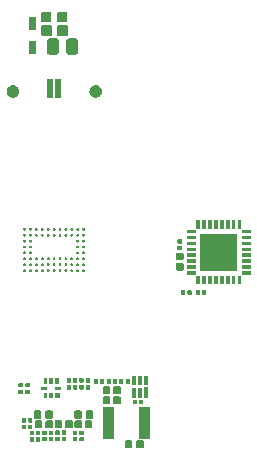
<source format=gbr>
G04 #@! TF.GenerationSoftware,KiCad,Pcbnew,(5.1.6)-1*
G04 #@! TF.CreationDate,2020-11-17T19:43:21-08:00*
G04 #@! TF.ProjectId,Miniscope-v4-Rigid-Flex,4d696e69-7363-46f7-9065-2d76342d5269,rev?*
G04 #@! TF.SameCoordinates,Original*
G04 #@! TF.FileFunction,Soldermask,Bot*
G04 #@! TF.FilePolarity,Negative*
%FSLAX46Y46*%
G04 Gerber Fmt 4.6, Leading zero omitted, Abs format (unit mm)*
G04 Created by KiCad (PCBNEW (5.1.6)-1) date 2020-11-17 19:43:21*
%MOMM*%
%LPD*%
G01*
G04 APERTURE LIST*
%ADD10C,0.100000*%
G04 APERTURE END LIST*
D10*
G36*
X111212450Y-129547831D02*
G01*
X111237688Y-129555487D01*
X111260955Y-129567923D01*
X111281344Y-129584656D01*
X111298077Y-129605045D01*
X111310513Y-129628312D01*
X111318169Y-129653550D01*
X111321000Y-129682291D01*
X111321000Y-130098509D01*
X111318169Y-130127250D01*
X111310513Y-130152488D01*
X111298077Y-130175755D01*
X111281344Y-130196144D01*
X111260955Y-130212877D01*
X111237688Y-130225313D01*
X111212450Y-130232969D01*
X111183709Y-130235800D01*
X110817491Y-130235800D01*
X110788750Y-130232969D01*
X110763512Y-130225313D01*
X110740245Y-130212877D01*
X110719856Y-130196144D01*
X110703123Y-130175755D01*
X110690687Y-130152488D01*
X110683031Y-130127250D01*
X110680200Y-130098509D01*
X110680200Y-129682291D01*
X110683031Y-129653550D01*
X110690687Y-129628312D01*
X110703123Y-129605045D01*
X110719856Y-129584656D01*
X110740245Y-129567923D01*
X110763512Y-129555487D01*
X110788750Y-129547831D01*
X110817491Y-129545000D01*
X111183709Y-129545000D01*
X111212450Y-129547831D01*
G37*
G36*
X110242450Y-129547831D02*
G01*
X110267688Y-129555487D01*
X110290955Y-129567923D01*
X110311344Y-129584656D01*
X110328077Y-129605045D01*
X110340513Y-129628312D01*
X110348169Y-129653550D01*
X110351000Y-129682291D01*
X110351000Y-130098509D01*
X110348169Y-130127250D01*
X110340513Y-130152488D01*
X110328077Y-130175755D01*
X110311344Y-130196144D01*
X110290955Y-130212877D01*
X110267688Y-130225313D01*
X110242450Y-130232969D01*
X110213709Y-130235800D01*
X109847491Y-130235800D01*
X109818750Y-130232969D01*
X109793512Y-130225313D01*
X109770245Y-130212877D01*
X109749856Y-130196144D01*
X109733123Y-130175755D01*
X109720687Y-130152488D01*
X109713031Y-130127250D01*
X109710200Y-130098509D01*
X109710200Y-129682291D01*
X109713031Y-129653550D01*
X109720687Y-129628312D01*
X109733123Y-129605045D01*
X109749856Y-129584656D01*
X109770245Y-129567923D01*
X109793512Y-129555487D01*
X109818750Y-129547831D01*
X109847491Y-129545000D01*
X110213709Y-129545000D01*
X110242450Y-129547831D01*
G37*
G36*
X101961392Y-129282085D02*
G01*
X101973503Y-129285759D01*
X101984663Y-129291724D01*
X101994447Y-129299753D01*
X102002476Y-129309537D01*
X102008441Y-129320697D01*
X102012115Y-129332808D01*
X102013600Y-129347891D01*
X102013600Y-129604109D01*
X102012115Y-129619192D01*
X102008441Y-129631303D01*
X102002476Y-129642463D01*
X101994447Y-129652247D01*
X101984663Y-129660276D01*
X101973503Y-129666241D01*
X101961392Y-129669915D01*
X101946309Y-129671400D01*
X101720091Y-129671400D01*
X101705008Y-129669915D01*
X101692897Y-129666241D01*
X101681737Y-129660276D01*
X101671953Y-129652247D01*
X101663924Y-129642463D01*
X101657959Y-129631303D01*
X101654285Y-129619192D01*
X101652800Y-129604109D01*
X101652800Y-129347891D01*
X101654285Y-129332808D01*
X101657959Y-129320697D01*
X101663924Y-129309537D01*
X101671953Y-129299753D01*
X101681737Y-129291724D01*
X101692897Y-129285759D01*
X101705008Y-129282085D01*
X101720091Y-129280600D01*
X101946309Y-129280600D01*
X101961392Y-129282085D01*
G37*
G36*
X102511392Y-129282085D02*
G01*
X102523503Y-129285759D01*
X102534663Y-129291724D01*
X102544447Y-129299753D01*
X102552476Y-129309537D01*
X102558441Y-129320697D01*
X102562115Y-129332808D01*
X102563600Y-129347891D01*
X102563600Y-129604109D01*
X102562115Y-129619192D01*
X102558441Y-129631303D01*
X102552476Y-129642463D01*
X102544447Y-129652247D01*
X102534663Y-129660276D01*
X102523503Y-129666241D01*
X102511392Y-129669915D01*
X102496309Y-129671400D01*
X102270091Y-129671400D01*
X102255008Y-129669915D01*
X102242897Y-129666241D01*
X102231737Y-129660276D01*
X102221953Y-129652247D01*
X102213924Y-129642463D01*
X102207959Y-129631303D01*
X102204285Y-129619192D01*
X102202800Y-129604109D01*
X102202800Y-129347891D01*
X102204285Y-129332808D01*
X102207959Y-129320697D01*
X102213924Y-129309537D01*
X102221953Y-129299753D01*
X102231737Y-129291724D01*
X102242897Y-129285759D01*
X102255008Y-129282085D01*
X102270091Y-129280600D01*
X102496309Y-129280600D01*
X102511392Y-129282085D01*
G37*
G36*
X105644392Y-129256685D02*
G01*
X105656503Y-129260359D01*
X105667663Y-129266324D01*
X105677447Y-129274353D01*
X105685476Y-129284137D01*
X105691441Y-129295297D01*
X105695115Y-129307408D01*
X105696600Y-129322491D01*
X105696600Y-129578709D01*
X105695115Y-129593792D01*
X105691441Y-129605903D01*
X105685476Y-129617063D01*
X105677447Y-129626847D01*
X105667663Y-129634876D01*
X105656503Y-129640841D01*
X105644392Y-129644515D01*
X105629309Y-129646000D01*
X105403091Y-129646000D01*
X105388008Y-129644515D01*
X105375897Y-129640841D01*
X105364737Y-129634876D01*
X105354953Y-129626847D01*
X105346924Y-129617063D01*
X105340959Y-129605903D01*
X105337285Y-129593792D01*
X105335800Y-129578709D01*
X105335800Y-129322491D01*
X105337285Y-129307408D01*
X105340959Y-129295297D01*
X105346924Y-129284137D01*
X105354953Y-129274353D01*
X105364737Y-129266324D01*
X105375897Y-129260359D01*
X105388008Y-129256685D01*
X105403091Y-129255200D01*
X105629309Y-129255200D01*
X105644392Y-129256685D01*
G37*
G36*
X106194392Y-129256685D02*
G01*
X106206503Y-129260359D01*
X106217663Y-129266324D01*
X106227447Y-129274353D01*
X106235476Y-129284137D01*
X106241441Y-129295297D01*
X106245115Y-129307408D01*
X106246600Y-129322491D01*
X106246600Y-129578709D01*
X106245115Y-129593792D01*
X106241441Y-129605903D01*
X106235476Y-129617063D01*
X106227447Y-129626847D01*
X106217663Y-129634876D01*
X106206503Y-129640841D01*
X106194392Y-129644515D01*
X106179309Y-129646000D01*
X105953091Y-129646000D01*
X105938008Y-129644515D01*
X105925897Y-129640841D01*
X105914737Y-129634876D01*
X105904953Y-129626847D01*
X105896924Y-129617063D01*
X105890959Y-129605903D01*
X105887285Y-129593792D01*
X105885800Y-129578709D01*
X105885800Y-129322491D01*
X105887285Y-129307408D01*
X105890959Y-129295297D01*
X105896924Y-129284137D01*
X105904953Y-129274353D01*
X105914737Y-129266324D01*
X105925897Y-129260359D01*
X105938008Y-129256685D01*
X105953091Y-129255200D01*
X106179309Y-129255200D01*
X106194392Y-129256685D01*
G37*
G36*
X104695792Y-129256685D02*
G01*
X104707903Y-129260359D01*
X104719063Y-129266324D01*
X104728847Y-129274353D01*
X104736876Y-129284137D01*
X104742841Y-129295297D01*
X104746515Y-129307408D01*
X104748000Y-129322491D01*
X104748000Y-129578709D01*
X104746515Y-129593792D01*
X104742841Y-129605903D01*
X104736876Y-129617063D01*
X104728847Y-129626847D01*
X104719063Y-129634876D01*
X104707903Y-129640841D01*
X104695792Y-129644515D01*
X104680709Y-129646000D01*
X104454491Y-129646000D01*
X104439408Y-129644515D01*
X104427297Y-129640841D01*
X104416137Y-129634876D01*
X104406353Y-129626847D01*
X104398324Y-129617063D01*
X104392359Y-129605903D01*
X104388685Y-129593792D01*
X104387200Y-129578709D01*
X104387200Y-129322491D01*
X104388685Y-129307408D01*
X104392359Y-129295297D01*
X104398324Y-129284137D01*
X104406353Y-129274353D01*
X104416137Y-129266324D01*
X104427297Y-129260359D01*
X104439408Y-129256685D01*
X104454491Y-129255200D01*
X104680709Y-129255200D01*
X104695792Y-129256685D01*
G37*
G36*
X103053592Y-129256685D02*
G01*
X103065703Y-129260359D01*
X103076863Y-129266324D01*
X103086647Y-129274353D01*
X103094676Y-129284137D01*
X103100641Y-129295297D01*
X103104315Y-129307408D01*
X103105800Y-129322491D01*
X103105800Y-129578709D01*
X103104315Y-129593792D01*
X103100641Y-129605903D01*
X103094676Y-129617063D01*
X103086647Y-129626847D01*
X103076863Y-129634876D01*
X103065703Y-129640841D01*
X103053592Y-129644515D01*
X103038509Y-129646000D01*
X102812291Y-129646000D01*
X102797208Y-129644515D01*
X102785097Y-129640841D01*
X102773937Y-129634876D01*
X102764153Y-129626847D01*
X102756124Y-129617063D01*
X102750159Y-129605903D01*
X102746485Y-129593792D01*
X102745000Y-129578709D01*
X102745000Y-129322491D01*
X102746485Y-129307408D01*
X102750159Y-129295297D01*
X102756124Y-129284137D01*
X102764153Y-129274353D01*
X102773937Y-129266324D01*
X102785097Y-129260359D01*
X102797208Y-129256685D01*
X102812291Y-129255200D01*
X103038509Y-129255200D01*
X103053592Y-129256685D01*
G37*
G36*
X103603592Y-129256685D02*
G01*
X103615703Y-129260359D01*
X103626863Y-129266324D01*
X103636647Y-129274353D01*
X103644676Y-129284137D01*
X103650641Y-129295297D01*
X103654315Y-129307408D01*
X103655800Y-129322491D01*
X103655800Y-129578709D01*
X103654315Y-129593792D01*
X103650641Y-129605903D01*
X103644676Y-129617063D01*
X103636647Y-129626847D01*
X103626863Y-129634876D01*
X103615703Y-129640841D01*
X103603592Y-129644515D01*
X103588509Y-129646000D01*
X103362291Y-129646000D01*
X103347208Y-129644515D01*
X103335097Y-129640841D01*
X103323937Y-129634876D01*
X103314153Y-129626847D01*
X103306124Y-129617063D01*
X103300159Y-129605903D01*
X103296485Y-129593792D01*
X103295000Y-129578709D01*
X103295000Y-129322491D01*
X103296485Y-129307408D01*
X103300159Y-129295297D01*
X103306124Y-129284137D01*
X103314153Y-129274353D01*
X103323937Y-129266324D01*
X103335097Y-129260359D01*
X103347208Y-129256685D01*
X103362291Y-129255200D01*
X103588509Y-129255200D01*
X103603592Y-129256685D01*
G37*
G36*
X104145792Y-129256685D02*
G01*
X104157903Y-129260359D01*
X104169063Y-129266324D01*
X104178847Y-129274353D01*
X104186876Y-129284137D01*
X104192841Y-129295297D01*
X104196515Y-129307408D01*
X104198000Y-129322491D01*
X104198000Y-129578709D01*
X104196515Y-129593792D01*
X104192841Y-129605903D01*
X104186876Y-129617063D01*
X104178847Y-129626847D01*
X104169063Y-129634876D01*
X104157903Y-129640841D01*
X104145792Y-129644515D01*
X104130709Y-129646000D01*
X103904491Y-129646000D01*
X103889408Y-129644515D01*
X103877297Y-129640841D01*
X103866137Y-129634876D01*
X103856353Y-129626847D01*
X103848324Y-129617063D01*
X103842359Y-129605903D01*
X103838685Y-129593792D01*
X103837200Y-129578709D01*
X103837200Y-129322491D01*
X103838685Y-129307408D01*
X103842359Y-129295297D01*
X103848324Y-129284137D01*
X103856353Y-129274353D01*
X103866137Y-129266324D01*
X103877297Y-129260359D01*
X103889408Y-129256685D01*
X103904491Y-129255200D01*
X104130709Y-129255200D01*
X104145792Y-129256685D01*
G37*
G36*
X111840600Y-129397000D02*
G01*
X110919800Y-129397000D01*
X110919800Y-126726200D01*
X111840600Y-126726200D01*
X111840600Y-129397000D01*
G37*
G36*
X108790600Y-129397000D02*
G01*
X107869800Y-129397000D01*
X107869800Y-126726200D01*
X108790600Y-126726200D01*
X108790600Y-129397000D01*
G37*
G36*
X101961392Y-128723285D02*
G01*
X101973503Y-128726959D01*
X101984663Y-128732924D01*
X101994447Y-128740953D01*
X102002476Y-128750737D01*
X102008441Y-128761897D01*
X102012115Y-128774008D01*
X102013600Y-128789091D01*
X102013600Y-129045309D01*
X102012115Y-129060392D01*
X102008441Y-129072503D01*
X102002476Y-129083663D01*
X101994447Y-129093447D01*
X101984663Y-129101476D01*
X101973503Y-129107441D01*
X101961392Y-129111115D01*
X101946309Y-129112600D01*
X101720091Y-129112600D01*
X101705008Y-129111115D01*
X101692897Y-129107441D01*
X101681737Y-129101476D01*
X101671953Y-129093447D01*
X101663924Y-129083663D01*
X101657959Y-129072503D01*
X101654285Y-129060392D01*
X101652800Y-129045309D01*
X101652800Y-128789091D01*
X101654285Y-128774008D01*
X101657959Y-128761897D01*
X101663924Y-128750737D01*
X101671953Y-128740953D01*
X101681737Y-128732924D01*
X101692897Y-128726959D01*
X101705008Y-128723285D01*
X101720091Y-128721800D01*
X101946309Y-128721800D01*
X101961392Y-128723285D01*
G37*
G36*
X103603592Y-128723285D02*
G01*
X103615703Y-128726959D01*
X103626863Y-128732924D01*
X103636647Y-128740953D01*
X103644676Y-128750737D01*
X103650641Y-128761897D01*
X103654315Y-128774008D01*
X103655800Y-128789091D01*
X103655800Y-129045309D01*
X103654315Y-129060392D01*
X103650641Y-129072503D01*
X103644676Y-129083663D01*
X103636647Y-129093447D01*
X103626863Y-129101476D01*
X103615703Y-129107441D01*
X103603592Y-129111115D01*
X103588509Y-129112600D01*
X103362291Y-129112600D01*
X103347208Y-129111115D01*
X103335097Y-129107441D01*
X103323937Y-129101476D01*
X103314153Y-129093447D01*
X103306124Y-129083663D01*
X103300159Y-129072503D01*
X103296485Y-129060392D01*
X103295000Y-129045309D01*
X103295000Y-128789091D01*
X103296485Y-128774008D01*
X103300159Y-128761897D01*
X103306124Y-128750737D01*
X103314153Y-128740953D01*
X103323937Y-128732924D01*
X103335097Y-128726959D01*
X103347208Y-128723285D01*
X103362291Y-128721800D01*
X103588509Y-128721800D01*
X103603592Y-128723285D01*
G37*
G36*
X103053592Y-128723285D02*
G01*
X103065703Y-128726959D01*
X103076863Y-128732924D01*
X103086647Y-128740953D01*
X103094676Y-128750737D01*
X103100641Y-128761897D01*
X103104315Y-128774008D01*
X103105800Y-128789091D01*
X103105800Y-129045309D01*
X103104315Y-129060392D01*
X103100641Y-129072503D01*
X103094676Y-129083663D01*
X103086647Y-129093447D01*
X103076863Y-129101476D01*
X103065703Y-129107441D01*
X103053592Y-129111115D01*
X103038509Y-129112600D01*
X102812291Y-129112600D01*
X102797208Y-129111115D01*
X102785097Y-129107441D01*
X102773937Y-129101476D01*
X102764153Y-129093447D01*
X102756124Y-129083663D01*
X102750159Y-129072503D01*
X102746485Y-129060392D01*
X102745000Y-129045309D01*
X102745000Y-128789091D01*
X102746485Y-128774008D01*
X102750159Y-128761897D01*
X102756124Y-128750737D01*
X102764153Y-128740953D01*
X102773937Y-128732924D01*
X102785097Y-128726959D01*
X102797208Y-128723285D01*
X102812291Y-128721800D01*
X103038509Y-128721800D01*
X103053592Y-128723285D01*
G37*
G36*
X105644392Y-128723285D02*
G01*
X105656503Y-128726959D01*
X105667663Y-128732924D01*
X105677447Y-128740953D01*
X105685476Y-128750737D01*
X105691441Y-128761897D01*
X105695115Y-128774008D01*
X105696600Y-128789091D01*
X105696600Y-129045309D01*
X105695115Y-129060392D01*
X105691441Y-129072503D01*
X105685476Y-129083663D01*
X105677447Y-129093447D01*
X105667663Y-129101476D01*
X105656503Y-129107441D01*
X105644392Y-129111115D01*
X105629309Y-129112600D01*
X105403091Y-129112600D01*
X105388008Y-129111115D01*
X105375897Y-129107441D01*
X105364737Y-129101476D01*
X105354953Y-129093447D01*
X105346924Y-129083663D01*
X105340959Y-129072503D01*
X105337285Y-129060392D01*
X105335800Y-129045309D01*
X105335800Y-128789091D01*
X105337285Y-128774008D01*
X105340959Y-128761897D01*
X105346924Y-128750737D01*
X105354953Y-128740953D01*
X105364737Y-128732924D01*
X105375897Y-128726959D01*
X105388008Y-128723285D01*
X105403091Y-128721800D01*
X105629309Y-128721800D01*
X105644392Y-128723285D01*
G37*
G36*
X102511392Y-128723285D02*
G01*
X102523503Y-128726959D01*
X102534663Y-128732924D01*
X102544447Y-128740953D01*
X102552476Y-128750737D01*
X102558441Y-128761897D01*
X102562115Y-128774008D01*
X102563600Y-128789091D01*
X102563600Y-129045309D01*
X102562115Y-129060392D01*
X102558441Y-129072503D01*
X102552476Y-129083663D01*
X102544447Y-129093447D01*
X102534663Y-129101476D01*
X102523503Y-129107441D01*
X102511392Y-129111115D01*
X102496309Y-129112600D01*
X102270091Y-129112600D01*
X102255008Y-129111115D01*
X102242897Y-129107441D01*
X102231737Y-129101476D01*
X102221953Y-129093447D01*
X102213924Y-129083663D01*
X102207959Y-129072503D01*
X102204285Y-129060392D01*
X102202800Y-129045309D01*
X102202800Y-128789091D01*
X102204285Y-128774008D01*
X102207959Y-128761897D01*
X102213924Y-128750737D01*
X102221953Y-128740953D01*
X102231737Y-128732924D01*
X102242897Y-128726959D01*
X102255008Y-128723285D01*
X102270091Y-128721800D01*
X102496309Y-128721800D01*
X102511392Y-128723285D01*
G37*
G36*
X106194392Y-128723285D02*
G01*
X106206503Y-128726959D01*
X106217663Y-128732924D01*
X106227447Y-128740953D01*
X106235476Y-128750737D01*
X106241441Y-128761897D01*
X106245115Y-128774008D01*
X106246600Y-128789091D01*
X106246600Y-129045309D01*
X106245115Y-129060392D01*
X106241441Y-129072503D01*
X106235476Y-129083663D01*
X106227447Y-129093447D01*
X106217663Y-129101476D01*
X106206503Y-129107441D01*
X106194392Y-129111115D01*
X106179309Y-129112600D01*
X105953091Y-129112600D01*
X105938008Y-129111115D01*
X105925897Y-129107441D01*
X105914737Y-129101476D01*
X105904953Y-129093447D01*
X105896924Y-129083663D01*
X105890959Y-129072503D01*
X105887285Y-129060392D01*
X105885800Y-129045309D01*
X105885800Y-128789091D01*
X105887285Y-128774008D01*
X105890959Y-128761897D01*
X105896924Y-128750737D01*
X105904953Y-128740953D01*
X105914737Y-128732924D01*
X105925897Y-128726959D01*
X105938008Y-128723285D01*
X105953091Y-128721800D01*
X106179309Y-128721800D01*
X106194392Y-128723285D01*
G37*
G36*
X104145792Y-128697885D02*
G01*
X104157903Y-128701559D01*
X104169063Y-128707524D01*
X104178847Y-128715553D01*
X104186876Y-128725337D01*
X104192841Y-128736497D01*
X104196515Y-128748608D01*
X104198000Y-128763691D01*
X104198000Y-129019909D01*
X104196515Y-129034992D01*
X104192841Y-129047103D01*
X104186876Y-129058263D01*
X104178847Y-129068047D01*
X104169063Y-129076076D01*
X104157903Y-129082041D01*
X104145792Y-129085715D01*
X104130709Y-129087200D01*
X103904491Y-129087200D01*
X103889408Y-129085715D01*
X103877297Y-129082041D01*
X103866137Y-129076076D01*
X103856353Y-129068047D01*
X103848324Y-129058263D01*
X103842359Y-129047103D01*
X103838685Y-129034992D01*
X103837200Y-129019909D01*
X103837200Y-128763691D01*
X103838685Y-128748608D01*
X103842359Y-128736497D01*
X103848324Y-128725337D01*
X103856353Y-128715553D01*
X103866137Y-128707524D01*
X103877297Y-128701559D01*
X103889408Y-128697885D01*
X103904491Y-128696400D01*
X104130709Y-128696400D01*
X104145792Y-128697885D01*
G37*
G36*
X104695792Y-128697885D02*
G01*
X104707903Y-128701559D01*
X104719063Y-128707524D01*
X104728847Y-128715553D01*
X104736876Y-128725337D01*
X104742841Y-128736497D01*
X104746515Y-128748608D01*
X104748000Y-128763691D01*
X104748000Y-129019909D01*
X104746515Y-129034992D01*
X104742841Y-129047103D01*
X104736876Y-129058263D01*
X104728847Y-129068047D01*
X104719063Y-129076076D01*
X104707903Y-129082041D01*
X104695792Y-129085715D01*
X104680709Y-129087200D01*
X104454491Y-129087200D01*
X104439408Y-129085715D01*
X104427297Y-129082041D01*
X104416137Y-129076076D01*
X104406353Y-129068047D01*
X104398324Y-129058263D01*
X104392359Y-129047103D01*
X104388685Y-129034992D01*
X104387200Y-129019909D01*
X104387200Y-128763691D01*
X104388685Y-128748608D01*
X104392359Y-128736497D01*
X104398324Y-128725337D01*
X104406353Y-128715553D01*
X104416137Y-128707524D01*
X104427297Y-128701559D01*
X104439408Y-128697885D01*
X104454491Y-128696400D01*
X104680709Y-128696400D01*
X104695792Y-128697885D01*
G37*
G36*
X101300992Y-128215285D02*
G01*
X101313103Y-128218959D01*
X101324263Y-128224924D01*
X101334047Y-128232953D01*
X101342076Y-128242737D01*
X101348041Y-128253897D01*
X101351715Y-128266008D01*
X101353200Y-128281091D01*
X101353200Y-128537309D01*
X101351715Y-128552392D01*
X101348041Y-128564503D01*
X101342076Y-128575663D01*
X101334047Y-128585447D01*
X101324263Y-128593476D01*
X101313103Y-128599441D01*
X101300992Y-128603115D01*
X101285909Y-128604600D01*
X101059691Y-128604600D01*
X101044608Y-128603115D01*
X101032497Y-128599441D01*
X101021337Y-128593476D01*
X101011553Y-128585447D01*
X101003524Y-128575663D01*
X100997559Y-128564503D01*
X100993885Y-128552392D01*
X100992400Y-128537309D01*
X100992400Y-128281091D01*
X100993885Y-128266008D01*
X100997559Y-128253897D01*
X101003524Y-128242737D01*
X101011553Y-128232953D01*
X101021337Y-128224924D01*
X101032497Y-128218959D01*
X101044608Y-128215285D01*
X101059691Y-128213800D01*
X101285909Y-128213800D01*
X101300992Y-128215285D01*
G37*
G36*
X101850992Y-128215285D02*
G01*
X101863103Y-128218959D01*
X101874263Y-128224924D01*
X101884047Y-128232953D01*
X101892076Y-128242737D01*
X101898041Y-128253897D01*
X101901715Y-128266008D01*
X101903200Y-128281091D01*
X101903200Y-128537309D01*
X101901715Y-128552392D01*
X101898041Y-128564503D01*
X101892076Y-128575663D01*
X101884047Y-128585447D01*
X101874263Y-128593476D01*
X101863103Y-128599441D01*
X101850992Y-128603115D01*
X101835909Y-128604600D01*
X101609691Y-128604600D01*
X101594608Y-128603115D01*
X101582497Y-128599441D01*
X101571337Y-128593476D01*
X101561553Y-128585447D01*
X101553524Y-128575663D01*
X101547559Y-128564503D01*
X101543885Y-128552392D01*
X101542400Y-128537309D01*
X101542400Y-128281091D01*
X101543885Y-128266008D01*
X101547559Y-128253897D01*
X101553524Y-128242737D01*
X101561553Y-128232953D01*
X101571337Y-128224924D01*
X101582497Y-128218959D01*
X101594608Y-128215285D01*
X101609691Y-128213800D01*
X101835909Y-128213800D01*
X101850992Y-128215285D01*
G37*
G36*
X103524062Y-127868383D02*
G01*
X103548831Y-127875896D01*
X103571669Y-127888104D01*
X103591677Y-127904523D01*
X103608096Y-127924531D01*
X103620304Y-127947369D01*
X103627817Y-127972138D01*
X103630600Y-128000391D01*
X103630600Y-128411609D01*
X103627817Y-128439862D01*
X103620304Y-128464631D01*
X103608096Y-128487469D01*
X103591677Y-128507477D01*
X103571669Y-128523896D01*
X103548831Y-128536104D01*
X103524062Y-128543617D01*
X103495809Y-128546400D01*
X103134591Y-128546400D01*
X103106338Y-128543617D01*
X103081569Y-128536104D01*
X103058731Y-128523896D01*
X103038723Y-128507477D01*
X103022304Y-128487469D01*
X103010096Y-128464631D01*
X103002583Y-128439862D01*
X102999800Y-128411609D01*
X102999800Y-128000391D01*
X103002583Y-127972138D01*
X103010096Y-127947369D01*
X103022304Y-127924531D01*
X103038723Y-127904523D01*
X103058731Y-127888104D01*
X103081569Y-127875896D01*
X103106338Y-127868383D01*
X103134591Y-127865600D01*
X103495809Y-127865600D01*
X103524062Y-127868383D01*
G37*
G36*
X106876862Y-127868383D02*
G01*
X106901631Y-127875896D01*
X106924469Y-127888104D01*
X106944477Y-127904523D01*
X106960896Y-127924531D01*
X106973104Y-127947369D01*
X106980617Y-127972138D01*
X106983400Y-128000391D01*
X106983400Y-128411609D01*
X106980617Y-128439862D01*
X106973104Y-128464631D01*
X106960896Y-128487469D01*
X106944477Y-128507477D01*
X106924469Y-128523896D01*
X106901631Y-128536104D01*
X106876862Y-128543617D01*
X106848609Y-128546400D01*
X106487391Y-128546400D01*
X106459138Y-128543617D01*
X106434369Y-128536104D01*
X106411531Y-128523896D01*
X106391523Y-128507477D01*
X106375104Y-128487469D01*
X106362896Y-128464631D01*
X106355383Y-128439862D01*
X106352600Y-128411609D01*
X106352600Y-128000391D01*
X106355383Y-127972138D01*
X106362896Y-127947369D01*
X106375104Y-127924531D01*
X106391523Y-127904523D01*
X106411531Y-127888104D01*
X106434369Y-127875896D01*
X106459138Y-127868383D01*
X106487391Y-127865600D01*
X106848609Y-127865600D01*
X106876862Y-127868383D01*
G37*
G36*
X102634062Y-127868383D02*
G01*
X102658831Y-127875896D01*
X102681669Y-127888104D01*
X102701677Y-127904523D01*
X102718096Y-127924531D01*
X102730304Y-127947369D01*
X102737817Y-127972138D01*
X102740600Y-128000391D01*
X102740600Y-128411609D01*
X102737817Y-128439862D01*
X102730304Y-128464631D01*
X102718096Y-128487469D01*
X102701677Y-128507477D01*
X102681669Y-128523896D01*
X102658831Y-128536104D01*
X102634062Y-128543617D01*
X102605809Y-128546400D01*
X102244591Y-128546400D01*
X102216338Y-128543617D01*
X102191569Y-128536104D01*
X102168731Y-128523896D01*
X102148723Y-128507477D01*
X102132304Y-128487469D01*
X102120096Y-128464631D01*
X102112583Y-128439862D01*
X102109800Y-128411609D01*
X102109800Y-128000391D01*
X102112583Y-127972138D01*
X102120096Y-127947369D01*
X102132304Y-127924531D01*
X102148723Y-127904523D01*
X102168731Y-127888104D01*
X102191569Y-127875896D01*
X102216338Y-127868383D01*
X102244591Y-127865600D01*
X102605809Y-127865600D01*
X102634062Y-127868383D01*
G37*
G36*
X105986862Y-127868383D02*
G01*
X106011631Y-127875896D01*
X106034469Y-127888104D01*
X106054477Y-127904523D01*
X106070896Y-127924531D01*
X106083104Y-127947369D01*
X106090617Y-127972138D01*
X106093400Y-128000391D01*
X106093400Y-128411609D01*
X106090617Y-128439862D01*
X106083104Y-128464631D01*
X106070896Y-128487469D01*
X106054477Y-128507477D01*
X106034469Y-128523896D01*
X106011631Y-128536104D01*
X105986862Y-128543617D01*
X105958609Y-128546400D01*
X105597391Y-128546400D01*
X105569138Y-128543617D01*
X105544369Y-128536104D01*
X105521531Y-128523896D01*
X105501523Y-128507477D01*
X105485104Y-128487469D01*
X105472896Y-128464631D01*
X105465383Y-128439862D01*
X105462600Y-128411609D01*
X105462600Y-128000391D01*
X105465383Y-127972138D01*
X105472896Y-127947369D01*
X105485104Y-127924531D01*
X105501523Y-127904523D01*
X105521531Y-127888104D01*
X105544369Y-127875896D01*
X105569138Y-127868383D01*
X105597391Y-127865600D01*
X105958609Y-127865600D01*
X105986862Y-127868383D01*
G37*
G36*
X104310462Y-127842983D02*
G01*
X104335231Y-127850496D01*
X104358069Y-127862704D01*
X104378077Y-127879123D01*
X104394496Y-127899131D01*
X104406704Y-127921969D01*
X104414217Y-127946738D01*
X104417000Y-127974991D01*
X104417000Y-128386209D01*
X104414217Y-128414462D01*
X104406704Y-128439231D01*
X104394496Y-128462069D01*
X104378077Y-128482077D01*
X104358069Y-128498496D01*
X104335231Y-128510704D01*
X104310462Y-128518217D01*
X104282209Y-128521000D01*
X103920991Y-128521000D01*
X103892738Y-128518217D01*
X103867969Y-128510704D01*
X103845131Y-128498496D01*
X103825123Y-128482077D01*
X103808704Y-128462069D01*
X103796496Y-128439231D01*
X103788983Y-128414462D01*
X103786200Y-128386209D01*
X103786200Y-127974991D01*
X103788983Y-127946738D01*
X103796496Y-127921969D01*
X103808704Y-127899131D01*
X103825123Y-127879123D01*
X103845131Y-127862704D01*
X103867969Y-127850496D01*
X103892738Y-127842983D01*
X103920991Y-127840200D01*
X104282209Y-127840200D01*
X104310462Y-127842983D01*
G37*
G36*
X105200462Y-127842983D02*
G01*
X105225231Y-127850496D01*
X105248069Y-127862704D01*
X105268077Y-127879123D01*
X105284496Y-127899131D01*
X105296704Y-127921969D01*
X105304217Y-127946738D01*
X105307000Y-127974991D01*
X105307000Y-128386209D01*
X105304217Y-128414462D01*
X105296704Y-128439231D01*
X105284496Y-128462069D01*
X105268077Y-128482077D01*
X105248069Y-128498496D01*
X105225231Y-128510704D01*
X105200462Y-128518217D01*
X105172209Y-128521000D01*
X104810991Y-128521000D01*
X104782738Y-128518217D01*
X104757969Y-128510704D01*
X104735131Y-128498496D01*
X104715123Y-128482077D01*
X104698704Y-128462069D01*
X104686496Y-128439231D01*
X104678983Y-128414462D01*
X104676200Y-128386209D01*
X104676200Y-127974991D01*
X104678983Y-127946738D01*
X104686496Y-127921969D01*
X104698704Y-127899131D01*
X104715123Y-127879123D01*
X104735131Y-127862704D01*
X104757969Y-127850496D01*
X104782738Y-127842983D01*
X104810991Y-127840200D01*
X105172209Y-127840200D01*
X105200462Y-127842983D01*
G37*
G36*
X101850992Y-127656485D02*
G01*
X101863103Y-127660159D01*
X101874263Y-127666124D01*
X101884047Y-127674153D01*
X101892076Y-127683937D01*
X101898041Y-127695097D01*
X101901715Y-127707208D01*
X101903200Y-127722291D01*
X101903200Y-127978509D01*
X101901715Y-127993592D01*
X101898041Y-128005703D01*
X101892076Y-128016863D01*
X101884047Y-128026647D01*
X101874263Y-128034676D01*
X101863103Y-128040641D01*
X101850992Y-128044315D01*
X101835909Y-128045800D01*
X101609691Y-128045800D01*
X101594608Y-128044315D01*
X101582497Y-128040641D01*
X101571337Y-128034676D01*
X101561553Y-128026647D01*
X101553524Y-128016863D01*
X101547559Y-128005703D01*
X101543885Y-127993592D01*
X101542400Y-127978509D01*
X101542400Y-127722291D01*
X101543885Y-127707208D01*
X101547559Y-127695097D01*
X101553524Y-127683937D01*
X101561553Y-127674153D01*
X101571337Y-127666124D01*
X101582497Y-127660159D01*
X101594608Y-127656485D01*
X101609691Y-127655000D01*
X101835909Y-127655000D01*
X101850992Y-127656485D01*
G37*
G36*
X101300992Y-127656485D02*
G01*
X101313103Y-127660159D01*
X101324263Y-127666124D01*
X101334047Y-127674153D01*
X101342076Y-127683937D01*
X101348041Y-127695097D01*
X101351715Y-127707208D01*
X101353200Y-127722291D01*
X101353200Y-127978509D01*
X101351715Y-127993592D01*
X101348041Y-128005703D01*
X101342076Y-128016863D01*
X101334047Y-128026647D01*
X101324263Y-128034676D01*
X101313103Y-128040641D01*
X101300992Y-128044315D01*
X101285909Y-128045800D01*
X101059691Y-128045800D01*
X101044608Y-128044315D01*
X101032497Y-128040641D01*
X101021337Y-128034676D01*
X101011553Y-128026647D01*
X101003524Y-128016863D01*
X100997559Y-128005703D01*
X100993885Y-127993592D01*
X100992400Y-127978509D01*
X100992400Y-127722291D01*
X100993885Y-127707208D01*
X100997559Y-127695097D01*
X101003524Y-127683937D01*
X101011553Y-127674153D01*
X101021337Y-127666124D01*
X101032497Y-127660159D01*
X101044608Y-127656485D01*
X101059691Y-127655000D01*
X101285909Y-127655000D01*
X101300992Y-127656485D01*
G37*
G36*
X102546250Y-127025231D02*
G01*
X102571488Y-127032887D01*
X102594755Y-127045323D01*
X102615144Y-127062056D01*
X102631877Y-127082445D01*
X102644313Y-127105712D01*
X102651969Y-127130950D01*
X102654800Y-127159691D01*
X102654800Y-127575909D01*
X102651969Y-127604650D01*
X102644313Y-127629888D01*
X102631877Y-127653155D01*
X102615144Y-127673544D01*
X102594755Y-127690277D01*
X102571488Y-127702713D01*
X102546250Y-127710369D01*
X102517509Y-127713200D01*
X102151291Y-127713200D01*
X102122550Y-127710369D01*
X102097312Y-127702713D01*
X102074045Y-127690277D01*
X102053656Y-127673544D01*
X102036923Y-127653155D01*
X102024487Y-127629888D01*
X102016831Y-127604650D01*
X102014000Y-127575909D01*
X102014000Y-127159691D01*
X102016831Y-127130950D01*
X102024487Y-127105712D01*
X102036923Y-127082445D01*
X102053656Y-127062056D01*
X102074045Y-127045323D01*
X102097312Y-127032887D01*
X102122550Y-127025231D01*
X102151291Y-127022400D01*
X102517509Y-127022400D01*
X102546250Y-127025231D01*
G37*
G36*
X106945250Y-127025231D02*
G01*
X106970488Y-127032887D01*
X106993755Y-127045323D01*
X107014144Y-127062056D01*
X107030877Y-127082445D01*
X107043313Y-127105712D01*
X107050969Y-127130950D01*
X107053800Y-127159691D01*
X107053800Y-127575909D01*
X107050969Y-127604650D01*
X107043313Y-127629888D01*
X107030877Y-127653155D01*
X107014144Y-127673544D01*
X106993755Y-127690277D01*
X106970488Y-127702713D01*
X106945250Y-127710369D01*
X106916509Y-127713200D01*
X106550291Y-127713200D01*
X106521550Y-127710369D01*
X106496312Y-127702713D01*
X106473045Y-127690277D01*
X106452656Y-127673544D01*
X106435923Y-127653155D01*
X106423487Y-127629888D01*
X106415831Y-127604650D01*
X106413000Y-127575909D01*
X106413000Y-127159691D01*
X106415831Y-127130950D01*
X106423487Y-127105712D01*
X106435923Y-127082445D01*
X106452656Y-127062056D01*
X106473045Y-127045323D01*
X106496312Y-127032887D01*
X106521550Y-127025231D01*
X106550291Y-127022400D01*
X106916509Y-127022400D01*
X106945250Y-127025231D01*
G37*
G36*
X105975250Y-127025231D02*
G01*
X106000488Y-127032887D01*
X106023755Y-127045323D01*
X106044144Y-127062056D01*
X106060877Y-127082445D01*
X106073313Y-127105712D01*
X106080969Y-127130950D01*
X106083800Y-127159691D01*
X106083800Y-127575909D01*
X106080969Y-127604650D01*
X106073313Y-127629888D01*
X106060877Y-127653155D01*
X106044144Y-127673544D01*
X106023755Y-127690277D01*
X106000488Y-127702713D01*
X105975250Y-127710369D01*
X105946509Y-127713200D01*
X105580291Y-127713200D01*
X105551550Y-127710369D01*
X105526312Y-127702713D01*
X105503045Y-127690277D01*
X105482656Y-127673544D01*
X105465923Y-127653155D01*
X105453487Y-127629888D01*
X105445831Y-127604650D01*
X105443000Y-127575909D01*
X105443000Y-127159691D01*
X105445831Y-127130950D01*
X105453487Y-127105712D01*
X105465923Y-127082445D01*
X105482656Y-127062056D01*
X105503045Y-127045323D01*
X105526312Y-127032887D01*
X105551550Y-127025231D01*
X105580291Y-127022400D01*
X105946509Y-127022400D01*
X105975250Y-127025231D01*
G37*
G36*
X103516250Y-127025231D02*
G01*
X103541488Y-127032887D01*
X103564755Y-127045323D01*
X103585144Y-127062056D01*
X103601877Y-127082445D01*
X103614313Y-127105712D01*
X103621969Y-127130950D01*
X103624800Y-127159691D01*
X103624800Y-127575909D01*
X103621969Y-127604650D01*
X103614313Y-127629888D01*
X103601877Y-127653155D01*
X103585144Y-127673544D01*
X103564755Y-127690277D01*
X103541488Y-127702713D01*
X103516250Y-127710369D01*
X103487509Y-127713200D01*
X103121291Y-127713200D01*
X103092550Y-127710369D01*
X103067312Y-127702713D01*
X103044045Y-127690277D01*
X103023656Y-127673544D01*
X103006923Y-127653155D01*
X102994487Y-127629888D01*
X102986831Y-127604650D01*
X102984000Y-127575909D01*
X102984000Y-127159691D01*
X102986831Y-127130950D01*
X102994487Y-127105712D01*
X103006923Y-127082445D01*
X103023656Y-127062056D01*
X103044045Y-127045323D01*
X103067312Y-127032887D01*
X103092550Y-127025231D01*
X103121291Y-127022400D01*
X103487509Y-127022400D01*
X103516250Y-127025231D01*
G37*
G36*
X109264462Y-125836383D02*
G01*
X109289231Y-125843896D01*
X109312069Y-125856104D01*
X109332077Y-125872523D01*
X109348496Y-125892531D01*
X109360704Y-125915369D01*
X109368217Y-125940138D01*
X109371000Y-125968391D01*
X109371000Y-126379609D01*
X109368217Y-126407862D01*
X109360704Y-126432631D01*
X109348496Y-126455469D01*
X109332077Y-126475477D01*
X109312069Y-126491896D01*
X109289231Y-126504104D01*
X109264462Y-126511617D01*
X109236209Y-126514400D01*
X108874991Y-126514400D01*
X108846738Y-126511617D01*
X108821969Y-126504104D01*
X108799131Y-126491896D01*
X108779123Y-126475477D01*
X108762704Y-126455469D01*
X108750496Y-126432631D01*
X108742983Y-126407862D01*
X108740200Y-126379609D01*
X108740200Y-125968391D01*
X108742983Y-125940138D01*
X108750496Y-125915369D01*
X108762704Y-125892531D01*
X108779123Y-125872523D01*
X108799131Y-125856104D01*
X108821969Y-125843896D01*
X108846738Y-125836383D01*
X108874991Y-125833600D01*
X109236209Y-125833600D01*
X109264462Y-125836383D01*
G37*
G36*
X108374462Y-125836383D02*
G01*
X108399231Y-125843896D01*
X108422069Y-125856104D01*
X108442077Y-125872523D01*
X108458496Y-125892531D01*
X108470704Y-125915369D01*
X108478217Y-125940138D01*
X108481000Y-125968391D01*
X108481000Y-126379609D01*
X108478217Y-126407862D01*
X108470704Y-126432631D01*
X108458496Y-126455469D01*
X108442077Y-126475477D01*
X108422069Y-126491896D01*
X108399231Y-126504104D01*
X108374462Y-126511617D01*
X108346209Y-126514400D01*
X107984991Y-126514400D01*
X107956738Y-126511617D01*
X107931969Y-126504104D01*
X107909131Y-126491896D01*
X107889123Y-126475477D01*
X107872704Y-126455469D01*
X107860496Y-126432631D01*
X107852983Y-126407862D01*
X107850200Y-126379609D01*
X107850200Y-125968391D01*
X107852983Y-125940138D01*
X107860496Y-125915369D01*
X107872704Y-125892531D01*
X107889123Y-125872523D01*
X107909131Y-125856104D01*
X107931969Y-125843896D01*
X107956738Y-125836383D01*
X107984991Y-125833600D01*
X108346209Y-125833600D01*
X108374462Y-125836383D01*
G37*
G36*
X111244992Y-126115085D02*
G01*
X111257103Y-126118759D01*
X111268263Y-126124724D01*
X111278047Y-126132753D01*
X111286076Y-126142537D01*
X111292041Y-126153697D01*
X111295715Y-126165808D01*
X111297200Y-126180891D01*
X111297200Y-126437109D01*
X111295715Y-126452192D01*
X111292041Y-126464303D01*
X111286076Y-126475463D01*
X111278047Y-126485247D01*
X111268263Y-126493276D01*
X111257103Y-126499241D01*
X111244992Y-126502915D01*
X111229909Y-126504400D01*
X111003691Y-126504400D01*
X110988608Y-126502915D01*
X110976497Y-126499241D01*
X110965337Y-126493276D01*
X110955553Y-126485247D01*
X110947524Y-126475463D01*
X110941559Y-126464303D01*
X110937885Y-126452192D01*
X110936400Y-126437109D01*
X110936400Y-126180891D01*
X110937885Y-126165808D01*
X110941559Y-126153697D01*
X110947524Y-126142537D01*
X110955553Y-126132753D01*
X110965337Y-126124724D01*
X110976497Y-126118759D01*
X110988608Y-126115085D01*
X111003691Y-126113600D01*
X111229909Y-126113600D01*
X111244992Y-126115085D01*
G37*
G36*
X110694992Y-126115085D02*
G01*
X110707103Y-126118759D01*
X110718263Y-126124724D01*
X110728047Y-126132753D01*
X110736076Y-126142537D01*
X110742041Y-126153697D01*
X110745715Y-126165808D01*
X110747200Y-126180891D01*
X110747200Y-126437109D01*
X110745715Y-126452192D01*
X110742041Y-126464303D01*
X110736076Y-126475463D01*
X110728047Y-126485247D01*
X110718263Y-126493276D01*
X110707103Y-126499241D01*
X110694992Y-126502915D01*
X110679909Y-126504400D01*
X110453691Y-126504400D01*
X110438608Y-126502915D01*
X110426497Y-126499241D01*
X110415337Y-126493276D01*
X110405553Y-126485247D01*
X110397524Y-126475463D01*
X110391559Y-126464303D01*
X110387885Y-126452192D01*
X110386400Y-126437109D01*
X110386400Y-126180891D01*
X110387885Y-126165808D01*
X110391559Y-126153697D01*
X110397524Y-126142537D01*
X110405553Y-126132753D01*
X110415337Y-126124724D01*
X110426497Y-126118759D01*
X110438608Y-126115085D01*
X110453691Y-126113600D01*
X110679909Y-126113600D01*
X110694992Y-126115085D01*
G37*
G36*
X103611200Y-125956400D02*
G01*
X103340400Y-125956400D01*
X103340400Y-125505600D01*
X103611200Y-125505600D01*
X103611200Y-125956400D01*
G37*
G36*
X104211200Y-125956400D02*
G01*
X103840400Y-125956400D01*
X103840400Y-125505600D01*
X104211200Y-125505600D01*
X104211200Y-125956400D01*
G37*
G36*
X103111200Y-125956400D02*
G01*
X102840400Y-125956400D01*
X102840400Y-125505600D01*
X103111200Y-125505600D01*
X103111200Y-125956400D01*
G37*
G36*
X110684000Y-125931000D02*
G01*
X110363200Y-125931000D01*
X110363200Y-125140200D01*
X110684000Y-125140200D01*
X110684000Y-125931000D01*
G37*
G36*
X111184000Y-125931000D02*
G01*
X110863200Y-125931000D01*
X110863200Y-125140200D01*
X111184000Y-125140200D01*
X111184000Y-125931000D01*
G37*
G36*
X111684000Y-125931000D02*
G01*
X111363200Y-125931000D01*
X111363200Y-125060200D01*
X111684000Y-125060200D01*
X111684000Y-125931000D01*
G37*
G36*
X108374462Y-124972783D02*
G01*
X108399231Y-124980296D01*
X108422069Y-124992504D01*
X108442077Y-125008923D01*
X108458496Y-125028931D01*
X108470704Y-125051769D01*
X108478217Y-125076538D01*
X108481000Y-125104791D01*
X108481000Y-125516009D01*
X108478217Y-125544262D01*
X108470704Y-125569031D01*
X108458496Y-125591869D01*
X108442077Y-125611877D01*
X108422069Y-125628296D01*
X108399231Y-125640504D01*
X108374462Y-125648017D01*
X108346209Y-125650800D01*
X107984991Y-125650800D01*
X107956738Y-125648017D01*
X107931969Y-125640504D01*
X107909131Y-125628296D01*
X107889123Y-125611877D01*
X107872704Y-125591869D01*
X107860496Y-125569031D01*
X107852983Y-125544262D01*
X107850200Y-125516009D01*
X107850200Y-125104791D01*
X107852983Y-125076538D01*
X107860496Y-125051769D01*
X107872704Y-125028931D01*
X107889123Y-125008923D01*
X107909131Y-124992504D01*
X107931969Y-124980296D01*
X107956738Y-124972783D01*
X107984991Y-124970000D01*
X108346209Y-124970000D01*
X108374462Y-124972783D01*
G37*
G36*
X109264462Y-124972783D02*
G01*
X109289231Y-124980296D01*
X109312069Y-124992504D01*
X109332077Y-125008923D01*
X109348496Y-125028931D01*
X109360704Y-125051769D01*
X109368217Y-125076538D01*
X109371000Y-125104791D01*
X109371000Y-125516009D01*
X109368217Y-125544262D01*
X109360704Y-125569031D01*
X109348496Y-125591869D01*
X109332077Y-125611877D01*
X109312069Y-125628296D01*
X109289231Y-125640504D01*
X109264462Y-125648017D01*
X109236209Y-125650800D01*
X108874991Y-125650800D01*
X108846738Y-125648017D01*
X108821969Y-125640504D01*
X108799131Y-125628296D01*
X108779123Y-125611877D01*
X108762704Y-125591869D01*
X108750496Y-125569031D01*
X108742983Y-125544262D01*
X108740200Y-125516009D01*
X108740200Y-125104791D01*
X108742983Y-125076538D01*
X108750496Y-125051769D01*
X108762704Y-125028931D01*
X108779123Y-125008923D01*
X108799131Y-124992504D01*
X108821969Y-124980296D01*
X108846738Y-124972783D01*
X108874991Y-124970000D01*
X109236209Y-124970000D01*
X109264462Y-124972783D01*
G37*
G36*
X101637792Y-125262085D02*
G01*
X101649903Y-125265759D01*
X101661063Y-125271724D01*
X101670847Y-125279753D01*
X101678876Y-125289537D01*
X101684841Y-125300697D01*
X101688515Y-125312808D01*
X101690000Y-125327891D01*
X101690000Y-125554109D01*
X101688515Y-125569192D01*
X101684841Y-125581303D01*
X101678876Y-125592463D01*
X101670847Y-125602247D01*
X101661063Y-125610276D01*
X101649903Y-125616241D01*
X101637792Y-125619915D01*
X101622709Y-125621400D01*
X101366491Y-125621400D01*
X101351408Y-125619915D01*
X101339297Y-125616241D01*
X101328137Y-125610276D01*
X101318353Y-125602247D01*
X101310324Y-125592463D01*
X101304359Y-125581303D01*
X101300685Y-125569192D01*
X101299200Y-125554109D01*
X101299200Y-125327891D01*
X101300685Y-125312808D01*
X101304359Y-125300697D01*
X101310324Y-125289537D01*
X101318353Y-125279753D01*
X101328137Y-125271724D01*
X101339297Y-125265759D01*
X101351408Y-125262085D01*
X101366491Y-125260600D01*
X101622709Y-125260600D01*
X101637792Y-125262085D01*
G37*
G36*
X101053592Y-125262085D02*
G01*
X101065703Y-125265759D01*
X101076863Y-125271724D01*
X101086647Y-125279753D01*
X101094676Y-125289537D01*
X101100641Y-125300697D01*
X101104315Y-125312808D01*
X101105800Y-125327891D01*
X101105800Y-125554109D01*
X101104315Y-125569192D01*
X101100641Y-125581303D01*
X101094676Y-125592463D01*
X101086647Y-125602247D01*
X101076863Y-125610276D01*
X101065703Y-125616241D01*
X101053592Y-125619915D01*
X101038509Y-125621400D01*
X100782291Y-125621400D01*
X100767208Y-125619915D01*
X100755097Y-125616241D01*
X100743937Y-125610276D01*
X100734153Y-125602247D01*
X100726124Y-125592463D01*
X100720159Y-125581303D01*
X100716485Y-125569192D01*
X100715000Y-125554109D01*
X100715000Y-125327891D01*
X100716485Y-125312808D01*
X100720159Y-125300697D01*
X100726124Y-125289537D01*
X100734153Y-125279753D01*
X100743937Y-125271724D01*
X100755097Y-125265759D01*
X100767208Y-125262085D01*
X100782291Y-125260600D01*
X101038509Y-125260600D01*
X101053592Y-125262085D01*
G37*
G36*
X104301200Y-125266400D02*
G01*
X103850400Y-125266400D01*
X103850400Y-124995600D01*
X104301200Y-124995600D01*
X104301200Y-125266400D01*
G37*
G36*
X103101200Y-125266400D02*
G01*
X102650400Y-125266400D01*
X102650400Y-124995600D01*
X103101200Y-124995600D01*
X103101200Y-125266400D01*
G37*
G36*
X105110992Y-124862485D02*
G01*
X105123103Y-124866159D01*
X105134263Y-124872124D01*
X105144047Y-124880153D01*
X105152076Y-124889937D01*
X105158041Y-124901097D01*
X105161715Y-124913208D01*
X105163200Y-124928291D01*
X105163200Y-125184509D01*
X105161715Y-125199592D01*
X105158041Y-125211703D01*
X105152076Y-125222863D01*
X105144047Y-125232647D01*
X105134263Y-125240676D01*
X105123103Y-125246641D01*
X105110992Y-125250315D01*
X105095909Y-125251800D01*
X104869691Y-125251800D01*
X104854608Y-125250315D01*
X104842497Y-125246641D01*
X104831337Y-125240676D01*
X104821553Y-125232647D01*
X104813524Y-125222863D01*
X104807559Y-125211703D01*
X104803885Y-125199592D01*
X104802400Y-125184509D01*
X104802400Y-124928291D01*
X104803885Y-124913208D01*
X104807559Y-124901097D01*
X104813524Y-124889937D01*
X104821553Y-124880153D01*
X104831337Y-124872124D01*
X104842497Y-124866159D01*
X104854608Y-124862485D01*
X104869691Y-124861000D01*
X105095909Y-124861000D01*
X105110992Y-124862485D01*
G37*
G36*
X105660992Y-124862485D02*
G01*
X105673103Y-124866159D01*
X105684263Y-124872124D01*
X105694047Y-124880153D01*
X105702076Y-124889937D01*
X105708041Y-124901097D01*
X105711715Y-124913208D01*
X105713200Y-124928291D01*
X105713200Y-125184509D01*
X105711715Y-125199592D01*
X105708041Y-125211703D01*
X105702076Y-125222863D01*
X105694047Y-125232647D01*
X105684263Y-125240676D01*
X105673103Y-125246641D01*
X105660992Y-125250315D01*
X105645909Y-125251800D01*
X105419691Y-125251800D01*
X105404608Y-125250315D01*
X105392497Y-125246641D01*
X105381337Y-125240676D01*
X105371553Y-125232647D01*
X105363524Y-125222863D01*
X105357559Y-125211703D01*
X105353885Y-125199592D01*
X105352400Y-125184509D01*
X105352400Y-124928291D01*
X105353885Y-124913208D01*
X105357559Y-124901097D01*
X105363524Y-124889937D01*
X105371553Y-124880153D01*
X105381337Y-124872124D01*
X105392497Y-124866159D01*
X105404608Y-124862485D01*
X105419691Y-124861000D01*
X105645909Y-124861000D01*
X105660992Y-124862485D01*
G37*
G36*
X106177792Y-124862485D02*
G01*
X106189903Y-124866159D01*
X106201063Y-124872124D01*
X106210847Y-124880153D01*
X106218876Y-124889937D01*
X106224841Y-124901097D01*
X106228515Y-124913208D01*
X106230000Y-124928291D01*
X106230000Y-125184509D01*
X106228515Y-125199592D01*
X106224841Y-125211703D01*
X106218876Y-125222863D01*
X106210847Y-125232647D01*
X106201063Y-125240676D01*
X106189903Y-125246641D01*
X106177792Y-125250315D01*
X106162709Y-125251800D01*
X105936491Y-125251800D01*
X105921408Y-125250315D01*
X105909297Y-125246641D01*
X105898137Y-125240676D01*
X105888353Y-125232647D01*
X105880324Y-125222863D01*
X105874359Y-125211703D01*
X105870685Y-125199592D01*
X105869200Y-125184509D01*
X105869200Y-124928291D01*
X105870685Y-124913208D01*
X105874359Y-124901097D01*
X105880324Y-124889937D01*
X105888353Y-124880153D01*
X105898137Y-124872124D01*
X105909297Y-124866159D01*
X105921408Y-124862485D01*
X105936491Y-124861000D01*
X106162709Y-124861000D01*
X106177792Y-124862485D01*
G37*
G36*
X106727792Y-124862485D02*
G01*
X106739903Y-124866159D01*
X106751063Y-124872124D01*
X106760847Y-124880153D01*
X106768876Y-124889937D01*
X106774841Y-124901097D01*
X106778515Y-124913208D01*
X106780000Y-124928291D01*
X106780000Y-125184509D01*
X106778515Y-125199592D01*
X106774841Y-125211703D01*
X106768876Y-125222863D01*
X106760847Y-125232647D01*
X106751063Y-125240676D01*
X106739903Y-125246641D01*
X106727792Y-125250315D01*
X106712709Y-125251800D01*
X106486491Y-125251800D01*
X106471408Y-125250315D01*
X106459297Y-125246641D01*
X106448137Y-125240676D01*
X106438353Y-125232647D01*
X106430324Y-125222863D01*
X106424359Y-125211703D01*
X106420685Y-125199592D01*
X106419200Y-125184509D01*
X106419200Y-124928291D01*
X106420685Y-124913208D01*
X106424359Y-124901097D01*
X106430324Y-124889937D01*
X106438353Y-124880153D01*
X106448137Y-124872124D01*
X106459297Y-124866159D01*
X106471408Y-124862485D01*
X106486491Y-124861000D01*
X106712709Y-124861000D01*
X106727792Y-124862485D01*
G37*
G36*
X101053592Y-124712085D02*
G01*
X101065703Y-124715759D01*
X101076863Y-124721724D01*
X101086647Y-124729753D01*
X101094676Y-124739537D01*
X101100641Y-124750697D01*
X101104315Y-124762808D01*
X101105800Y-124777891D01*
X101105800Y-125004109D01*
X101104315Y-125019192D01*
X101100641Y-125031303D01*
X101094676Y-125042463D01*
X101086647Y-125052247D01*
X101076863Y-125060276D01*
X101065703Y-125066241D01*
X101053592Y-125069915D01*
X101038509Y-125071400D01*
X100782291Y-125071400D01*
X100767208Y-125069915D01*
X100755097Y-125066241D01*
X100743937Y-125060276D01*
X100734153Y-125052247D01*
X100726124Y-125042463D01*
X100720159Y-125031303D01*
X100716485Y-125019192D01*
X100715000Y-125004109D01*
X100715000Y-124777891D01*
X100716485Y-124762808D01*
X100720159Y-124750697D01*
X100726124Y-124739537D01*
X100734153Y-124729753D01*
X100743937Y-124721724D01*
X100755097Y-124715759D01*
X100767208Y-124712085D01*
X100782291Y-124710600D01*
X101038509Y-124710600D01*
X101053592Y-124712085D01*
G37*
G36*
X101637792Y-124712085D02*
G01*
X101649903Y-124715759D01*
X101661063Y-124721724D01*
X101670847Y-124729753D01*
X101678876Y-124739537D01*
X101684841Y-124750697D01*
X101688515Y-124762808D01*
X101690000Y-124777891D01*
X101690000Y-125004109D01*
X101688515Y-125019192D01*
X101684841Y-125031303D01*
X101678876Y-125042463D01*
X101670847Y-125052247D01*
X101661063Y-125060276D01*
X101649903Y-125066241D01*
X101637792Y-125069915D01*
X101622709Y-125071400D01*
X101366491Y-125071400D01*
X101351408Y-125069915D01*
X101339297Y-125066241D01*
X101328137Y-125060276D01*
X101318353Y-125052247D01*
X101310324Y-125042463D01*
X101304359Y-125031303D01*
X101300685Y-125019192D01*
X101299200Y-125004109D01*
X101299200Y-124777891D01*
X101300685Y-124762808D01*
X101304359Y-124750697D01*
X101310324Y-124739537D01*
X101318353Y-124729753D01*
X101328137Y-124721724D01*
X101339297Y-124715759D01*
X101351408Y-124712085D01*
X101366491Y-124710600D01*
X101622709Y-124710600D01*
X101637792Y-124712085D01*
G37*
G36*
X111184000Y-124871000D02*
G01*
X110863200Y-124871000D01*
X110863200Y-124080200D01*
X111184000Y-124080200D01*
X111184000Y-124871000D01*
G37*
G36*
X111684000Y-124871000D02*
G01*
X111363200Y-124871000D01*
X111363200Y-124080200D01*
X111684000Y-124080200D01*
X111684000Y-124871000D01*
G37*
G36*
X110684000Y-124871000D02*
G01*
X110363200Y-124871000D01*
X110363200Y-124080200D01*
X110684000Y-124080200D01*
X110684000Y-124871000D01*
G37*
G36*
X107396992Y-124379885D02*
G01*
X107409103Y-124383559D01*
X107420263Y-124389524D01*
X107430047Y-124397553D01*
X107438076Y-124407337D01*
X107444041Y-124418497D01*
X107447715Y-124430608D01*
X107449200Y-124445691D01*
X107449200Y-124701909D01*
X107447715Y-124716992D01*
X107444041Y-124729103D01*
X107438076Y-124740263D01*
X107430047Y-124750047D01*
X107420263Y-124758076D01*
X107409103Y-124764041D01*
X107396992Y-124767715D01*
X107381909Y-124769200D01*
X107155691Y-124769200D01*
X107140608Y-124767715D01*
X107128497Y-124764041D01*
X107117337Y-124758076D01*
X107107553Y-124750047D01*
X107099524Y-124740263D01*
X107093559Y-124729103D01*
X107089885Y-124716992D01*
X107088400Y-124701909D01*
X107088400Y-124445691D01*
X107089885Y-124430608D01*
X107093559Y-124418497D01*
X107099524Y-124407337D01*
X107107553Y-124397553D01*
X107117337Y-124389524D01*
X107128497Y-124383559D01*
X107140608Y-124379885D01*
X107155691Y-124378400D01*
X107381909Y-124378400D01*
X107396992Y-124379885D01*
G37*
G36*
X108489192Y-124379885D02*
G01*
X108501303Y-124383559D01*
X108512463Y-124389524D01*
X108522247Y-124397553D01*
X108530276Y-124407337D01*
X108536241Y-124418497D01*
X108539915Y-124430608D01*
X108541400Y-124445691D01*
X108541400Y-124701909D01*
X108539915Y-124716992D01*
X108536241Y-124729103D01*
X108530276Y-124740263D01*
X108522247Y-124750047D01*
X108512463Y-124758076D01*
X108501303Y-124764041D01*
X108489192Y-124767715D01*
X108474109Y-124769200D01*
X108247891Y-124769200D01*
X108232808Y-124767715D01*
X108220697Y-124764041D01*
X108209537Y-124758076D01*
X108199753Y-124750047D01*
X108191724Y-124740263D01*
X108185759Y-124729103D01*
X108182085Y-124716992D01*
X108180600Y-124701909D01*
X108180600Y-124445691D01*
X108182085Y-124430608D01*
X108185759Y-124418497D01*
X108191724Y-124407337D01*
X108199753Y-124397553D01*
X108209537Y-124389524D01*
X108220697Y-124383559D01*
X108232808Y-124379885D01*
X108247891Y-124378400D01*
X108474109Y-124378400D01*
X108489192Y-124379885D01*
G37*
G36*
X109039192Y-124379885D02*
G01*
X109051303Y-124383559D01*
X109062463Y-124389524D01*
X109072247Y-124397553D01*
X109080276Y-124407337D01*
X109086241Y-124418497D01*
X109089915Y-124430608D01*
X109091400Y-124445691D01*
X109091400Y-124701909D01*
X109089915Y-124716992D01*
X109086241Y-124729103D01*
X109080276Y-124740263D01*
X109072247Y-124750047D01*
X109062463Y-124758076D01*
X109051303Y-124764041D01*
X109039192Y-124767715D01*
X109024109Y-124769200D01*
X108797891Y-124769200D01*
X108782808Y-124767715D01*
X108770697Y-124764041D01*
X108759537Y-124758076D01*
X108749753Y-124750047D01*
X108741724Y-124740263D01*
X108735759Y-124729103D01*
X108732085Y-124716992D01*
X108730600Y-124701909D01*
X108730600Y-124445691D01*
X108732085Y-124430608D01*
X108735759Y-124418497D01*
X108741724Y-124407337D01*
X108749753Y-124397553D01*
X108759537Y-124389524D01*
X108770697Y-124383559D01*
X108782808Y-124379885D01*
X108797891Y-124378400D01*
X109024109Y-124378400D01*
X109039192Y-124379885D01*
G37*
G36*
X109555992Y-124379885D02*
G01*
X109568103Y-124383559D01*
X109579263Y-124389524D01*
X109589047Y-124397553D01*
X109597076Y-124407337D01*
X109603041Y-124418497D01*
X109606715Y-124430608D01*
X109608200Y-124445691D01*
X109608200Y-124701909D01*
X109606715Y-124716992D01*
X109603041Y-124729103D01*
X109597076Y-124740263D01*
X109589047Y-124750047D01*
X109579263Y-124758076D01*
X109568103Y-124764041D01*
X109555992Y-124767715D01*
X109540909Y-124769200D01*
X109314691Y-124769200D01*
X109299608Y-124767715D01*
X109287497Y-124764041D01*
X109276337Y-124758076D01*
X109266553Y-124750047D01*
X109258524Y-124740263D01*
X109252559Y-124729103D01*
X109248885Y-124716992D01*
X109247400Y-124701909D01*
X109247400Y-124445691D01*
X109248885Y-124430608D01*
X109252559Y-124418497D01*
X109258524Y-124407337D01*
X109266553Y-124397553D01*
X109276337Y-124389524D01*
X109287497Y-124383559D01*
X109299608Y-124379885D01*
X109314691Y-124378400D01*
X109540909Y-124378400D01*
X109555992Y-124379885D01*
G37*
G36*
X110105992Y-124379885D02*
G01*
X110118103Y-124383559D01*
X110129263Y-124389524D01*
X110139047Y-124397553D01*
X110147076Y-124407337D01*
X110153041Y-124418497D01*
X110156715Y-124430608D01*
X110158200Y-124445691D01*
X110158200Y-124701909D01*
X110156715Y-124716992D01*
X110153041Y-124729103D01*
X110147076Y-124740263D01*
X110139047Y-124750047D01*
X110129263Y-124758076D01*
X110118103Y-124764041D01*
X110105992Y-124767715D01*
X110090909Y-124769200D01*
X109864691Y-124769200D01*
X109849608Y-124767715D01*
X109837497Y-124764041D01*
X109826337Y-124758076D01*
X109816553Y-124750047D01*
X109808524Y-124740263D01*
X109802559Y-124729103D01*
X109798885Y-124716992D01*
X109797400Y-124701909D01*
X109797400Y-124445691D01*
X109798885Y-124430608D01*
X109802559Y-124418497D01*
X109808524Y-124407337D01*
X109816553Y-124397553D01*
X109826337Y-124389524D01*
X109837497Y-124383559D01*
X109849608Y-124379885D01*
X109864691Y-124378400D01*
X110090909Y-124378400D01*
X110105992Y-124379885D01*
G37*
G36*
X107946992Y-124379885D02*
G01*
X107959103Y-124383559D01*
X107970263Y-124389524D01*
X107980047Y-124397553D01*
X107988076Y-124407337D01*
X107994041Y-124418497D01*
X107997715Y-124430608D01*
X107999200Y-124445691D01*
X107999200Y-124701909D01*
X107997715Y-124716992D01*
X107994041Y-124729103D01*
X107988076Y-124740263D01*
X107980047Y-124750047D01*
X107970263Y-124758076D01*
X107959103Y-124764041D01*
X107946992Y-124767715D01*
X107931909Y-124769200D01*
X107705691Y-124769200D01*
X107690608Y-124767715D01*
X107678497Y-124764041D01*
X107667337Y-124758076D01*
X107657553Y-124750047D01*
X107649524Y-124740263D01*
X107643559Y-124729103D01*
X107639885Y-124716992D01*
X107638400Y-124701909D01*
X107638400Y-124445691D01*
X107639885Y-124430608D01*
X107643559Y-124418497D01*
X107649524Y-124407337D01*
X107657553Y-124397553D01*
X107667337Y-124389524D01*
X107678497Y-124383559D01*
X107690608Y-124379885D01*
X107705691Y-124378400D01*
X107931909Y-124378400D01*
X107946992Y-124379885D01*
G37*
G36*
X103111200Y-124756400D02*
G01*
X102840400Y-124756400D01*
X102840400Y-124305600D01*
X103111200Y-124305600D01*
X103111200Y-124756400D01*
G37*
G36*
X104111200Y-124756400D02*
G01*
X103840400Y-124756400D01*
X103840400Y-124305600D01*
X104111200Y-124305600D01*
X104111200Y-124756400D01*
G37*
G36*
X103611200Y-124756400D02*
G01*
X103340400Y-124756400D01*
X103340400Y-124305600D01*
X103611200Y-124305600D01*
X103611200Y-124756400D01*
G37*
G36*
X106177792Y-124278285D02*
G01*
X106189903Y-124281959D01*
X106201063Y-124287924D01*
X106210847Y-124295953D01*
X106218876Y-124305737D01*
X106224841Y-124316897D01*
X106228515Y-124329008D01*
X106230000Y-124344091D01*
X106230000Y-124600309D01*
X106228515Y-124615392D01*
X106224841Y-124627503D01*
X106218876Y-124638663D01*
X106210847Y-124648447D01*
X106201063Y-124656476D01*
X106189903Y-124662441D01*
X106177792Y-124666115D01*
X106162709Y-124667600D01*
X105936491Y-124667600D01*
X105921408Y-124666115D01*
X105909297Y-124662441D01*
X105898137Y-124656476D01*
X105888353Y-124648447D01*
X105880324Y-124638663D01*
X105874359Y-124627503D01*
X105870685Y-124615392D01*
X105869200Y-124600309D01*
X105869200Y-124344091D01*
X105870685Y-124329008D01*
X105874359Y-124316897D01*
X105880324Y-124305737D01*
X105888353Y-124295953D01*
X105898137Y-124287924D01*
X105909297Y-124281959D01*
X105921408Y-124278285D01*
X105936491Y-124276800D01*
X106162709Y-124276800D01*
X106177792Y-124278285D01*
G37*
G36*
X105110992Y-124278285D02*
G01*
X105123103Y-124281959D01*
X105134263Y-124287924D01*
X105144047Y-124295953D01*
X105152076Y-124305737D01*
X105158041Y-124316897D01*
X105161715Y-124329008D01*
X105163200Y-124344091D01*
X105163200Y-124600309D01*
X105161715Y-124615392D01*
X105158041Y-124627503D01*
X105152076Y-124638663D01*
X105144047Y-124648447D01*
X105134263Y-124656476D01*
X105123103Y-124662441D01*
X105110992Y-124666115D01*
X105095909Y-124667600D01*
X104869691Y-124667600D01*
X104854608Y-124666115D01*
X104842497Y-124662441D01*
X104831337Y-124656476D01*
X104821553Y-124648447D01*
X104813524Y-124638663D01*
X104807559Y-124627503D01*
X104803885Y-124615392D01*
X104802400Y-124600309D01*
X104802400Y-124344091D01*
X104803885Y-124329008D01*
X104807559Y-124316897D01*
X104813524Y-124305737D01*
X104821553Y-124295953D01*
X104831337Y-124287924D01*
X104842497Y-124281959D01*
X104854608Y-124278285D01*
X104869691Y-124276800D01*
X105095909Y-124276800D01*
X105110992Y-124278285D01*
G37*
G36*
X106727792Y-124278285D02*
G01*
X106739903Y-124281959D01*
X106751063Y-124287924D01*
X106760847Y-124295953D01*
X106768876Y-124305737D01*
X106774841Y-124316897D01*
X106778515Y-124329008D01*
X106780000Y-124344091D01*
X106780000Y-124600309D01*
X106778515Y-124615392D01*
X106774841Y-124627503D01*
X106768876Y-124638663D01*
X106760847Y-124648447D01*
X106751063Y-124656476D01*
X106739903Y-124662441D01*
X106727792Y-124666115D01*
X106712709Y-124667600D01*
X106486491Y-124667600D01*
X106471408Y-124666115D01*
X106459297Y-124662441D01*
X106448137Y-124656476D01*
X106438353Y-124648447D01*
X106430324Y-124638663D01*
X106424359Y-124627503D01*
X106420685Y-124615392D01*
X106419200Y-124600309D01*
X106419200Y-124344091D01*
X106420685Y-124329008D01*
X106424359Y-124316897D01*
X106430324Y-124305737D01*
X106438353Y-124295953D01*
X106448137Y-124287924D01*
X106459297Y-124281959D01*
X106471408Y-124278285D01*
X106486491Y-124276800D01*
X106712709Y-124276800D01*
X106727792Y-124278285D01*
G37*
G36*
X105660992Y-124278285D02*
G01*
X105673103Y-124281959D01*
X105684263Y-124287924D01*
X105694047Y-124295953D01*
X105702076Y-124305737D01*
X105708041Y-124316897D01*
X105711715Y-124329008D01*
X105713200Y-124344091D01*
X105713200Y-124600309D01*
X105711715Y-124615392D01*
X105708041Y-124627503D01*
X105702076Y-124638663D01*
X105694047Y-124648447D01*
X105684263Y-124656476D01*
X105673103Y-124662441D01*
X105660992Y-124666115D01*
X105645909Y-124667600D01*
X105419691Y-124667600D01*
X105404608Y-124666115D01*
X105392497Y-124662441D01*
X105381337Y-124656476D01*
X105371553Y-124648447D01*
X105363524Y-124638663D01*
X105357559Y-124627503D01*
X105353885Y-124615392D01*
X105352400Y-124600309D01*
X105352400Y-124344091D01*
X105353885Y-124329008D01*
X105357559Y-124316897D01*
X105363524Y-124305737D01*
X105371553Y-124295953D01*
X105381337Y-124287924D01*
X105392497Y-124281959D01*
X105404608Y-124278285D01*
X105419691Y-124276800D01*
X105645909Y-124276800D01*
X105660992Y-124278285D01*
G37*
G36*
X116578992Y-116844085D02*
G01*
X116591103Y-116847759D01*
X116602263Y-116853724D01*
X116612047Y-116861753D01*
X116620076Y-116871537D01*
X116626041Y-116882697D01*
X116629715Y-116894808D01*
X116631200Y-116909891D01*
X116631200Y-117166109D01*
X116629715Y-117181192D01*
X116626041Y-117193303D01*
X116620076Y-117204463D01*
X116612047Y-117214247D01*
X116602263Y-117222276D01*
X116591103Y-117228241D01*
X116578992Y-117231915D01*
X116563909Y-117233400D01*
X116337691Y-117233400D01*
X116322608Y-117231915D01*
X116310497Y-117228241D01*
X116299337Y-117222276D01*
X116289553Y-117214247D01*
X116281524Y-117204463D01*
X116275559Y-117193303D01*
X116271885Y-117181192D01*
X116270400Y-117166109D01*
X116270400Y-116909891D01*
X116271885Y-116894808D01*
X116275559Y-116882697D01*
X116281524Y-116871537D01*
X116289553Y-116861753D01*
X116299337Y-116853724D01*
X116310497Y-116847759D01*
X116322608Y-116844085D01*
X116337691Y-116842600D01*
X116563909Y-116842600D01*
X116578992Y-116844085D01*
G37*
G36*
X116028992Y-116844085D02*
G01*
X116041103Y-116847759D01*
X116052263Y-116853724D01*
X116062047Y-116861753D01*
X116070076Y-116871537D01*
X116076041Y-116882697D01*
X116079715Y-116894808D01*
X116081200Y-116909891D01*
X116081200Y-117166109D01*
X116079715Y-117181192D01*
X116076041Y-117193303D01*
X116070076Y-117204463D01*
X116062047Y-117214247D01*
X116052263Y-117222276D01*
X116041103Y-117228241D01*
X116028992Y-117231915D01*
X116013909Y-117233400D01*
X115787691Y-117233400D01*
X115772608Y-117231915D01*
X115760497Y-117228241D01*
X115749337Y-117222276D01*
X115739553Y-117214247D01*
X115731524Y-117204463D01*
X115725559Y-117193303D01*
X115721885Y-117181192D01*
X115720400Y-117166109D01*
X115720400Y-116909891D01*
X115721885Y-116894808D01*
X115725559Y-116882697D01*
X115731524Y-116871537D01*
X115739553Y-116861753D01*
X115749337Y-116853724D01*
X115760497Y-116847759D01*
X115772608Y-116844085D01*
X115787691Y-116842600D01*
X116013909Y-116842600D01*
X116028992Y-116844085D01*
G37*
G36*
X115334392Y-116844085D02*
G01*
X115346503Y-116847759D01*
X115357663Y-116853724D01*
X115367447Y-116861753D01*
X115375476Y-116871537D01*
X115381441Y-116882697D01*
X115385115Y-116894808D01*
X115386600Y-116909891D01*
X115386600Y-117166109D01*
X115385115Y-117181192D01*
X115381441Y-117193303D01*
X115375476Y-117204463D01*
X115367447Y-117214247D01*
X115357663Y-117222276D01*
X115346503Y-117228241D01*
X115334392Y-117231915D01*
X115319309Y-117233400D01*
X115093091Y-117233400D01*
X115078008Y-117231915D01*
X115065897Y-117228241D01*
X115054737Y-117222276D01*
X115044953Y-117214247D01*
X115036924Y-117204463D01*
X115030959Y-117193303D01*
X115027285Y-117181192D01*
X115025800Y-117166109D01*
X115025800Y-116909891D01*
X115027285Y-116894808D01*
X115030959Y-116882697D01*
X115036924Y-116871537D01*
X115044953Y-116861753D01*
X115054737Y-116853724D01*
X115065897Y-116847759D01*
X115078008Y-116844085D01*
X115093091Y-116842600D01*
X115319309Y-116842600D01*
X115334392Y-116844085D01*
G37*
G36*
X114784392Y-116844085D02*
G01*
X114796503Y-116847759D01*
X114807663Y-116853724D01*
X114817447Y-116861753D01*
X114825476Y-116871537D01*
X114831441Y-116882697D01*
X114835115Y-116894808D01*
X114836600Y-116909891D01*
X114836600Y-117166109D01*
X114835115Y-117181192D01*
X114831441Y-117193303D01*
X114825476Y-117204463D01*
X114817447Y-117214247D01*
X114807663Y-117222276D01*
X114796503Y-117228241D01*
X114784392Y-117231915D01*
X114769309Y-117233400D01*
X114543091Y-117233400D01*
X114528008Y-117231915D01*
X114515897Y-117228241D01*
X114504737Y-117222276D01*
X114494953Y-117214247D01*
X114486924Y-117204463D01*
X114480959Y-117193303D01*
X114477285Y-117181192D01*
X114475800Y-117166109D01*
X114475800Y-116909891D01*
X114477285Y-116894808D01*
X114480959Y-116882697D01*
X114486924Y-116871537D01*
X114494953Y-116861753D01*
X114504737Y-116853724D01*
X114515897Y-116847759D01*
X114528008Y-116844085D01*
X114543091Y-116842600D01*
X114769309Y-116842600D01*
X114784392Y-116844085D01*
G37*
G36*
X117590200Y-116328200D02*
G01*
X117279400Y-116328200D01*
X117279400Y-115597400D01*
X117590200Y-115597400D01*
X117590200Y-116328200D01*
G37*
G36*
X116590200Y-116328200D02*
G01*
X116279400Y-116328200D01*
X116279400Y-115597400D01*
X116590200Y-115597400D01*
X116590200Y-116328200D01*
G37*
G36*
X117090200Y-116328200D02*
G01*
X116779400Y-116328200D01*
X116779400Y-115597400D01*
X117090200Y-115597400D01*
X117090200Y-116328200D01*
G37*
G36*
X116090200Y-116328200D02*
G01*
X115779400Y-116328200D01*
X115779400Y-115597400D01*
X116090200Y-115597400D01*
X116090200Y-116328200D01*
G37*
G36*
X118090200Y-116328200D02*
G01*
X117779400Y-116328200D01*
X117779400Y-115597400D01*
X118090200Y-115597400D01*
X118090200Y-116328200D01*
G37*
G36*
X118590200Y-116328200D02*
G01*
X118279400Y-116328200D01*
X118279400Y-115597400D01*
X118590200Y-115597400D01*
X118590200Y-116328200D01*
G37*
G36*
X119090200Y-116328200D02*
G01*
X118779400Y-116328200D01*
X118779400Y-115597400D01*
X119090200Y-115597400D01*
X119090200Y-116328200D01*
G37*
G36*
X119590200Y-116328200D02*
G01*
X119279400Y-116328200D01*
X119279400Y-115597400D01*
X119590200Y-115597400D01*
X119590200Y-116328200D01*
G37*
G36*
X115715200Y-115533200D02*
G01*
X114984400Y-115533200D01*
X114984400Y-115222400D01*
X115715200Y-115222400D01*
X115715200Y-115533200D01*
G37*
G36*
X120385200Y-115533200D02*
G01*
X119654400Y-115533200D01*
X119654400Y-115222400D01*
X120385200Y-115222400D01*
X120385200Y-115533200D01*
G37*
G36*
X106270120Y-115063046D02*
G01*
X106281264Y-115067662D01*
X106292403Y-115072275D01*
X106292404Y-115072276D01*
X106292407Y-115072277D01*
X106312464Y-115085679D01*
X106329521Y-115102736D01*
X106342923Y-115122793D01*
X106352154Y-115145080D01*
X106356860Y-115168739D01*
X106356860Y-115192861D01*
X106352154Y-115216520D01*
X106342923Y-115238807D01*
X106329521Y-115258864D01*
X106312464Y-115275921D01*
X106292407Y-115289323D01*
X106292404Y-115289324D01*
X106292403Y-115289325D01*
X106281264Y-115293938D01*
X106270120Y-115298554D01*
X106246461Y-115303260D01*
X106222339Y-115303260D01*
X106198680Y-115298554D01*
X106187536Y-115293938D01*
X106176397Y-115289325D01*
X106176396Y-115289324D01*
X106176393Y-115289323D01*
X106156336Y-115275921D01*
X106139279Y-115258864D01*
X106125877Y-115238807D01*
X106116646Y-115216520D01*
X106111940Y-115192861D01*
X106111940Y-115168739D01*
X106116646Y-115145080D01*
X106125877Y-115122793D01*
X106139279Y-115102736D01*
X106156336Y-115085679D01*
X106176393Y-115072277D01*
X106176396Y-115072276D01*
X106176397Y-115072275D01*
X106187536Y-115067662D01*
X106198680Y-115063046D01*
X106222339Y-115058340D01*
X106246461Y-115058340D01*
X106270120Y-115063046D01*
G37*
G36*
X101270120Y-115063046D02*
G01*
X101281264Y-115067662D01*
X101292403Y-115072275D01*
X101292404Y-115072276D01*
X101292407Y-115072277D01*
X101312464Y-115085679D01*
X101329521Y-115102736D01*
X101342923Y-115122793D01*
X101352154Y-115145080D01*
X101356860Y-115168739D01*
X101356860Y-115192861D01*
X101352154Y-115216520D01*
X101342923Y-115238807D01*
X101329521Y-115258864D01*
X101312464Y-115275921D01*
X101292407Y-115289323D01*
X101292404Y-115289324D01*
X101292403Y-115289325D01*
X101281264Y-115293938D01*
X101270120Y-115298554D01*
X101246461Y-115303260D01*
X101222339Y-115303260D01*
X101198680Y-115298554D01*
X101187536Y-115293938D01*
X101176397Y-115289325D01*
X101176396Y-115289324D01*
X101176393Y-115289323D01*
X101156336Y-115275921D01*
X101139279Y-115258864D01*
X101125877Y-115238807D01*
X101116646Y-115216520D01*
X101111940Y-115192861D01*
X101111940Y-115168739D01*
X101116646Y-115145080D01*
X101125877Y-115122793D01*
X101139279Y-115102736D01*
X101156336Y-115085679D01*
X101176393Y-115072277D01*
X101176396Y-115072276D01*
X101176397Y-115072275D01*
X101187536Y-115067662D01*
X101198680Y-115063046D01*
X101222339Y-115058340D01*
X101246461Y-115058340D01*
X101270120Y-115063046D01*
G37*
G36*
X105270120Y-115063046D02*
G01*
X105281264Y-115067662D01*
X105292403Y-115072275D01*
X105292404Y-115072276D01*
X105292407Y-115072277D01*
X105312464Y-115085679D01*
X105329521Y-115102736D01*
X105342923Y-115122793D01*
X105352154Y-115145080D01*
X105356860Y-115168739D01*
X105356860Y-115192861D01*
X105352154Y-115216520D01*
X105342923Y-115238807D01*
X105329521Y-115258864D01*
X105312464Y-115275921D01*
X105292407Y-115289323D01*
X105292404Y-115289324D01*
X105292403Y-115289325D01*
X105281264Y-115293938D01*
X105270120Y-115298554D01*
X105246461Y-115303260D01*
X105222339Y-115303260D01*
X105198680Y-115298554D01*
X105187536Y-115293938D01*
X105176397Y-115289325D01*
X105176396Y-115289324D01*
X105176393Y-115289323D01*
X105156336Y-115275921D01*
X105139279Y-115258864D01*
X105125877Y-115238807D01*
X105116646Y-115216520D01*
X105111940Y-115192861D01*
X105111940Y-115168739D01*
X105116646Y-115145080D01*
X105125877Y-115122793D01*
X105139279Y-115102736D01*
X105156336Y-115085679D01*
X105176393Y-115072277D01*
X105176396Y-115072276D01*
X105176397Y-115072275D01*
X105187536Y-115067662D01*
X105198680Y-115063046D01*
X105222339Y-115058340D01*
X105246461Y-115058340D01*
X105270120Y-115063046D01*
G37*
G36*
X104270120Y-115063046D02*
G01*
X104281264Y-115067662D01*
X104292403Y-115072275D01*
X104292404Y-115072276D01*
X104292407Y-115072277D01*
X104312464Y-115085679D01*
X104329521Y-115102736D01*
X104342923Y-115122793D01*
X104352154Y-115145080D01*
X104356860Y-115168739D01*
X104356860Y-115192861D01*
X104352154Y-115216520D01*
X104342923Y-115238807D01*
X104329521Y-115258864D01*
X104312464Y-115275921D01*
X104292407Y-115289323D01*
X104292404Y-115289324D01*
X104292403Y-115289325D01*
X104281264Y-115293938D01*
X104270120Y-115298554D01*
X104246461Y-115303260D01*
X104222339Y-115303260D01*
X104198680Y-115298554D01*
X104187536Y-115293938D01*
X104176397Y-115289325D01*
X104176396Y-115289324D01*
X104176393Y-115289323D01*
X104156336Y-115275921D01*
X104139279Y-115258864D01*
X104125877Y-115238807D01*
X104116646Y-115216520D01*
X104111940Y-115192861D01*
X104111940Y-115168739D01*
X104116646Y-115145080D01*
X104125877Y-115122793D01*
X104139279Y-115102736D01*
X104156336Y-115085679D01*
X104176393Y-115072277D01*
X104176396Y-115072276D01*
X104176397Y-115072275D01*
X104187536Y-115067662D01*
X104198680Y-115063046D01*
X104222339Y-115058340D01*
X104246461Y-115058340D01*
X104270120Y-115063046D01*
G37*
G36*
X105770120Y-115063046D02*
G01*
X105781264Y-115067662D01*
X105792403Y-115072275D01*
X105792404Y-115072276D01*
X105792407Y-115072277D01*
X105812464Y-115085679D01*
X105829521Y-115102736D01*
X105842923Y-115122793D01*
X105852154Y-115145080D01*
X105856860Y-115168739D01*
X105856860Y-115192861D01*
X105852154Y-115216520D01*
X105842923Y-115238807D01*
X105829521Y-115258864D01*
X105812464Y-115275921D01*
X105792407Y-115289323D01*
X105792404Y-115289324D01*
X105792403Y-115289325D01*
X105781264Y-115293938D01*
X105770120Y-115298554D01*
X105746461Y-115303260D01*
X105722339Y-115303260D01*
X105698680Y-115298554D01*
X105687536Y-115293938D01*
X105676397Y-115289325D01*
X105676396Y-115289324D01*
X105676393Y-115289323D01*
X105656336Y-115275921D01*
X105639279Y-115258864D01*
X105625877Y-115238807D01*
X105616646Y-115216520D01*
X105611940Y-115192861D01*
X105611940Y-115168739D01*
X105616646Y-115145080D01*
X105625877Y-115122793D01*
X105639279Y-115102736D01*
X105656336Y-115085679D01*
X105676393Y-115072277D01*
X105676396Y-115072276D01*
X105676397Y-115072275D01*
X105687536Y-115067662D01*
X105698680Y-115063046D01*
X105722339Y-115058340D01*
X105746461Y-115058340D01*
X105770120Y-115063046D01*
G37*
G36*
X102270120Y-115063046D02*
G01*
X102281264Y-115067662D01*
X102292403Y-115072275D01*
X102292404Y-115072276D01*
X102292407Y-115072277D01*
X102312464Y-115085679D01*
X102329521Y-115102736D01*
X102342923Y-115122793D01*
X102352154Y-115145080D01*
X102356860Y-115168739D01*
X102356860Y-115192861D01*
X102352154Y-115216520D01*
X102342923Y-115238807D01*
X102329521Y-115258864D01*
X102312464Y-115275921D01*
X102292407Y-115289323D01*
X102292404Y-115289324D01*
X102292403Y-115289325D01*
X102281264Y-115293938D01*
X102270120Y-115298554D01*
X102246461Y-115303260D01*
X102222339Y-115303260D01*
X102198680Y-115298554D01*
X102187536Y-115293938D01*
X102176397Y-115289325D01*
X102176396Y-115289324D01*
X102176393Y-115289323D01*
X102156336Y-115275921D01*
X102139279Y-115258864D01*
X102125877Y-115238807D01*
X102116646Y-115216520D01*
X102111940Y-115192861D01*
X102111940Y-115168739D01*
X102116646Y-115145080D01*
X102125877Y-115122793D01*
X102139279Y-115102736D01*
X102156336Y-115085679D01*
X102176393Y-115072277D01*
X102176396Y-115072276D01*
X102176397Y-115072275D01*
X102187536Y-115067662D01*
X102198680Y-115063046D01*
X102222339Y-115058340D01*
X102246461Y-115058340D01*
X102270120Y-115063046D01*
G37*
G36*
X101770120Y-115063046D02*
G01*
X101781264Y-115067662D01*
X101792403Y-115072275D01*
X101792404Y-115072276D01*
X101792407Y-115072277D01*
X101812464Y-115085679D01*
X101829521Y-115102736D01*
X101842923Y-115122793D01*
X101852154Y-115145080D01*
X101856860Y-115168739D01*
X101856860Y-115192861D01*
X101852154Y-115216520D01*
X101842923Y-115238807D01*
X101829521Y-115258864D01*
X101812464Y-115275921D01*
X101792407Y-115289323D01*
X101792404Y-115289324D01*
X101792403Y-115289325D01*
X101781264Y-115293938D01*
X101770120Y-115298554D01*
X101746461Y-115303260D01*
X101722339Y-115303260D01*
X101698680Y-115298554D01*
X101687536Y-115293938D01*
X101676397Y-115289325D01*
X101676396Y-115289324D01*
X101676393Y-115289323D01*
X101656336Y-115275921D01*
X101639279Y-115258864D01*
X101625877Y-115238807D01*
X101616646Y-115216520D01*
X101611940Y-115192861D01*
X101611940Y-115168739D01*
X101616646Y-115145080D01*
X101625877Y-115122793D01*
X101639279Y-115102736D01*
X101656336Y-115085679D01*
X101676393Y-115072277D01*
X101676396Y-115072276D01*
X101676397Y-115072275D01*
X101687536Y-115067662D01*
X101698680Y-115063046D01*
X101722339Y-115058340D01*
X101746461Y-115058340D01*
X101770120Y-115063046D01*
G37*
G36*
X104770120Y-115063046D02*
G01*
X104781264Y-115067662D01*
X104792403Y-115072275D01*
X104792404Y-115072276D01*
X104792407Y-115072277D01*
X104812464Y-115085679D01*
X104829521Y-115102736D01*
X104842923Y-115122793D01*
X104852154Y-115145080D01*
X104856860Y-115168739D01*
X104856860Y-115192861D01*
X104852154Y-115216520D01*
X104842923Y-115238807D01*
X104829521Y-115258864D01*
X104812464Y-115275921D01*
X104792407Y-115289323D01*
X104792404Y-115289324D01*
X104792403Y-115289325D01*
X104781264Y-115293938D01*
X104770120Y-115298554D01*
X104746461Y-115303260D01*
X104722339Y-115303260D01*
X104698680Y-115298554D01*
X104687536Y-115293938D01*
X104676397Y-115289325D01*
X104676396Y-115289324D01*
X104676393Y-115289323D01*
X104656336Y-115275921D01*
X104639279Y-115258864D01*
X104625877Y-115238807D01*
X104616646Y-115216520D01*
X104611940Y-115192861D01*
X104611940Y-115168739D01*
X104616646Y-115145080D01*
X104625877Y-115122793D01*
X104639279Y-115102736D01*
X104656336Y-115085679D01*
X104676393Y-115072277D01*
X104676396Y-115072276D01*
X104676397Y-115072275D01*
X104687536Y-115067662D01*
X104698680Y-115063046D01*
X104722339Y-115058340D01*
X104746461Y-115058340D01*
X104770120Y-115063046D01*
G37*
G36*
X103770120Y-115063046D02*
G01*
X103781264Y-115067662D01*
X103792403Y-115072275D01*
X103792404Y-115072276D01*
X103792407Y-115072277D01*
X103812464Y-115085679D01*
X103829521Y-115102736D01*
X103842923Y-115122793D01*
X103852154Y-115145080D01*
X103856860Y-115168739D01*
X103856860Y-115192861D01*
X103852154Y-115216520D01*
X103842923Y-115238807D01*
X103829521Y-115258864D01*
X103812464Y-115275921D01*
X103792407Y-115289323D01*
X103792404Y-115289324D01*
X103792403Y-115289325D01*
X103781264Y-115293938D01*
X103770120Y-115298554D01*
X103746461Y-115303260D01*
X103722339Y-115303260D01*
X103698680Y-115298554D01*
X103687536Y-115293938D01*
X103676397Y-115289325D01*
X103676396Y-115289324D01*
X103676393Y-115289323D01*
X103656336Y-115275921D01*
X103639279Y-115258864D01*
X103625877Y-115238807D01*
X103616646Y-115216520D01*
X103611940Y-115192861D01*
X103611940Y-115168739D01*
X103616646Y-115145080D01*
X103625877Y-115122793D01*
X103639279Y-115102736D01*
X103656336Y-115085679D01*
X103676393Y-115072277D01*
X103676396Y-115072276D01*
X103676397Y-115072275D01*
X103687536Y-115067662D01*
X103698680Y-115063046D01*
X103722339Y-115058340D01*
X103746461Y-115058340D01*
X103770120Y-115063046D01*
G37*
G36*
X102770120Y-115063046D02*
G01*
X102781264Y-115067662D01*
X102792403Y-115072275D01*
X102792404Y-115072276D01*
X102792407Y-115072277D01*
X102812464Y-115085679D01*
X102829521Y-115102736D01*
X102842923Y-115122793D01*
X102852154Y-115145080D01*
X102856860Y-115168739D01*
X102856860Y-115192861D01*
X102852154Y-115216520D01*
X102842923Y-115238807D01*
X102829521Y-115258864D01*
X102812464Y-115275921D01*
X102792407Y-115289323D01*
X102792404Y-115289324D01*
X102792403Y-115289325D01*
X102781264Y-115293938D01*
X102770120Y-115298554D01*
X102746461Y-115303260D01*
X102722339Y-115303260D01*
X102698680Y-115298554D01*
X102687536Y-115293938D01*
X102676397Y-115289325D01*
X102676396Y-115289324D01*
X102676393Y-115289323D01*
X102656336Y-115275921D01*
X102639279Y-115258864D01*
X102625877Y-115238807D01*
X102616646Y-115216520D01*
X102611940Y-115192861D01*
X102611940Y-115168739D01*
X102616646Y-115145080D01*
X102625877Y-115122793D01*
X102639279Y-115102736D01*
X102656336Y-115085679D01*
X102676393Y-115072277D01*
X102676396Y-115072276D01*
X102676397Y-115072275D01*
X102687536Y-115067662D01*
X102698680Y-115063046D01*
X102722339Y-115058340D01*
X102746461Y-115058340D01*
X102770120Y-115063046D01*
G37*
G36*
X103270120Y-115063046D02*
G01*
X103281264Y-115067662D01*
X103292403Y-115072275D01*
X103292404Y-115072276D01*
X103292407Y-115072277D01*
X103312464Y-115085679D01*
X103329521Y-115102736D01*
X103342923Y-115122793D01*
X103352154Y-115145080D01*
X103356860Y-115168739D01*
X103356860Y-115192861D01*
X103352154Y-115216520D01*
X103342923Y-115238807D01*
X103329521Y-115258864D01*
X103312464Y-115275921D01*
X103292407Y-115289323D01*
X103292404Y-115289324D01*
X103292403Y-115289325D01*
X103281264Y-115293938D01*
X103270120Y-115298554D01*
X103246461Y-115303260D01*
X103222339Y-115303260D01*
X103198680Y-115298554D01*
X103187536Y-115293938D01*
X103176397Y-115289325D01*
X103176396Y-115289324D01*
X103176393Y-115289323D01*
X103156336Y-115275921D01*
X103139279Y-115258864D01*
X103125877Y-115238807D01*
X103116646Y-115216520D01*
X103111940Y-115192861D01*
X103111940Y-115168739D01*
X103116646Y-115145080D01*
X103125877Y-115122793D01*
X103139279Y-115102736D01*
X103156336Y-115085679D01*
X103176393Y-115072277D01*
X103176396Y-115072276D01*
X103176397Y-115072275D01*
X103187536Y-115067662D01*
X103198680Y-115063046D01*
X103222339Y-115058340D01*
X103246461Y-115058340D01*
X103270120Y-115063046D01*
G37*
G36*
X119260200Y-115203200D02*
G01*
X116109400Y-115203200D01*
X116109400Y-112052400D01*
X119260200Y-112052400D01*
X119260200Y-115203200D01*
G37*
G36*
X114591262Y-114547583D02*
G01*
X114616031Y-114555096D01*
X114638869Y-114567304D01*
X114658877Y-114583723D01*
X114675296Y-114603731D01*
X114687504Y-114626569D01*
X114695017Y-114651338D01*
X114697800Y-114679591D01*
X114697800Y-115040809D01*
X114695017Y-115069062D01*
X114687504Y-115093831D01*
X114675296Y-115116669D01*
X114658877Y-115136677D01*
X114638869Y-115153096D01*
X114616031Y-115165304D01*
X114591262Y-115172817D01*
X114563009Y-115175600D01*
X114151791Y-115175600D01*
X114123538Y-115172817D01*
X114098769Y-115165304D01*
X114075931Y-115153096D01*
X114055923Y-115136677D01*
X114039504Y-115116669D01*
X114027296Y-115093831D01*
X114019783Y-115069062D01*
X114017000Y-115040809D01*
X114017000Y-114679591D01*
X114019783Y-114651338D01*
X114027296Y-114626569D01*
X114039504Y-114603731D01*
X114055923Y-114583723D01*
X114075931Y-114567304D01*
X114098769Y-114555096D01*
X114123538Y-114547583D01*
X114151791Y-114544800D01*
X114563009Y-114544800D01*
X114591262Y-114547583D01*
G37*
G36*
X120385200Y-115033200D02*
G01*
X119654400Y-115033200D01*
X119654400Y-114722400D01*
X120385200Y-114722400D01*
X120385200Y-115033200D01*
G37*
G36*
X115715200Y-115033200D02*
G01*
X114984400Y-115033200D01*
X114984400Y-114722400D01*
X115715200Y-114722400D01*
X115715200Y-115033200D01*
G37*
G36*
X101270120Y-114563046D02*
G01*
X101280400Y-114567304D01*
X101292403Y-114572275D01*
X101292404Y-114572276D01*
X101292407Y-114572277D01*
X101312464Y-114585679D01*
X101329521Y-114602736D01*
X101342923Y-114622793D01*
X101352154Y-114645080D01*
X101356860Y-114668739D01*
X101356860Y-114692861D01*
X101352154Y-114716520D01*
X101342923Y-114738807D01*
X101329521Y-114758864D01*
X101312464Y-114775921D01*
X101292407Y-114789323D01*
X101292404Y-114789324D01*
X101292403Y-114789325D01*
X101281264Y-114793938D01*
X101270120Y-114798554D01*
X101246461Y-114803260D01*
X101222339Y-114803260D01*
X101198680Y-114798554D01*
X101187536Y-114793938D01*
X101176397Y-114789325D01*
X101176396Y-114789324D01*
X101176393Y-114789323D01*
X101156336Y-114775921D01*
X101139279Y-114758864D01*
X101125877Y-114738807D01*
X101116646Y-114716520D01*
X101111940Y-114692861D01*
X101111940Y-114668739D01*
X101116646Y-114645080D01*
X101125877Y-114622793D01*
X101139279Y-114602736D01*
X101156336Y-114585679D01*
X101176393Y-114572277D01*
X101176396Y-114572276D01*
X101176397Y-114572275D01*
X101188400Y-114567304D01*
X101198680Y-114563046D01*
X101222339Y-114558340D01*
X101246461Y-114558340D01*
X101270120Y-114563046D01*
G37*
G36*
X101770120Y-114563046D02*
G01*
X101780400Y-114567304D01*
X101792403Y-114572275D01*
X101792404Y-114572276D01*
X101792407Y-114572277D01*
X101812464Y-114585679D01*
X101829521Y-114602736D01*
X101842923Y-114622793D01*
X101852154Y-114645080D01*
X101856860Y-114668739D01*
X101856860Y-114692861D01*
X101852154Y-114716520D01*
X101842923Y-114738807D01*
X101829521Y-114758864D01*
X101812464Y-114775921D01*
X101792407Y-114789323D01*
X101792404Y-114789324D01*
X101792403Y-114789325D01*
X101781264Y-114793938D01*
X101770120Y-114798554D01*
X101746461Y-114803260D01*
X101722339Y-114803260D01*
X101698680Y-114798554D01*
X101687536Y-114793938D01*
X101676397Y-114789325D01*
X101676396Y-114789324D01*
X101676393Y-114789323D01*
X101656336Y-114775921D01*
X101639279Y-114758864D01*
X101625877Y-114738807D01*
X101616646Y-114716520D01*
X101611940Y-114692861D01*
X101611940Y-114668739D01*
X101616646Y-114645080D01*
X101625877Y-114622793D01*
X101639279Y-114602736D01*
X101656336Y-114585679D01*
X101676393Y-114572277D01*
X101676396Y-114572276D01*
X101676397Y-114572275D01*
X101688400Y-114567304D01*
X101698680Y-114563046D01*
X101722339Y-114558340D01*
X101746461Y-114558340D01*
X101770120Y-114563046D01*
G37*
G36*
X105770120Y-114563046D02*
G01*
X105780400Y-114567304D01*
X105792403Y-114572275D01*
X105792404Y-114572276D01*
X105792407Y-114572277D01*
X105812464Y-114585679D01*
X105829521Y-114602736D01*
X105842923Y-114622793D01*
X105852154Y-114645080D01*
X105856860Y-114668739D01*
X105856860Y-114692861D01*
X105852154Y-114716520D01*
X105842923Y-114738807D01*
X105829521Y-114758864D01*
X105812464Y-114775921D01*
X105792407Y-114789323D01*
X105792404Y-114789324D01*
X105792403Y-114789325D01*
X105781264Y-114793938D01*
X105770120Y-114798554D01*
X105746461Y-114803260D01*
X105722339Y-114803260D01*
X105698680Y-114798554D01*
X105687536Y-114793938D01*
X105676397Y-114789325D01*
X105676396Y-114789324D01*
X105676393Y-114789323D01*
X105656336Y-114775921D01*
X105639279Y-114758864D01*
X105625877Y-114738807D01*
X105616646Y-114716520D01*
X105611940Y-114692861D01*
X105611940Y-114668739D01*
X105616646Y-114645080D01*
X105625877Y-114622793D01*
X105639279Y-114602736D01*
X105656336Y-114585679D01*
X105676393Y-114572277D01*
X105676396Y-114572276D01*
X105676397Y-114572275D01*
X105688400Y-114567304D01*
X105698680Y-114563046D01*
X105722339Y-114558340D01*
X105746461Y-114558340D01*
X105770120Y-114563046D01*
G37*
G36*
X105270120Y-114563046D02*
G01*
X105280400Y-114567304D01*
X105292403Y-114572275D01*
X105292404Y-114572276D01*
X105292407Y-114572277D01*
X105312464Y-114585679D01*
X105329521Y-114602736D01*
X105342923Y-114622793D01*
X105352154Y-114645080D01*
X105356860Y-114668739D01*
X105356860Y-114692861D01*
X105352154Y-114716520D01*
X105342923Y-114738807D01*
X105329521Y-114758864D01*
X105312464Y-114775921D01*
X105292407Y-114789323D01*
X105292404Y-114789324D01*
X105292403Y-114789325D01*
X105281264Y-114793938D01*
X105270120Y-114798554D01*
X105246461Y-114803260D01*
X105222339Y-114803260D01*
X105198680Y-114798554D01*
X105187536Y-114793938D01*
X105176397Y-114789325D01*
X105176396Y-114789324D01*
X105176393Y-114789323D01*
X105156336Y-114775921D01*
X105139279Y-114758864D01*
X105125877Y-114738807D01*
X105116646Y-114716520D01*
X105111940Y-114692861D01*
X105111940Y-114668739D01*
X105116646Y-114645080D01*
X105125877Y-114622793D01*
X105139279Y-114602736D01*
X105156336Y-114585679D01*
X105176393Y-114572277D01*
X105176396Y-114572276D01*
X105176397Y-114572275D01*
X105188400Y-114567304D01*
X105198680Y-114563046D01*
X105222339Y-114558340D01*
X105246461Y-114558340D01*
X105270120Y-114563046D01*
G37*
G36*
X104770120Y-114563046D02*
G01*
X104780400Y-114567304D01*
X104792403Y-114572275D01*
X104792404Y-114572276D01*
X104792407Y-114572277D01*
X104812464Y-114585679D01*
X104829521Y-114602736D01*
X104842923Y-114622793D01*
X104852154Y-114645080D01*
X104856860Y-114668739D01*
X104856860Y-114692861D01*
X104852154Y-114716520D01*
X104842923Y-114738807D01*
X104829521Y-114758864D01*
X104812464Y-114775921D01*
X104792407Y-114789323D01*
X104792404Y-114789324D01*
X104792403Y-114789325D01*
X104781264Y-114793938D01*
X104770120Y-114798554D01*
X104746461Y-114803260D01*
X104722339Y-114803260D01*
X104698680Y-114798554D01*
X104687536Y-114793938D01*
X104676397Y-114789325D01*
X104676396Y-114789324D01*
X104676393Y-114789323D01*
X104656336Y-114775921D01*
X104639279Y-114758864D01*
X104625877Y-114738807D01*
X104616646Y-114716520D01*
X104611940Y-114692861D01*
X104611940Y-114668739D01*
X104616646Y-114645080D01*
X104625877Y-114622793D01*
X104639279Y-114602736D01*
X104656336Y-114585679D01*
X104676393Y-114572277D01*
X104676396Y-114572276D01*
X104676397Y-114572275D01*
X104688400Y-114567304D01*
X104698680Y-114563046D01*
X104722339Y-114558340D01*
X104746461Y-114558340D01*
X104770120Y-114563046D01*
G37*
G36*
X102270120Y-114563046D02*
G01*
X102280400Y-114567304D01*
X102292403Y-114572275D01*
X102292404Y-114572276D01*
X102292407Y-114572277D01*
X102312464Y-114585679D01*
X102329521Y-114602736D01*
X102342923Y-114622793D01*
X102352154Y-114645080D01*
X102356860Y-114668739D01*
X102356860Y-114692861D01*
X102352154Y-114716520D01*
X102342923Y-114738807D01*
X102329521Y-114758864D01*
X102312464Y-114775921D01*
X102292407Y-114789323D01*
X102292404Y-114789324D01*
X102292403Y-114789325D01*
X102281264Y-114793938D01*
X102270120Y-114798554D01*
X102246461Y-114803260D01*
X102222339Y-114803260D01*
X102198680Y-114798554D01*
X102187536Y-114793938D01*
X102176397Y-114789325D01*
X102176396Y-114789324D01*
X102176393Y-114789323D01*
X102156336Y-114775921D01*
X102139279Y-114758864D01*
X102125877Y-114738807D01*
X102116646Y-114716520D01*
X102111940Y-114692861D01*
X102111940Y-114668739D01*
X102116646Y-114645080D01*
X102125877Y-114622793D01*
X102139279Y-114602736D01*
X102156336Y-114585679D01*
X102176393Y-114572277D01*
X102176396Y-114572276D01*
X102176397Y-114572275D01*
X102188400Y-114567304D01*
X102198680Y-114563046D01*
X102222339Y-114558340D01*
X102246461Y-114558340D01*
X102270120Y-114563046D01*
G37*
G36*
X104270120Y-114563046D02*
G01*
X104280400Y-114567304D01*
X104292403Y-114572275D01*
X104292404Y-114572276D01*
X104292407Y-114572277D01*
X104312464Y-114585679D01*
X104329521Y-114602736D01*
X104342923Y-114622793D01*
X104352154Y-114645080D01*
X104356860Y-114668739D01*
X104356860Y-114692861D01*
X104352154Y-114716520D01*
X104342923Y-114738807D01*
X104329521Y-114758864D01*
X104312464Y-114775921D01*
X104292407Y-114789323D01*
X104292404Y-114789324D01*
X104292403Y-114789325D01*
X104281264Y-114793938D01*
X104270120Y-114798554D01*
X104246461Y-114803260D01*
X104222339Y-114803260D01*
X104198680Y-114798554D01*
X104187536Y-114793938D01*
X104176397Y-114789325D01*
X104176396Y-114789324D01*
X104176393Y-114789323D01*
X104156336Y-114775921D01*
X104139279Y-114758864D01*
X104125877Y-114738807D01*
X104116646Y-114716520D01*
X104111940Y-114692861D01*
X104111940Y-114668739D01*
X104116646Y-114645080D01*
X104125877Y-114622793D01*
X104139279Y-114602736D01*
X104156336Y-114585679D01*
X104176393Y-114572277D01*
X104176396Y-114572276D01*
X104176397Y-114572275D01*
X104188400Y-114567304D01*
X104198680Y-114563046D01*
X104222339Y-114558340D01*
X104246461Y-114558340D01*
X104270120Y-114563046D01*
G37*
G36*
X103770120Y-114563046D02*
G01*
X103780400Y-114567304D01*
X103792403Y-114572275D01*
X103792404Y-114572276D01*
X103792407Y-114572277D01*
X103812464Y-114585679D01*
X103829521Y-114602736D01*
X103842923Y-114622793D01*
X103852154Y-114645080D01*
X103856860Y-114668739D01*
X103856860Y-114692861D01*
X103852154Y-114716520D01*
X103842923Y-114738807D01*
X103829521Y-114758864D01*
X103812464Y-114775921D01*
X103792407Y-114789323D01*
X103792404Y-114789324D01*
X103792403Y-114789325D01*
X103781264Y-114793938D01*
X103770120Y-114798554D01*
X103746461Y-114803260D01*
X103722339Y-114803260D01*
X103698680Y-114798554D01*
X103687536Y-114793938D01*
X103676397Y-114789325D01*
X103676396Y-114789324D01*
X103676393Y-114789323D01*
X103656336Y-114775921D01*
X103639279Y-114758864D01*
X103625877Y-114738807D01*
X103616646Y-114716520D01*
X103611940Y-114692861D01*
X103611940Y-114668739D01*
X103616646Y-114645080D01*
X103625877Y-114622793D01*
X103639279Y-114602736D01*
X103656336Y-114585679D01*
X103676393Y-114572277D01*
X103676396Y-114572276D01*
X103676397Y-114572275D01*
X103688400Y-114567304D01*
X103698680Y-114563046D01*
X103722339Y-114558340D01*
X103746461Y-114558340D01*
X103770120Y-114563046D01*
G37*
G36*
X106270120Y-114563046D02*
G01*
X106280400Y-114567304D01*
X106292403Y-114572275D01*
X106292404Y-114572276D01*
X106292407Y-114572277D01*
X106312464Y-114585679D01*
X106329521Y-114602736D01*
X106342923Y-114622793D01*
X106352154Y-114645080D01*
X106356860Y-114668739D01*
X106356860Y-114692861D01*
X106352154Y-114716520D01*
X106342923Y-114738807D01*
X106329521Y-114758864D01*
X106312464Y-114775921D01*
X106292407Y-114789323D01*
X106292404Y-114789324D01*
X106292403Y-114789325D01*
X106281264Y-114793938D01*
X106270120Y-114798554D01*
X106246461Y-114803260D01*
X106222339Y-114803260D01*
X106198680Y-114798554D01*
X106187536Y-114793938D01*
X106176397Y-114789325D01*
X106176396Y-114789324D01*
X106176393Y-114789323D01*
X106156336Y-114775921D01*
X106139279Y-114758864D01*
X106125877Y-114738807D01*
X106116646Y-114716520D01*
X106111940Y-114692861D01*
X106111940Y-114668739D01*
X106116646Y-114645080D01*
X106125877Y-114622793D01*
X106139279Y-114602736D01*
X106156336Y-114585679D01*
X106176393Y-114572277D01*
X106176396Y-114572276D01*
X106176397Y-114572275D01*
X106188400Y-114567304D01*
X106198680Y-114563046D01*
X106222339Y-114558340D01*
X106246461Y-114558340D01*
X106270120Y-114563046D01*
G37*
G36*
X103270120Y-114563046D02*
G01*
X103280400Y-114567304D01*
X103292403Y-114572275D01*
X103292404Y-114572276D01*
X103292407Y-114572277D01*
X103312464Y-114585679D01*
X103329521Y-114602736D01*
X103342923Y-114622793D01*
X103352154Y-114645080D01*
X103356860Y-114668739D01*
X103356860Y-114692861D01*
X103352154Y-114716520D01*
X103342923Y-114738807D01*
X103329521Y-114758864D01*
X103312464Y-114775921D01*
X103292407Y-114789323D01*
X103292404Y-114789324D01*
X103292403Y-114789325D01*
X103281264Y-114793938D01*
X103270120Y-114798554D01*
X103246461Y-114803260D01*
X103222339Y-114803260D01*
X103198680Y-114798554D01*
X103187536Y-114793938D01*
X103176397Y-114789325D01*
X103176396Y-114789324D01*
X103176393Y-114789323D01*
X103156336Y-114775921D01*
X103139279Y-114758864D01*
X103125877Y-114738807D01*
X103116646Y-114716520D01*
X103111940Y-114692861D01*
X103111940Y-114668739D01*
X103116646Y-114645080D01*
X103125877Y-114622793D01*
X103139279Y-114602736D01*
X103156336Y-114585679D01*
X103176393Y-114572277D01*
X103176396Y-114572276D01*
X103176397Y-114572275D01*
X103188400Y-114567304D01*
X103198680Y-114563046D01*
X103222339Y-114558340D01*
X103246461Y-114558340D01*
X103270120Y-114563046D01*
G37*
G36*
X102770120Y-114563046D02*
G01*
X102780400Y-114567304D01*
X102792403Y-114572275D01*
X102792404Y-114572276D01*
X102792407Y-114572277D01*
X102812464Y-114585679D01*
X102829521Y-114602736D01*
X102842923Y-114622793D01*
X102852154Y-114645080D01*
X102856860Y-114668739D01*
X102856860Y-114692861D01*
X102852154Y-114716520D01*
X102842923Y-114738807D01*
X102829521Y-114758864D01*
X102812464Y-114775921D01*
X102792407Y-114789323D01*
X102792404Y-114789324D01*
X102792403Y-114789325D01*
X102781264Y-114793938D01*
X102770120Y-114798554D01*
X102746461Y-114803260D01*
X102722339Y-114803260D01*
X102698680Y-114798554D01*
X102687536Y-114793938D01*
X102676397Y-114789325D01*
X102676396Y-114789324D01*
X102676393Y-114789323D01*
X102656336Y-114775921D01*
X102639279Y-114758864D01*
X102625877Y-114738807D01*
X102616646Y-114716520D01*
X102611940Y-114692861D01*
X102611940Y-114668739D01*
X102616646Y-114645080D01*
X102625877Y-114622793D01*
X102639279Y-114602736D01*
X102656336Y-114585679D01*
X102676393Y-114572277D01*
X102676396Y-114572276D01*
X102676397Y-114572275D01*
X102688400Y-114567304D01*
X102698680Y-114563046D01*
X102722339Y-114558340D01*
X102746461Y-114558340D01*
X102770120Y-114563046D01*
G37*
G36*
X120385200Y-114533200D02*
G01*
X119654400Y-114533200D01*
X119654400Y-114222400D01*
X120385200Y-114222400D01*
X120385200Y-114533200D01*
G37*
G36*
X115715200Y-114533200D02*
G01*
X114984400Y-114533200D01*
X114984400Y-114222400D01*
X115715200Y-114222400D01*
X115715200Y-114533200D01*
G37*
G36*
X104270120Y-114063046D02*
G01*
X104281263Y-114067661D01*
X104292403Y-114072275D01*
X104292404Y-114072276D01*
X104292407Y-114072277D01*
X104312464Y-114085679D01*
X104329521Y-114102736D01*
X104342923Y-114122793D01*
X104352154Y-114145080D01*
X104356860Y-114168739D01*
X104356860Y-114192861D01*
X104352154Y-114216520D01*
X104342923Y-114238807D01*
X104329521Y-114258864D01*
X104312464Y-114275921D01*
X104292407Y-114289323D01*
X104292404Y-114289324D01*
X104292403Y-114289325D01*
X104281264Y-114293938D01*
X104270120Y-114298554D01*
X104246461Y-114303260D01*
X104222339Y-114303260D01*
X104198680Y-114298554D01*
X104187536Y-114293938D01*
X104176397Y-114289325D01*
X104176396Y-114289324D01*
X104176393Y-114289323D01*
X104156336Y-114275921D01*
X104139279Y-114258864D01*
X104125877Y-114238807D01*
X104116646Y-114216520D01*
X104111940Y-114192861D01*
X104111940Y-114168739D01*
X104116646Y-114145080D01*
X104125877Y-114122793D01*
X104139279Y-114102736D01*
X104156336Y-114085679D01*
X104176393Y-114072277D01*
X104176396Y-114072276D01*
X104176397Y-114072275D01*
X104187537Y-114067661D01*
X104198680Y-114063046D01*
X104222339Y-114058340D01*
X104246461Y-114058340D01*
X104270120Y-114063046D01*
G37*
G36*
X101270120Y-114063046D02*
G01*
X101281263Y-114067661D01*
X101292403Y-114072275D01*
X101292404Y-114072276D01*
X101292407Y-114072277D01*
X101312464Y-114085679D01*
X101329521Y-114102736D01*
X101342923Y-114122793D01*
X101352154Y-114145080D01*
X101356860Y-114168739D01*
X101356860Y-114192861D01*
X101352154Y-114216520D01*
X101342923Y-114238807D01*
X101329521Y-114258864D01*
X101312464Y-114275921D01*
X101292407Y-114289323D01*
X101292404Y-114289324D01*
X101292403Y-114289325D01*
X101281264Y-114293938D01*
X101270120Y-114298554D01*
X101246461Y-114303260D01*
X101222339Y-114303260D01*
X101198680Y-114298554D01*
X101187536Y-114293938D01*
X101176397Y-114289325D01*
X101176396Y-114289324D01*
X101176393Y-114289323D01*
X101156336Y-114275921D01*
X101139279Y-114258864D01*
X101125877Y-114238807D01*
X101116646Y-114216520D01*
X101111940Y-114192861D01*
X101111940Y-114168739D01*
X101116646Y-114145080D01*
X101125877Y-114122793D01*
X101139279Y-114102736D01*
X101156336Y-114085679D01*
X101176393Y-114072277D01*
X101176396Y-114072276D01*
X101176397Y-114072275D01*
X101187537Y-114067661D01*
X101198680Y-114063046D01*
X101222339Y-114058340D01*
X101246461Y-114058340D01*
X101270120Y-114063046D01*
G37*
G36*
X101770120Y-114063046D02*
G01*
X101781263Y-114067661D01*
X101792403Y-114072275D01*
X101792404Y-114072276D01*
X101792407Y-114072277D01*
X101812464Y-114085679D01*
X101829521Y-114102736D01*
X101842923Y-114122793D01*
X101852154Y-114145080D01*
X101856860Y-114168739D01*
X101856860Y-114192861D01*
X101852154Y-114216520D01*
X101842923Y-114238807D01*
X101829521Y-114258864D01*
X101812464Y-114275921D01*
X101792407Y-114289323D01*
X101792404Y-114289324D01*
X101792403Y-114289325D01*
X101781264Y-114293938D01*
X101770120Y-114298554D01*
X101746461Y-114303260D01*
X101722339Y-114303260D01*
X101698680Y-114298554D01*
X101687536Y-114293938D01*
X101676397Y-114289325D01*
X101676396Y-114289324D01*
X101676393Y-114289323D01*
X101656336Y-114275921D01*
X101639279Y-114258864D01*
X101625877Y-114238807D01*
X101616646Y-114216520D01*
X101611940Y-114192861D01*
X101611940Y-114168739D01*
X101616646Y-114145080D01*
X101625877Y-114122793D01*
X101639279Y-114102736D01*
X101656336Y-114085679D01*
X101676393Y-114072277D01*
X101676396Y-114072276D01*
X101676397Y-114072275D01*
X101687537Y-114067661D01*
X101698680Y-114063046D01*
X101722339Y-114058340D01*
X101746461Y-114058340D01*
X101770120Y-114063046D01*
G37*
G36*
X102270120Y-114063046D02*
G01*
X102281263Y-114067661D01*
X102292403Y-114072275D01*
X102292404Y-114072276D01*
X102292407Y-114072277D01*
X102312464Y-114085679D01*
X102329521Y-114102736D01*
X102342923Y-114122793D01*
X102352154Y-114145080D01*
X102356860Y-114168739D01*
X102356860Y-114192861D01*
X102352154Y-114216520D01*
X102342923Y-114238807D01*
X102329521Y-114258864D01*
X102312464Y-114275921D01*
X102292407Y-114289323D01*
X102292404Y-114289324D01*
X102292403Y-114289325D01*
X102281264Y-114293938D01*
X102270120Y-114298554D01*
X102246461Y-114303260D01*
X102222339Y-114303260D01*
X102198680Y-114298554D01*
X102187536Y-114293938D01*
X102176397Y-114289325D01*
X102176396Y-114289324D01*
X102176393Y-114289323D01*
X102156336Y-114275921D01*
X102139279Y-114258864D01*
X102125877Y-114238807D01*
X102116646Y-114216520D01*
X102111940Y-114192861D01*
X102111940Y-114168739D01*
X102116646Y-114145080D01*
X102125877Y-114122793D01*
X102139279Y-114102736D01*
X102156336Y-114085679D01*
X102176393Y-114072277D01*
X102176396Y-114072276D01*
X102176397Y-114072275D01*
X102187537Y-114067661D01*
X102198680Y-114063046D01*
X102222339Y-114058340D01*
X102246461Y-114058340D01*
X102270120Y-114063046D01*
G37*
G36*
X102770120Y-114063046D02*
G01*
X102781263Y-114067661D01*
X102792403Y-114072275D01*
X102792404Y-114072276D01*
X102792407Y-114072277D01*
X102812464Y-114085679D01*
X102829521Y-114102736D01*
X102842923Y-114122793D01*
X102852154Y-114145080D01*
X102856860Y-114168739D01*
X102856860Y-114192861D01*
X102852154Y-114216520D01*
X102842923Y-114238807D01*
X102829521Y-114258864D01*
X102812464Y-114275921D01*
X102792407Y-114289323D01*
X102792404Y-114289324D01*
X102792403Y-114289325D01*
X102781264Y-114293938D01*
X102770120Y-114298554D01*
X102746461Y-114303260D01*
X102722339Y-114303260D01*
X102698680Y-114298554D01*
X102687536Y-114293938D01*
X102676397Y-114289325D01*
X102676396Y-114289324D01*
X102676393Y-114289323D01*
X102656336Y-114275921D01*
X102639279Y-114258864D01*
X102625877Y-114238807D01*
X102616646Y-114216520D01*
X102611940Y-114192861D01*
X102611940Y-114168739D01*
X102616646Y-114145080D01*
X102625877Y-114122793D01*
X102639279Y-114102736D01*
X102656336Y-114085679D01*
X102676393Y-114072277D01*
X102676396Y-114072276D01*
X102676397Y-114072275D01*
X102687537Y-114067661D01*
X102698680Y-114063046D01*
X102722339Y-114058340D01*
X102746461Y-114058340D01*
X102770120Y-114063046D01*
G37*
G36*
X103270120Y-114063046D02*
G01*
X103281263Y-114067661D01*
X103292403Y-114072275D01*
X103292404Y-114072276D01*
X103292407Y-114072277D01*
X103312464Y-114085679D01*
X103329521Y-114102736D01*
X103342923Y-114122793D01*
X103352154Y-114145080D01*
X103356860Y-114168739D01*
X103356860Y-114192861D01*
X103352154Y-114216520D01*
X103342923Y-114238807D01*
X103329521Y-114258864D01*
X103312464Y-114275921D01*
X103292407Y-114289323D01*
X103292404Y-114289324D01*
X103292403Y-114289325D01*
X103281264Y-114293938D01*
X103270120Y-114298554D01*
X103246461Y-114303260D01*
X103222339Y-114303260D01*
X103198680Y-114298554D01*
X103187536Y-114293938D01*
X103176397Y-114289325D01*
X103176396Y-114289324D01*
X103176393Y-114289323D01*
X103156336Y-114275921D01*
X103139279Y-114258864D01*
X103125877Y-114238807D01*
X103116646Y-114216520D01*
X103111940Y-114192861D01*
X103111940Y-114168739D01*
X103116646Y-114145080D01*
X103125877Y-114122793D01*
X103139279Y-114102736D01*
X103156336Y-114085679D01*
X103176393Y-114072277D01*
X103176396Y-114072276D01*
X103176397Y-114072275D01*
X103187537Y-114067661D01*
X103198680Y-114063046D01*
X103222339Y-114058340D01*
X103246461Y-114058340D01*
X103270120Y-114063046D01*
G37*
G36*
X104770120Y-114063046D02*
G01*
X104781263Y-114067661D01*
X104792403Y-114072275D01*
X104792404Y-114072276D01*
X104792407Y-114072277D01*
X104812464Y-114085679D01*
X104829521Y-114102736D01*
X104842923Y-114122793D01*
X104852154Y-114145080D01*
X104856860Y-114168739D01*
X104856860Y-114192861D01*
X104852154Y-114216520D01*
X104842923Y-114238807D01*
X104829521Y-114258864D01*
X104812464Y-114275921D01*
X104792407Y-114289323D01*
X104792404Y-114289324D01*
X104792403Y-114289325D01*
X104781264Y-114293938D01*
X104770120Y-114298554D01*
X104746461Y-114303260D01*
X104722339Y-114303260D01*
X104698680Y-114298554D01*
X104687536Y-114293938D01*
X104676397Y-114289325D01*
X104676396Y-114289324D01*
X104676393Y-114289323D01*
X104656336Y-114275921D01*
X104639279Y-114258864D01*
X104625877Y-114238807D01*
X104616646Y-114216520D01*
X104611940Y-114192861D01*
X104611940Y-114168739D01*
X104616646Y-114145080D01*
X104625877Y-114122793D01*
X104639279Y-114102736D01*
X104656336Y-114085679D01*
X104676393Y-114072277D01*
X104676396Y-114072276D01*
X104676397Y-114072275D01*
X104687537Y-114067661D01*
X104698680Y-114063046D01*
X104722339Y-114058340D01*
X104746461Y-114058340D01*
X104770120Y-114063046D01*
G37*
G36*
X105270120Y-114063046D02*
G01*
X105281263Y-114067661D01*
X105292403Y-114072275D01*
X105292404Y-114072276D01*
X105292407Y-114072277D01*
X105312464Y-114085679D01*
X105329521Y-114102736D01*
X105342923Y-114122793D01*
X105352154Y-114145080D01*
X105356860Y-114168739D01*
X105356860Y-114192861D01*
X105352154Y-114216520D01*
X105342923Y-114238807D01*
X105329521Y-114258864D01*
X105312464Y-114275921D01*
X105292407Y-114289323D01*
X105292404Y-114289324D01*
X105292403Y-114289325D01*
X105281264Y-114293938D01*
X105270120Y-114298554D01*
X105246461Y-114303260D01*
X105222339Y-114303260D01*
X105198680Y-114298554D01*
X105187536Y-114293938D01*
X105176397Y-114289325D01*
X105176396Y-114289324D01*
X105176393Y-114289323D01*
X105156336Y-114275921D01*
X105139279Y-114258864D01*
X105125877Y-114238807D01*
X105116646Y-114216520D01*
X105111940Y-114192861D01*
X105111940Y-114168739D01*
X105116646Y-114145080D01*
X105125877Y-114122793D01*
X105139279Y-114102736D01*
X105156336Y-114085679D01*
X105176393Y-114072277D01*
X105176396Y-114072276D01*
X105176397Y-114072275D01*
X105187537Y-114067661D01*
X105198680Y-114063046D01*
X105222339Y-114058340D01*
X105246461Y-114058340D01*
X105270120Y-114063046D01*
G37*
G36*
X105770120Y-114063046D02*
G01*
X105781263Y-114067661D01*
X105792403Y-114072275D01*
X105792404Y-114072276D01*
X105792407Y-114072277D01*
X105812464Y-114085679D01*
X105829521Y-114102736D01*
X105842923Y-114122793D01*
X105852154Y-114145080D01*
X105856860Y-114168739D01*
X105856860Y-114192861D01*
X105852154Y-114216520D01*
X105842923Y-114238807D01*
X105829521Y-114258864D01*
X105812464Y-114275921D01*
X105792407Y-114289323D01*
X105792404Y-114289324D01*
X105792403Y-114289325D01*
X105781264Y-114293938D01*
X105770120Y-114298554D01*
X105746461Y-114303260D01*
X105722339Y-114303260D01*
X105698680Y-114298554D01*
X105687536Y-114293938D01*
X105676397Y-114289325D01*
X105676396Y-114289324D01*
X105676393Y-114289323D01*
X105656336Y-114275921D01*
X105639279Y-114258864D01*
X105625877Y-114238807D01*
X105616646Y-114216520D01*
X105611940Y-114192861D01*
X105611940Y-114168739D01*
X105616646Y-114145080D01*
X105625877Y-114122793D01*
X105639279Y-114102736D01*
X105656336Y-114085679D01*
X105676393Y-114072277D01*
X105676396Y-114072276D01*
X105676397Y-114072275D01*
X105687537Y-114067661D01*
X105698680Y-114063046D01*
X105722339Y-114058340D01*
X105746461Y-114058340D01*
X105770120Y-114063046D01*
G37*
G36*
X106270120Y-114063046D02*
G01*
X106281263Y-114067661D01*
X106292403Y-114072275D01*
X106292404Y-114072276D01*
X106292407Y-114072277D01*
X106312464Y-114085679D01*
X106329521Y-114102736D01*
X106342923Y-114122793D01*
X106352154Y-114145080D01*
X106356860Y-114168739D01*
X106356860Y-114192861D01*
X106352154Y-114216520D01*
X106342923Y-114238807D01*
X106329521Y-114258864D01*
X106312464Y-114275921D01*
X106292407Y-114289323D01*
X106292404Y-114289324D01*
X106292403Y-114289325D01*
X106281264Y-114293938D01*
X106270120Y-114298554D01*
X106246461Y-114303260D01*
X106222339Y-114303260D01*
X106198680Y-114298554D01*
X106187536Y-114293938D01*
X106176397Y-114289325D01*
X106176396Y-114289324D01*
X106176393Y-114289323D01*
X106156336Y-114275921D01*
X106139279Y-114258864D01*
X106125877Y-114238807D01*
X106116646Y-114216520D01*
X106111940Y-114192861D01*
X106111940Y-114168739D01*
X106116646Y-114145080D01*
X106125877Y-114122793D01*
X106139279Y-114102736D01*
X106156336Y-114085679D01*
X106176393Y-114072277D01*
X106176396Y-114072276D01*
X106176397Y-114072275D01*
X106187537Y-114067661D01*
X106198680Y-114063046D01*
X106222339Y-114058340D01*
X106246461Y-114058340D01*
X106270120Y-114063046D01*
G37*
G36*
X103770120Y-114063046D02*
G01*
X103781263Y-114067661D01*
X103792403Y-114072275D01*
X103792404Y-114072276D01*
X103792407Y-114072277D01*
X103812464Y-114085679D01*
X103829521Y-114102736D01*
X103842923Y-114122793D01*
X103852154Y-114145080D01*
X103856860Y-114168739D01*
X103856860Y-114192861D01*
X103852154Y-114216520D01*
X103842923Y-114238807D01*
X103829521Y-114258864D01*
X103812464Y-114275921D01*
X103792407Y-114289323D01*
X103792404Y-114289324D01*
X103792403Y-114289325D01*
X103781264Y-114293938D01*
X103770120Y-114298554D01*
X103746461Y-114303260D01*
X103722339Y-114303260D01*
X103698680Y-114298554D01*
X103687536Y-114293938D01*
X103676397Y-114289325D01*
X103676396Y-114289324D01*
X103676393Y-114289323D01*
X103656336Y-114275921D01*
X103639279Y-114258864D01*
X103625877Y-114238807D01*
X103616646Y-114216520D01*
X103611940Y-114192861D01*
X103611940Y-114168739D01*
X103616646Y-114145080D01*
X103625877Y-114122793D01*
X103639279Y-114102736D01*
X103656336Y-114085679D01*
X103676393Y-114072277D01*
X103676396Y-114072276D01*
X103676397Y-114072275D01*
X103687537Y-114067661D01*
X103698680Y-114063046D01*
X103722339Y-114058340D01*
X103746461Y-114058340D01*
X103770120Y-114063046D01*
G37*
G36*
X114591262Y-113657583D02*
G01*
X114616031Y-113665096D01*
X114638869Y-113677304D01*
X114658877Y-113693723D01*
X114675296Y-113713731D01*
X114687504Y-113736569D01*
X114695017Y-113761338D01*
X114697800Y-113789591D01*
X114697800Y-114150809D01*
X114695017Y-114179062D01*
X114687504Y-114203831D01*
X114675296Y-114226669D01*
X114658877Y-114246677D01*
X114638869Y-114263096D01*
X114616031Y-114275304D01*
X114591262Y-114282817D01*
X114563009Y-114285600D01*
X114151791Y-114285600D01*
X114123538Y-114282817D01*
X114098769Y-114275304D01*
X114075931Y-114263096D01*
X114055923Y-114246677D01*
X114039504Y-114226669D01*
X114027296Y-114203831D01*
X114019783Y-114179062D01*
X114017000Y-114150809D01*
X114017000Y-113789591D01*
X114019783Y-113761338D01*
X114027296Y-113736569D01*
X114039504Y-113713731D01*
X114055923Y-113693723D01*
X114075931Y-113677304D01*
X114098769Y-113665096D01*
X114123538Y-113657583D01*
X114151791Y-113654800D01*
X114563009Y-113654800D01*
X114591262Y-113657583D01*
G37*
G36*
X120385200Y-114033200D02*
G01*
X119654400Y-114033200D01*
X119654400Y-113722400D01*
X120385200Y-113722400D01*
X120385200Y-114033200D01*
G37*
G36*
X115715200Y-114033200D02*
G01*
X114984400Y-114033200D01*
X114984400Y-113722400D01*
X115715200Y-113722400D01*
X115715200Y-114033200D01*
G37*
G36*
X101270120Y-113563046D02*
G01*
X101281264Y-113567662D01*
X101292403Y-113572275D01*
X101292404Y-113572276D01*
X101292407Y-113572277D01*
X101312464Y-113585679D01*
X101329521Y-113602736D01*
X101342923Y-113622793D01*
X101352154Y-113645080D01*
X101356860Y-113668739D01*
X101356860Y-113692861D01*
X101352154Y-113716520D01*
X101342923Y-113738807D01*
X101329521Y-113758864D01*
X101312464Y-113775921D01*
X101292407Y-113789323D01*
X101292404Y-113789324D01*
X101292403Y-113789325D01*
X101281263Y-113793939D01*
X101270120Y-113798554D01*
X101246461Y-113803260D01*
X101222339Y-113803260D01*
X101198680Y-113798554D01*
X101187537Y-113793939D01*
X101176397Y-113789325D01*
X101176396Y-113789324D01*
X101176393Y-113789323D01*
X101156336Y-113775921D01*
X101139279Y-113758864D01*
X101125877Y-113738807D01*
X101116646Y-113716520D01*
X101111940Y-113692861D01*
X101111940Y-113668739D01*
X101116646Y-113645080D01*
X101125877Y-113622793D01*
X101139279Y-113602736D01*
X101156336Y-113585679D01*
X101176393Y-113572277D01*
X101176396Y-113572276D01*
X101176397Y-113572275D01*
X101187536Y-113567662D01*
X101198680Y-113563046D01*
X101222339Y-113558340D01*
X101246461Y-113558340D01*
X101270120Y-113563046D01*
G37*
G36*
X101770120Y-113563046D02*
G01*
X101781264Y-113567662D01*
X101792403Y-113572275D01*
X101792404Y-113572276D01*
X101792407Y-113572277D01*
X101812464Y-113585679D01*
X101829521Y-113602736D01*
X101842923Y-113622793D01*
X101852154Y-113645080D01*
X101856860Y-113668739D01*
X101856860Y-113692861D01*
X101852154Y-113716520D01*
X101842923Y-113738807D01*
X101829521Y-113758864D01*
X101812464Y-113775921D01*
X101792407Y-113789323D01*
X101792404Y-113789324D01*
X101792403Y-113789325D01*
X101781263Y-113793939D01*
X101770120Y-113798554D01*
X101746461Y-113803260D01*
X101722339Y-113803260D01*
X101698680Y-113798554D01*
X101687537Y-113793939D01*
X101676397Y-113789325D01*
X101676396Y-113789324D01*
X101676393Y-113789323D01*
X101656336Y-113775921D01*
X101639279Y-113758864D01*
X101625877Y-113738807D01*
X101616646Y-113716520D01*
X101611940Y-113692861D01*
X101611940Y-113668739D01*
X101616646Y-113645080D01*
X101625877Y-113622793D01*
X101639279Y-113602736D01*
X101656336Y-113585679D01*
X101676393Y-113572277D01*
X101676396Y-113572276D01*
X101676397Y-113572275D01*
X101687536Y-113567662D01*
X101698680Y-113563046D01*
X101722339Y-113558340D01*
X101746461Y-113558340D01*
X101770120Y-113563046D01*
G37*
G36*
X105770120Y-113563046D02*
G01*
X105781264Y-113567662D01*
X105792403Y-113572275D01*
X105792404Y-113572276D01*
X105792407Y-113572277D01*
X105812464Y-113585679D01*
X105829521Y-113602736D01*
X105842923Y-113622793D01*
X105852154Y-113645080D01*
X105856860Y-113668739D01*
X105856860Y-113692861D01*
X105852154Y-113716520D01*
X105842923Y-113738807D01*
X105829521Y-113758864D01*
X105812464Y-113775921D01*
X105792407Y-113789323D01*
X105792404Y-113789324D01*
X105792403Y-113789325D01*
X105781263Y-113793939D01*
X105770120Y-113798554D01*
X105746461Y-113803260D01*
X105722339Y-113803260D01*
X105698680Y-113798554D01*
X105687537Y-113793939D01*
X105676397Y-113789325D01*
X105676396Y-113789324D01*
X105676393Y-113789323D01*
X105656336Y-113775921D01*
X105639279Y-113758864D01*
X105625877Y-113738807D01*
X105616646Y-113716520D01*
X105611940Y-113692861D01*
X105611940Y-113668739D01*
X105616646Y-113645080D01*
X105625877Y-113622793D01*
X105639279Y-113602736D01*
X105656336Y-113585679D01*
X105676393Y-113572277D01*
X105676396Y-113572276D01*
X105676397Y-113572275D01*
X105687536Y-113567662D01*
X105698680Y-113563046D01*
X105722339Y-113558340D01*
X105746461Y-113558340D01*
X105770120Y-113563046D01*
G37*
G36*
X106270120Y-113563046D02*
G01*
X106281264Y-113567662D01*
X106292403Y-113572275D01*
X106292404Y-113572276D01*
X106292407Y-113572277D01*
X106312464Y-113585679D01*
X106329521Y-113602736D01*
X106342923Y-113622793D01*
X106352154Y-113645080D01*
X106356860Y-113668739D01*
X106356860Y-113692861D01*
X106352154Y-113716520D01*
X106342923Y-113738807D01*
X106329521Y-113758864D01*
X106312464Y-113775921D01*
X106292407Y-113789323D01*
X106292404Y-113789324D01*
X106292403Y-113789325D01*
X106281263Y-113793939D01*
X106270120Y-113798554D01*
X106246461Y-113803260D01*
X106222339Y-113803260D01*
X106198680Y-113798554D01*
X106187537Y-113793939D01*
X106176397Y-113789325D01*
X106176396Y-113789324D01*
X106176393Y-113789323D01*
X106156336Y-113775921D01*
X106139279Y-113758864D01*
X106125877Y-113738807D01*
X106116646Y-113716520D01*
X106111940Y-113692861D01*
X106111940Y-113668739D01*
X106116646Y-113645080D01*
X106125877Y-113622793D01*
X106139279Y-113602736D01*
X106156336Y-113585679D01*
X106176393Y-113572277D01*
X106176396Y-113572276D01*
X106176397Y-113572275D01*
X106187536Y-113567662D01*
X106198680Y-113563046D01*
X106222339Y-113558340D01*
X106246461Y-113558340D01*
X106270120Y-113563046D01*
G37*
G36*
X120385200Y-113533200D02*
G01*
X119654400Y-113533200D01*
X119654400Y-113222400D01*
X120385200Y-113222400D01*
X120385200Y-113533200D01*
G37*
G36*
X115715200Y-113533200D02*
G01*
X114984400Y-113533200D01*
X114984400Y-113222400D01*
X115715200Y-113222400D01*
X115715200Y-113533200D01*
G37*
G36*
X114515592Y-113086085D02*
G01*
X114527703Y-113089759D01*
X114538863Y-113095724D01*
X114548647Y-113103753D01*
X114556676Y-113113537D01*
X114562641Y-113124697D01*
X114566315Y-113136808D01*
X114567800Y-113151891D01*
X114567800Y-113378109D01*
X114566315Y-113393192D01*
X114562641Y-113405303D01*
X114556676Y-113416463D01*
X114548647Y-113426247D01*
X114538863Y-113434276D01*
X114527703Y-113440241D01*
X114515592Y-113443915D01*
X114500509Y-113445400D01*
X114244291Y-113445400D01*
X114229208Y-113443915D01*
X114217097Y-113440241D01*
X114205937Y-113434276D01*
X114196153Y-113426247D01*
X114188124Y-113416463D01*
X114182159Y-113405303D01*
X114178485Y-113393192D01*
X114177000Y-113378109D01*
X114177000Y-113151891D01*
X114178485Y-113136808D01*
X114182159Y-113124697D01*
X114188124Y-113113537D01*
X114196153Y-113103753D01*
X114205937Y-113095724D01*
X114217097Y-113089759D01*
X114229208Y-113086085D01*
X114244291Y-113084600D01*
X114500509Y-113084600D01*
X114515592Y-113086085D01*
G37*
G36*
X101270120Y-113063046D02*
G01*
X101281263Y-113067661D01*
X101292403Y-113072275D01*
X101292404Y-113072276D01*
X101292407Y-113072277D01*
X101312464Y-113085679D01*
X101329521Y-113102736D01*
X101342923Y-113122793D01*
X101352154Y-113145080D01*
X101356860Y-113168739D01*
X101356860Y-113192861D01*
X101352154Y-113216520D01*
X101342923Y-113238807D01*
X101329521Y-113258864D01*
X101312464Y-113275921D01*
X101292407Y-113289323D01*
X101292404Y-113289324D01*
X101292403Y-113289325D01*
X101281264Y-113293938D01*
X101270120Y-113298554D01*
X101246461Y-113303260D01*
X101222339Y-113303260D01*
X101198680Y-113298554D01*
X101187536Y-113293938D01*
X101176397Y-113289325D01*
X101176396Y-113289324D01*
X101176393Y-113289323D01*
X101156336Y-113275921D01*
X101139279Y-113258864D01*
X101125877Y-113238807D01*
X101116646Y-113216520D01*
X101111940Y-113192861D01*
X101111940Y-113168739D01*
X101116646Y-113145080D01*
X101125877Y-113122793D01*
X101139279Y-113102736D01*
X101156336Y-113085679D01*
X101176393Y-113072277D01*
X101176396Y-113072276D01*
X101176397Y-113072275D01*
X101187537Y-113067661D01*
X101198680Y-113063046D01*
X101222339Y-113058340D01*
X101246461Y-113058340D01*
X101270120Y-113063046D01*
G37*
G36*
X101770120Y-113063046D02*
G01*
X101781263Y-113067661D01*
X101792403Y-113072275D01*
X101792404Y-113072276D01*
X101792407Y-113072277D01*
X101812464Y-113085679D01*
X101829521Y-113102736D01*
X101842923Y-113122793D01*
X101852154Y-113145080D01*
X101856860Y-113168739D01*
X101856860Y-113192861D01*
X101852154Y-113216520D01*
X101842923Y-113238807D01*
X101829521Y-113258864D01*
X101812464Y-113275921D01*
X101792407Y-113289323D01*
X101792404Y-113289324D01*
X101792403Y-113289325D01*
X101781264Y-113293938D01*
X101770120Y-113298554D01*
X101746461Y-113303260D01*
X101722339Y-113303260D01*
X101698680Y-113298554D01*
X101687536Y-113293938D01*
X101676397Y-113289325D01*
X101676396Y-113289324D01*
X101676393Y-113289323D01*
X101656336Y-113275921D01*
X101639279Y-113258864D01*
X101625877Y-113238807D01*
X101616646Y-113216520D01*
X101611940Y-113192861D01*
X101611940Y-113168739D01*
X101616646Y-113145080D01*
X101625877Y-113122793D01*
X101639279Y-113102736D01*
X101656336Y-113085679D01*
X101676393Y-113072277D01*
X101676396Y-113072276D01*
X101676397Y-113072275D01*
X101687537Y-113067661D01*
X101698680Y-113063046D01*
X101722339Y-113058340D01*
X101746461Y-113058340D01*
X101770120Y-113063046D01*
G37*
G36*
X106270120Y-113063046D02*
G01*
X106281263Y-113067661D01*
X106292403Y-113072275D01*
X106292404Y-113072276D01*
X106292407Y-113072277D01*
X106312464Y-113085679D01*
X106329521Y-113102736D01*
X106342923Y-113122793D01*
X106352154Y-113145080D01*
X106356860Y-113168739D01*
X106356860Y-113192861D01*
X106352154Y-113216520D01*
X106342923Y-113238807D01*
X106329521Y-113258864D01*
X106312464Y-113275921D01*
X106292407Y-113289323D01*
X106292404Y-113289324D01*
X106292403Y-113289325D01*
X106281264Y-113293938D01*
X106270120Y-113298554D01*
X106246461Y-113303260D01*
X106222339Y-113303260D01*
X106198680Y-113298554D01*
X106187536Y-113293938D01*
X106176397Y-113289325D01*
X106176396Y-113289324D01*
X106176393Y-113289323D01*
X106156336Y-113275921D01*
X106139279Y-113258864D01*
X106125877Y-113238807D01*
X106116646Y-113216520D01*
X106111940Y-113192861D01*
X106111940Y-113168739D01*
X106116646Y-113145080D01*
X106125877Y-113122793D01*
X106139279Y-113102736D01*
X106156336Y-113085679D01*
X106176393Y-113072277D01*
X106176396Y-113072276D01*
X106176397Y-113072275D01*
X106187537Y-113067661D01*
X106198680Y-113063046D01*
X106222339Y-113058340D01*
X106246461Y-113058340D01*
X106270120Y-113063046D01*
G37*
G36*
X105770120Y-113063046D02*
G01*
X105781263Y-113067661D01*
X105792403Y-113072275D01*
X105792404Y-113072276D01*
X105792407Y-113072277D01*
X105812464Y-113085679D01*
X105829521Y-113102736D01*
X105842923Y-113122793D01*
X105852154Y-113145080D01*
X105856860Y-113168739D01*
X105856860Y-113192861D01*
X105852154Y-113216520D01*
X105842923Y-113238807D01*
X105829521Y-113258864D01*
X105812464Y-113275921D01*
X105792407Y-113289323D01*
X105792404Y-113289324D01*
X105792403Y-113289325D01*
X105781264Y-113293938D01*
X105770120Y-113298554D01*
X105746461Y-113303260D01*
X105722339Y-113303260D01*
X105698680Y-113298554D01*
X105687536Y-113293938D01*
X105676397Y-113289325D01*
X105676396Y-113289324D01*
X105676393Y-113289323D01*
X105656336Y-113275921D01*
X105639279Y-113258864D01*
X105625877Y-113238807D01*
X105616646Y-113216520D01*
X105611940Y-113192861D01*
X105611940Y-113168739D01*
X105616646Y-113145080D01*
X105625877Y-113122793D01*
X105639279Y-113102736D01*
X105656336Y-113085679D01*
X105676393Y-113072277D01*
X105676396Y-113072276D01*
X105676397Y-113072275D01*
X105687537Y-113067661D01*
X105698680Y-113063046D01*
X105722339Y-113058340D01*
X105746461Y-113058340D01*
X105770120Y-113063046D01*
G37*
G36*
X115715200Y-113033200D02*
G01*
X114984400Y-113033200D01*
X114984400Y-112722400D01*
X115715200Y-112722400D01*
X115715200Y-113033200D01*
G37*
G36*
X120385200Y-113033200D02*
G01*
X119654400Y-113033200D01*
X119654400Y-112722400D01*
X120385200Y-112722400D01*
X120385200Y-113033200D01*
G37*
G36*
X114515592Y-112536085D02*
G01*
X114527703Y-112539759D01*
X114538863Y-112545724D01*
X114548647Y-112553753D01*
X114556676Y-112563537D01*
X114562641Y-112574697D01*
X114566315Y-112586808D01*
X114567800Y-112601891D01*
X114567800Y-112828109D01*
X114566315Y-112843192D01*
X114562641Y-112855303D01*
X114556676Y-112866463D01*
X114548647Y-112876247D01*
X114538863Y-112884276D01*
X114527703Y-112890241D01*
X114515592Y-112893915D01*
X114500509Y-112895400D01*
X114244291Y-112895400D01*
X114229208Y-112893915D01*
X114217097Y-112890241D01*
X114205937Y-112884276D01*
X114196153Y-112876247D01*
X114188124Y-112866463D01*
X114182159Y-112855303D01*
X114178485Y-112843192D01*
X114177000Y-112828109D01*
X114177000Y-112601891D01*
X114178485Y-112586808D01*
X114182159Y-112574697D01*
X114188124Y-112563537D01*
X114196153Y-112553753D01*
X114205937Y-112545724D01*
X114217097Y-112539759D01*
X114229208Y-112536085D01*
X114244291Y-112534600D01*
X114500509Y-112534600D01*
X114515592Y-112536085D01*
G37*
G36*
X101770120Y-112563046D02*
G01*
X101771305Y-112563537D01*
X101792403Y-112572275D01*
X101792404Y-112572276D01*
X101792407Y-112572277D01*
X101812464Y-112585679D01*
X101829521Y-112602736D01*
X101842923Y-112622793D01*
X101842924Y-112622796D01*
X101842925Y-112622797D01*
X101847538Y-112633936D01*
X101852154Y-112645080D01*
X101856860Y-112668739D01*
X101856860Y-112692861D01*
X101852154Y-112716520D01*
X101842923Y-112738807D01*
X101829521Y-112758864D01*
X101812464Y-112775921D01*
X101792407Y-112789323D01*
X101792404Y-112789324D01*
X101792403Y-112789325D01*
X101781263Y-112793939D01*
X101770120Y-112798554D01*
X101746461Y-112803260D01*
X101722339Y-112803260D01*
X101698680Y-112798554D01*
X101687537Y-112793939D01*
X101676397Y-112789325D01*
X101676396Y-112789324D01*
X101676393Y-112789323D01*
X101656336Y-112775921D01*
X101639279Y-112758864D01*
X101625877Y-112738807D01*
X101616646Y-112716520D01*
X101611940Y-112692861D01*
X101611940Y-112668739D01*
X101616646Y-112645080D01*
X101621262Y-112633936D01*
X101625875Y-112622797D01*
X101625876Y-112622796D01*
X101625877Y-112622793D01*
X101639279Y-112602736D01*
X101656336Y-112585679D01*
X101676393Y-112572277D01*
X101676396Y-112572276D01*
X101676397Y-112572275D01*
X101697495Y-112563537D01*
X101698680Y-112563046D01*
X101722339Y-112558340D01*
X101746461Y-112558340D01*
X101770120Y-112563046D01*
G37*
G36*
X101270120Y-112563046D02*
G01*
X101271305Y-112563537D01*
X101292403Y-112572275D01*
X101292404Y-112572276D01*
X101292407Y-112572277D01*
X101312464Y-112585679D01*
X101329521Y-112602736D01*
X101342923Y-112622793D01*
X101342924Y-112622796D01*
X101342925Y-112622797D01*
X101347538Y-112633936D01*
X101352154Y-112645080D01*
X101356860Y-112668739D01*
X101356860Y-112692861D01*
X101352154Y-112716520D01*
X101342923Y-112738807D01*
X101329521Y-112758864D01*
X101312464Y-112775921D01*
X101292407Y-112789323D01*
X101292404Y-112789324D01*
X101292403Y-112789325D01*
X101281263Y-112793939D01*
X101270120Y-112798554D01*
X101246461Y-112803260D01*
X101222339Y-112803260D01*
X101198680Y-112798554D01*
X101187537Y-112793939D01*
X101176397Y-112789325D01*
X101176396Y-112789324D01*
X101176393Y-112789323D01*
X101156336Y-112775921D01*
X101139279Y-112758864D01*
X101125877Y-112738807D01*
X101116646Y-112716520D01*
X101111940Y-112692861D01*
X101111940Y-112668739D01*
X101116646Y-112645080D01*
X101121262Y-112633936D01*
X101125875Y-112622797D01*
X101125876Y-112622796D01*
X101125877Y-112622793D01*
X101139279Y-112602736D01*
X101156336Y-112585679D01*
X101176393Y-112572277D01*
X101176396Y-112572276D01*
X101176397Y-112572275D01*
X101197495Y-112563537D01*
X101198680Y-112563046D01*
X101222339Y-112558340D01*
X101246461Y-112558340D01*
X101270120Y-112563046D01*
G37*
G36*
X106270120Y-112563046D02*
G01*
X106271305Y-112563537D01*
X106292403Y-112572275D01*
X106292404Y-112572276D01*
X106292407Y-112572277D01*
X106312464Y-112585679D01*
X106329521Y-112602736D01*
X106342923Y-112622793D01*
X106342924Y-112622796D01*
X106342925Y-112622797D01*
X106347538Y-112633936D01*
X106352154Y-112645080D01*
X106356860Y-112668739D01*
X106356860Y-112692861D01*
X106352154Y-112716520D01*
X106342923Y-112738807D01*
X106329521Y-112758864D01*
X106312464Y-112775921D01*
X106292407Y-112789323D01*
X106292404Y-112789324D01*
X106292403Y-112789325D01*
X106281263Y-112793939D01*
X106270120Y-112798554D01*
X106246461Y-112803260D01*
X106222339Y-112803260D01*
X106198680Y-112798554D01*
X106187537Y-112793939D01*
X106176397Y-112789325D01*
X106176396Y-112789324D01*
X106176393Y-112789323D01*
X106156336Y-112775921D01*
X106139279Y-112758864D01*
X106125877Y-112738807D01*
X106116646Y-112716520D01*
X106111940Y-112692861D01*
X106111940Y-112668739D01*
X106116646Y-112645080D01*
X106121262Y-112633936D01*
X106125875Y-112622797D01*
X106125876Y-112622796D01*
X106125877Y-112622793D01*
X106139279Y-112602736D01*
X106156336Y-112585679D01*
X106176393Y-112572277D01*
X106176396Y-112572276D01*
X106176397Y-112572275D01*
X106197495Y-112563537D01*
X106198680Y-112563046D01*
X106222339Y-112558340D01*
X106246461Y-112558340D01*
X106270120Y-112563046D01*
G37*
G36*
X105770120Y-112563046D02*
G01*
X105771305Y-112563537D01*
X105792403Y-112572275D01*
X105792404Y-112572276D01*
X105792407Y-112572277D01*
X105812464Y-112585679D01*
X105829521Y-112602736D01*
X105842923Y-112622793D01*
X105842924Y-112622796D01*
X105842925Y-112622797D01*
X105847538Y-112633936D01*
X105852154Y-112645080D01*
X105856860Y-112668739D01*
X105856860Y-112692861D01*
X105852154Y-112716520D01*
X105842923Y-112738807D01*
X105829521Y-112758864D01*
X105812464Y-112775921D01*
X105792407Y-112789323D01*
X105792404Y-112789324D01*
X105792403Y-112789325D01*
X105781263Y-112793939D01*
X105770120Y-112798554D01*
X105746461Y-112803260D01*
X105722339Y-112803260D01*
X105698680Y-112798554D01*
X105687537Y-112793939D01*
X105676397Y-112789325D01*
X105676396Y-112789324D01*
X105676393Y-112789323D01*
X105656336Y-112775921D01*
X105639279Y-112758864D01*
X105625877Y-112738807D01*
X105616646Y-112716520D01*
X105611940Y-112692861D01*
X105611940Y-112668739D01*
X105616646Y-112645080D01*
X105621262Y-112633936D01*
X105625875Y-112622797D01*
X105625876Y-112622796D01*
X105625877Y-112622793D01*
X105639279Y-112602736D01*
X105656336Y-112585679D01*
X105676393Y-112572277D01*
X105676396Y-112572276D01*
X105676397Y-112572275D01*
X105697495Y-112563537D01*
X105698680Y-112563046D01*
X105722339Y-112558340D01*
X105746461Y-112558340D01*
X105770120Y-112563046D01*
G37*
G36*
X115715200Y-112533200D02*
G01*
X114984400Y-112533200D01*
X114984400Y-112222400D01*
X115715200Y-112222400D01*
X115715200Y-112533200D01*
G37*
G36*
X120385200Y-112533200D02*
G01*
X119654400Y-112533200D01*
X119654400Y-112222400D01*
X120385200Y-112222400D01*
X120385200Y-112533200D01*
G37*
G36*
X102770120Y-112063046D02*
G01*
X102781264Y-112067662D01*
X102792403Y-112072275D01*
X102792404Y-112072276D01*
X102792407Y-112072277D01*
X102812464Y-112085679D01*
X102829521Y-112102736D01*
X102842923Y-112122793D01*
X102852154Y-112145080D01*
X102856860Y-112168739D01*
X102856860Y-112192861D01*
X102852154Y-112216520D01*
X102842923Y-112238807D01*
X102829521Y-112258864D01*
X102812464Y-112275921D01*
X102792407Y-112289323D01*
X102792404Y-112289324D01*
X102792403Y-112289325D01*
X102781264Y-112293938D01*
X102770120Y-112298554D01*
X102746461Y-112303260D01*
X102722339Y-112303260D01*
X102698680Y-112298554D01*
X102687536Y-112293938D01*
X102676397Y-112289325D01*
X102676396Y-112289324D01*
X102676393Y-112289323D01*
X102656336Y-112275921D01*
X102639279Y-112258864D01*
X102625877Y-112238807D01*
X102616646Y-112216520D01*
X102611940Y-112192861D01*
X102611940Y-112168739D01*
X102616646Y-112145080D01*
X102625877Y-112122793D01*
X102639279Y-112102736D01*
X102656336Y-112085679D01*
X102676393Y-112072277D01*
X102676396Y-112072276D01*
X102676397Y-112072275D01*
X102687536Y-112067662D01*
X102698680Y-112063046D01*
X102722339Y-112058340D01*
X102746461Y-112058340D01*
X102770120Y-112063046D01*
G37*
G36*
X101270120Y-112063046D02*
G01*
X101281264Y-112067662D01*
X101292403Y-112072275D01*
X101292404Y-112072276D01*
X101292407Y-112072277D01*
X101312464Y-112085679D01*
X101329521Y-112102736D01*
X101342923Y-112122793D01*
X101352154Y-112145080D01*
X101356860Y-112168739D01*
X101356860Y-112192861D01*
X101352154Y-112216520D01*
X101342923Y-112238807D01*
X101329521Y-112258864D01*
X101312464Y-112275921D01*
X101292407Y-112289323D01*
X101292404Y-112289324D01*
X101292403Y-112289325D01*
X101281264Y-112293938D01*
X101270120Y-112298554D01*
X101246461Y-112303260D01*
X101222339Y-112303260D01*
X101198680Y-112298554D01*
X101187536Y-112293938D01*
X101176397Y-112289325D01*
X101176396Y-112289324D01*
X101176393Y-112289323D01*
X101156336Y-112275921D01*
X101139279Y-112258864D01*
X101125877Y-112238807D01*
X101116646Y-112216520D01*
X101111940Y-112192861D01*
X101111940Y-112168739D01*
X101116646Y-112145080D01*
X101125877Y-112122793D01*
X101139279Y-112102736D01*
X101156336Y-112085679D01*
X101176393Y-112072277D01*
X101176396Y-112072276D01*
X101176397Y-112072275D01*
X101187536Y-112067662D01*
X101198680Y-112063046D01*
X101222339Y-112058340D01*
X101246461Y-112058340D01*
X101270120Y-112063046D01*
G37*
G36*
X101770120Y-112063046D02*
G01*
X101781264Y-112067662D01*
X101792403Y-112072275D01*
X101792404Y-112072276D01*
X101792407Y-112072277D01*
X101812464Y-112085679D01*
X101829521Y-112102736D01*
X101842923Y-112122793D01*
X101852154Y-112145080D01*
X101856860Y-112168739D01*
X101856860Y-112192861D01*
X101852154Y-112216520D01*
X101842923Y-112238807D01*
X101829521Y-112258864D01*
X101812464Y-112275921D01*
X101792407Y-112289323D01*
X101792404Y-112289324D01*
X101792403Y-112289325D01*
X101781264Y-112293938D01*
X101770120Y-112298554D01*
X101746461Y-112303260D01*
X101722339Y-112303260D01*
X101698680Y-112298554D01*
X101687536Y-112293938D01*
X101676397Y-112289325D01*
X101676396Y-112289324D01*
X101676393Y-112289323D01*
X101656336Y-112275921D01*
X101639279Y-112258864D01*
X101625877Y-112238807D01*
X101616646Y-112216520D01*
X101611940Y-112192861D01*
X101611940Y-112168739D01*
X101616646Y-112145080D01*
X101625877Y-112122793D01*
X101639279Y-112102736D01*
X101656336Y-112085679D01*
X101676393Y-112072277D01*
X101676396Y-112072276D01*
X101676397Y-112072275D01*
X101687536Y-112067662D01*
X101698680Y-112063046D01*
X101722339Y-112058340D01*
X101746461Y-112058340D01*
X101770120Y-112063046D01*
G37*
G36*
X102270120Y-112063046D02*
G01*
X102281264Y-112067662D01*
X102292403Y-112072275D01*
X102292404Y-112072276D01*
X102292407Y-112072277D01*
X102312464Y-112085679D01*
X102329521Y-112102736D01*
X102342923Y-112122793D01*
X102352154Y-112145080D01*
X102356860Y-112168739D01*
X102356860Y-112192861D01*
X102352154Y-112216520D01*
X102342923Y-112238807D01*
X102329521Y-112258864D01*
X102312464Y-112275921D01*
X102292407Y-112289323D01*
X102292404Y-112289324D01*
X102292403Y-112289325D01*
X102281264Y-112293938D01*
X102270120Y-112298554D01*
X102246461Y-112303260D01*
X102222339Y-112303260D01*
X102198680Y-112298554D01*
X102187536Y-112293938D01*
X102176397Y-112289325D01*
X102176396Y-112289324D01*
X102176393Y-112289323D01*
X102156336Y-112275921D01*
X102139279Y-112258864D01*
X102125877Y-112238807D01*
X102116646Y-112216520D01*
X102111940Y-112192861D01*
X102111940Y-112168739D01*
X102116646Y-112145080D01*
X102125877Y-112122793D01*
X102139279Y-112102736D01*
X102156336Y-112085679D01*
X102176393Y-112072277D01*
X102176396Y-112072276D01*
X102176397Y-112072275D01*
X102187536Y-112067662D01*
X102198680Y-112063046D01*
X102222339Y-112058340D01*
X102246461Y-112058340D01*
X102270120Y-112063046D01*
G37*
G36*
X103270120Y-112063046D02*
G01*
X103281264Y-112067662D01*
X103292403Y-112072275D01*
X103292404Y-112072276D01*
X103292407Y-112072277D01*
X103312464Y-112085679D01*
X103329521Y-112102736D01*
X103342923Y-112122793D01*
X103352154Y-112145080D01*
X103356860Y-112168739D01*
X103356860Y-112192861D01*
X103352154Y-112216520D01*
X103342923Y-112238807D01*
X103329521Y-112258864D01*
X103312464Y-112275921D01*
X103292407Y-112289323D01*
X103292404Y-112289324D01*
X103292403Y-112289325D01*
X103281264Y-112293938D01*
X103270120Y-112298554D01*
X103246461Y-112303260D01*
X103222339Y-112303260D01*
X103198680Y-112298554D01*
X103187536Y-112293938D01*
X103176397Y-112289325D01*
X103176396Y-112289324D01*
X103176393Y-112289323D01*
X103156336Y-112275921D01*
X103139279Y-112258864D01*
X103125877Y-112238807D01*
X103116646Y-112216520D01*
X103111940Y-112192861D01*
X103111940Y-112168739D01*
X103116646Y-112145080D01*
X103125877Y-112122793D01*
X103139279Y-112102736D01*
X103156336Y-112085679D01*
X103176393Y-112072277D01*
X103176396Y-112072276D01*
X103176397Y-112072275D01*
X103187536Y-112067662D01*
X103198680Y-112063046D01*
X103222339Y-112058340D01*
X103246461Y-112058340D01*
X103270120Y-112063046D01*
G37*
G36*
X103770120Y-112063046D02*
G01*
X103781264Y-112067662D01*
X103792403Y-112072275D01*
X103792404Y-112072276D01*
X103792407Y-112072277D01*
X103812464Y-112085679D01*
X103829521Y-112102736D01*
X103842923Y-112122793D01*
X103852154Y-112145080D01*
X103856860Y-112168739D01*
X103856860Y-112192861D01*
X103852154Y-112216520D01*
X103842923Y-112238807D01*
X103829521Y-112258864D01*
X103812464Y-112275921D01*
X103792407Y-112289323D01*
X103792404Y-112289324D01*
X103792403Y-112289325D01*
X103781264Y-112293938D01*
X103770120Y-112298554D01*
X103746461Y-112303260D01*
X103722339Y-112303260D01*
X103698680Y-112298554D01*
X103687536Y-112293938D01*
X103676397Y-112289325D01*
X103676396Y-112289324D01*
X103676393Y-112289323D01*
X103656336Y-112275921D01*
X103639279Y-112258864D01*
X103625877Y-112238807D01*
X103616646Y-112216520D01*
X103611940Y-112192861D01*
X103611940Y-112168739D01*
X103616646Y-112145080D01*
X103625877Y-112122793D01*
X103639279Y-112102736D01*
X103656336Y-112085679D01*
X103676393Y-112072277D01*
X103676396Y-112072276D01*
X103676397Y-112072275D01*
X103687536Y-112067662D01*
X103698680Y-112063046D01*
X103722339Y-112058340D01*
X103746461Y-112058340D01*
X103770120Y-112063046D01*
G37*
G36*
X104270120Y-112063046D02*
G01*
X104281264Y-112067662D01*
X104292403Y-112072275D01*
X104292404Y-112072276D01*
X104292407Y-112072277D01*
X104312464Y-112085679D01*
X104329521Y-112102736D01*
X104342923Y-112122793D01*
X104352154Y-112145080D01*
X104356860Y-112168739D01*
X104356860Y-112192861D01*
X104352154Y-112216520D01*
X104342923Y-112238807D01*
X104329521Y-112258864D01*
X104312464Y-112275921D01*
X104292407Y-112289323D01*
X104292404Y-112289324D01*
X104292403Y-112289325D01*
X104281264Y-112293938D01*
X104270120Y-112298554D01*
X104246461Y-112303260D01*
X104222339Y-112303260D01*
X104198680Y-112298554D01*
X104187536Y-112293938D01*
X104176397Y-112289325D01*
X104176396Y-112289324D01*
X104176393Y-112289323D01*
X104156336Y-112275921D01*
X104139279Y-112258864D01*
X104125877Y-112238807D01*
X104116646Y-112216520D01*
X104111940Y-112192861D01*
X104111940Y-112168739D01*
X104116646Y-112145080D01*
X104125877Y-112122793D01*
X104139279Y-112102736D01*
X104156336Y-112085679D01*
X104176393Y-112072277D01*
X104176396Y-112072276D01*
X104176397Y-112072275D01*
X104187536Y-112067662D01*
X104198680Y-112063046D01*
X104222339Y-112058340D01*
X104246461Y-112058340D01*
X104270120Y-112063046D01*
G37*
G36*
X104770120Y-112063046D02*
G01*
X104781264Y-112067662D01*
X104792403Y-112072275D01*
X104792404Y-112072276D01*
X104792407Y-112072277D01*
X104812464Y-112085679D01*
X104829521Y-112102736D01*
X104842923Y-112122793D01*
X104852154Y-112145080D01*
X104856860Y-112168739D01*
X104856860Y-112192861D01*
X104852154Y-112216520D01*
X104842923Y-112238807D01*
X104829521Y-112258864D01*
X104812464Y-112275921D01*
X104792407Y-112289323D01*
X104792404Y-112289324D01*
X104792403Y-112289325D01*
X104781264Y-112293938D01*
X104770120Y-112298554D01*
X104746461Y-112303260D01*
X104722339Y-112303260D01*
X104698680Y-112298554D01*
X104687536Y-112293938D01*
X104676397Y-112289325D01*
X104676396Y-112289324D01*
X104676393Y-112289323D01*
X104656336Y-112275921D01*
X104639279Y-112258864D01*
X104625877Y-112238807D01*
X104616646Y-112216520D01*
X104611940Y-112192861D01*
X104611940Y-112168739D01*
X104616646Y-112145080D01*
X104625877Y-112122793D01*
X104639279Y-112102736D01*
X104656336Y-112085679D01*
X104676393Y-112072277D01*
X104676396Y-112072276D01*
X104676397Y-112072275D01*
X104687536Y-112067662D01*
X104698680Y-112063046D01*
X104722339Y-112058340D01*
X104746461Y-112058340D01*
X104770120Y-112063046D01*
G37*
G36*
X105270120Y-112063046D02*
G01*
X105281264Y-112067662D01*
X105292403Y-112072275D01*
X105292404Y-112072276D01*
X105292407Y-112072277D01*
X105312464Y-112085679D01*
X105329521Y-112102736D01*
X105342923Y-112122793D01*
X105352154Y-112145080D01*
X105356860Y-112168739D01*
X105356860Y-112192861D01*
X105352154Y-112216520D01*
X105342923Y-112238807D01*
X105329521Y-112258864D01*
X105312464Y-112275921D01*
X105292407Y-112289323D01*
X105292404Y-112289324D01*
X105292403Y-112289325D01*
X105281264Y-112293938D01*
X105270120Y-112298554D01*
X105246461Y-112303260D01*
X105222339Y-112303260D01*
X105198680Y-112298554D01*
X105187536Y-112293938D01*
X105176397Y-112289325D01*
X105176396Y-112289324D01*
X105176393Y-112289323D01*
X105156336Y-112275921D01*
X105139279Y-112258864D01*
X105125877Y-112238807D01*
X105116646Y-112216520D01*
X105111940Y-112192861D01*
X105111940Y-112168739D01*
X105116646Y-112145080D01*
X105125877Y-112122793D01*
X105139279Y-112102736D01*
X105156336Y-112085679D01*
X105176393Y-112072277D01*
X105176396Y-112072276D01*
X105176397Y-112072275D01*
X105187536Y-112067662D01*
X105198680Y-112063046D01*
X105222339Y-112058340D01*
X105246461Y-112058340D01*
X105270120Y-112063046D01*
G37*
G36*
X105770120Y-112063046D02*
G01*
X105781264Y-112067662D01*
X105792403Y-112072275D01*
X105792404Y-112072276D01*
X105792407Y-112072277D01*
X105812464Y-112085679D01*
X105829521Y-112102736D01*
X105842923Y-112122793D01*
X105852154Y-112145080D01*
X105856860Y-112168739D01*
X105856860Y-112192861D01*
X105852154Y-112216520D01*
X105842923Y-112238807D01*
X105829521Y-112258864D01*
X105812464Y-112275921D01*
X105792407Y-112289323D01*
X105792404Y-112289324D01*
X105792403Y-112289325D01*
X105781264Y-112293938D01*
X105770120Y-112298554D01*
X105746461Y-112303260D01*
X105722339Y-112303260D01*
X105698680Y-112298554D01*
X105687536Y-112293938D01*
X105676397Y-112289325D01*
X105676396Y-112289324D01*
X105676393Y-112289323D01*
X105656336Y-112275921D01*
X105639279Y-112258864D01*
X105625877Y-112238807D01*
X105616646Y-112216520D01*
X105611940Y-112192861D01*
X105611940Y-112168739D01*
X105616646Y-112145080D01*
X105625877Y-112122793D01*
X105639279Y-112102736D01*
X105656336Y-112085679D01*
X105676393Y-112072277D01*
X105676396Y-112072276D01*
X105676397Y-112072275D01*
X105687536Y-112067662D01*
X105698680Y-112063046D01*
X105722339Y-112058340D01*
X105746461Y-112058340D01*
X105770120Y-112063046D01*
G37*
G36*
X106270120Y-112063046D02*
G01*
X106281264Y-112067662D01*
X106292403Y-112072275D01*
X106292404Y-112072276D01*
X106292407Y-112072277D01*
X106312464Y-112085679D01*
X106329521Y-112102736D01*
X106342923Y-112122793D01*
X106352154Y-112145080D01*
X106356860Y-112168739D01*
X106356860Y-112192861D01*
X106352154Y-112216520D01*
X106342923Y-112238807D01*
X106329521Y-112258864D01*
X106312464Y-112275921D01*
X106292407Y-112289323D01*
X106292404Y-112289324D01*
X106292403Y-112289325D01*
X106281264Y-112293938D01*
X106270120Y-112298554D01*
X106246461Y-112303260D01*
X106222339Y-112303260D01*
X106198680Y-112298554D01*
X106187536Y-112293938D01*
X106176397Y-112289325D01*
X106176396Y-112289324D01*
X106176393Y-112289323D01*
X106156336Y-112275921D01*
X106139279Y-112258864D01*
X106125877Y-112238807D01*
X106116646Y-112216520D01*
X106111940Y-112192861D01*
X106111940Y-112168739D01*
X106116646Y-112145080D01*
X106125877Y-112122793D01*
X106139279Y-112102736D01*
X106156336Y-112085679D01*
X106176393Y-112072277D01*
X106176396Y-112072276D01*
X106176397Y-112072275D01*
X106187536Y-112067662D01*
X106198680Y-112063046D01*
X106222339Y-112058340D01*
X106246461Y-112058340D01*
X106270120Y-112063046D01*
G37*
G36*
X120385200Y-112033200D02*
G01*
X119654400Y-112033200D01*
X119654400Y-111722400D01*
X120385200Y-111722400D01*
X120385200Y-112033200D01*
G37*
G36*
X115715200Y-112033200D02*
G01*
X114984400Y-112033200D01*
X114984400Y-111722400D01*
X115715200Y-111722400D01*
X115715200Y-112033200D01*
G37*
G36*
X104270120Y-111563046D02*
G01*
X104281263Y-111567661D01*
X104292403Y-111572275D01*
X104292404Y-111572276D01*
X104292407Y-111572277D01*
X104312464Y-111585679D01*
X104329521Y-111602736D01*
X104342923Y-111622793D01*
X104352154Y-111645080D01*
X104356860Y-111668739D01*
X104356860Y-111692861D01*
X104352154Y-111716520D01*
X104342923Y-111738807D01*
X104329521Y-111758864D01*
X104312464Y-111775921D01*
X104292407Y-111789323D01*
X104292404Y-111789324D01*
X104292403Y-111789325D01*
X104281263Y-111793939D01*
X104270120Y-111798554D01*
X104246461Y-111803260D01*
X104222339Y-111803260D01*
X104198680Y-111798554D01*
X104187537Y-111793939D01*
X104176397Y-111789325D01*
X104176396Y-111789324D01*
X104176393Y-111789323D01*
X104156336Y-111775921D01*
X104139279Y-111758864D01*
X104125877Y-111738807D01*
X104116646Y-111716520D01*
X104111940Y-111692861D01*
X104111940Y-111668739D01*
X104116646Y-111645080D01*
X104125877Y-111622793D01*
X104139279Y-111602736D01*
X104156336Y-111585679D01*
X104176393Y-111572277D01*
X104176396Y-111572276D01*
X104176397Y-111572275D01*
X104187537Y-111567661D01*
X104198680Y-111563046D01*
X104222339Y-111558340D01*
X104246461Y-111558340D01*
X104270120Y-111563046D01*
G37*
G36*
X104770120Y-111563046D02*
G01*
X104781263Y-111567661D01*
X104792403Y-111572275D01*
X104792404Y-111572276D01*
X104792407Y-111572277D01*
X104812464Y-111585679D01*
X104829521Y-111602736D01*
X104842923Y-111622793D01*
X104852154Y-111645080D01*
X104856860Y-111668739D01*
X104856860Y-111692861D01*
X104852154Y-111716520D01*
X104842923Y-111738807D01*
X104829521Y-111758864D01*
X104812464Y-111775921D01*
X104792407Y-111789323D01*
X104792404Y-111789324D01*
X104792403Y-111789325D01*
X104781263Y-111793939D01*
X104770120Y-111798554D01*
X104746461Y-111803260D01*
X104722339Y-111803260D01*
X104698680Y-111798554D01*
X104687537Y-111793939D01*
X104676397Y-111789325D01*
X104676396Y-111789324D01*
X104676393Y-111789323D01*
X104656336Y-111775921D01*
X104639279Y-111758864D01*
X104625877Y-111738807D01*
X104616646Y-111716520D01*
X104611940Y-111692861D01*
X104611940Y-111668739D01*
X104616646Y-111645080D01*
X104625877Y-111622793D01*
X104639279Y-111602736D01*
X104656336Y-111585679D01*
X104676393Y-111572277D01*
X104676396Y-111572276D01*
X104676397Y-111572275D01*
X104687537Y-111567661D01*
X104698680Y-111563046D01*
X104722339Y-111558340D01*
X104746461Y-111558340D01*
X104770120Y-111563046D01*
G37*
G36*
X105270120Y-111563046D02*
G01*
X105281263Y-111567661D01*
X105292403Y-111572275D01*
X105292404Y-111572276D01*
X105292407Y-111572277D01*
X105312464Y-111585679D01*
X105329521Y-111602736D01*
X105342923Y-111622793D01*
X105352154Y-111645080D01*
X105356860Y-111668739D01*
X105356860Y-111692861D01*
X105352154Y-111716520D01*
X105342923Y-111738807D01*
X105329521Y-111758864D01*
X105312464Y-111775921D01*
X105292407Y-111789323D01*
X105292404Y-111789324D01*
X105292403Y-111789325D01*
X105281263Y-111793939D01*
X105270120Y-111798554D01*
X105246461Y-111803260D01*
X105222339Y-111803260D01*
X105198680Y-111798554D01*
X105187537Y-111793939D01*
X105176397Y-111789325D01*
X105176396Y-111789324D01*
X105176393Y-111789323D01*
X105156336Y-111775921D01*
X105139279Y-111758864D01*
X105125877Y-111738807D01*
X105116646Y-111716520D01*
X105111940Y-111692861D01*
X105111940Y-111668739D01*
X105116646Y-111645080D01*
X105125877Y-111622793D01*
X105139279Y-111602736D01*
X105156336Y-111585679D01*
X105176393Y-111572277D01*
X105176396Y-111572276D01*
X105176397Y-111572275D01*
X105187537Y-111567661D01*
X105198680Y-111563046D01*
X105222339Y-111558340D01*
X105246461Y-111558340D01*
X105270120Y-111563046D01*
G37*
G36*
X101270120Y-111563046D02*
G01*
X101281263Y-111567661D01*
X101292403Y-111572275D01*
X101292404Y-111572276D01*
X101292407Y-111572277D01*
X101312464Y-111585679D01*
X101329521Y-111602736D01*
X101342923Y-111622793D01*
X101352154Y-111645080D01*
X101356860Y-111668739D01*
X101356860Y-111692861D01*
X101352154Y-111716520D01*
X101342923Y-111738807D01*
X101329521Y-111758864D01*
X101312464Y-111775921D01*
X101292407Y-111789323D01*
X101292404Y-111789324D01*
X101292403Y-111789325D01*
X101281263Y-111793939D01*
X101270120Y-111798554D01*
X101246461Y-111803260D01*
X101222339Y-111803260D01*
X101198680Y-111798554D01*
X101187537Y-111793939D01*
X101176397Y-111789325D01*
X101176396Y-111789324D01*
X101176393Y-111789323D01*
X101156336Y-111775921D01*
X101139279Y-111758864D01*
X101125877Y-111738807D01*
X101116646Y-111716520D01*
X101111940Y-111692861D01*
X101111940Y-111668739D01*
X101116646Y-111645080D01*
X101125877Y-111622793D01*
X101139279Y-111602736D01*
X101156336Y-111585679D01*
X101176393Y-111572277D01*
X101176396Y-111572276D01*
X101176397Y-111572275D01*
X101187537Y-111567661D01*
X101198680Y-111563046D01*
X101222339Y-111558340D01*
X101246461Y-111558340D01*
X101270120Y-111563046D01*
G37*
G36*
X101770120Y-111563046D02*
G01*
X101781263Y-111567661D01*
X101792403Y-111572275D01*
X101792404Y-111572276D01*
X101792407Y-111572277D01*
X101812464Y-111585679D01*
X101829521Y-111602736D01*
X101842923Y-111622793D01*
X101852154Y-111645080D01*
X101856860Y-111668739D01*
X101856860Y-111692861D01*
X101852154Y-111716520D01*
X101842923Y-111738807D01*
X101829521Y-111758864D01*
X101812464Y-111775921D01*
X101792407Y-111789323D01*
X101792404Y-111789324D01*
X101792403Y-111789325D01*
X101781263Y-111793939D01*
X101770120Y-111798554D01*
X101746461Y-111803260D01*
X101722339Y-111803260D01*
X101698680Y-111798554D01*
X101687537Y-111793939D01*
X101676397Y-111789325D01*
X101676396Y-111789324D01*
X101676393Y-111789323D01*
X101656336Y-111775921D01*
X101639279Y-111758864D01*
X101625877Y-111738807D01*
X101616646Y-111716520D01*
X101611940Y-111692861D01*
X101611940Y-111668739D01*
X101616646Y-111645080D01*
X101625877Y-111622793D01*
X101639279Y-111602736D01*
X101656336Y-111585679D01*
X101676393Y-111572277D01*
X101676396Y-111572276D01*
X101676397Y-111572275D01*
X101687537Y-111567661D01*
X101698680Y-111563046D01*
X101722339Y-111558340D01*
X101746461Y-111558340D01*
X101770120Y-111563046D01*
G37*
G36*
X102770120Y-111563046D02*
G01*
X102781263Y-111567661D01*
X102792403Y-111572275D01*
X102792404Y-111572276D01*
X102792407Y-111572277D01*
X102812464Y-111585679D01*
X102829521Y-111602736D01*
X102842923Y-111622793D01*
X102852154Y-111645080D01*
X102856860Y-111668739D01*
X102856860Y-111692861D01*
X102852154Y-111716520D01*
X102842923Y-111738807D01*
X102829521Y-111758864D01*
X102812464Y-111775921D01*
X102792407Y-111789323D01*
X102792404Y-111789324D01*
X102792403Y-111789325D01*
X102781263Y-111793939D01*
X102770120Y-111798554D01*
X102746461Y-111803260D01*
X102722339Y-111803260D01*
X102698680Y-111798554D01*
X102687537Y-111793939D01*
X102676397Y-111789325D01*
X102676396Y-111789324D01*
X102676393Y-111789323D01*
X102656336Y-111775921D01*
X102639279Y-111758864D01*
X102625877Y-111738807D01*
X102616646Y-111716520D01*
X102611940Y-111692861D01*
X102611940Y-111668739D01*
X102616646Y-111645080D01*
X102625877Y-111622793D01*
X102639279Y-111602736D01*
X102656336Y-111585679D01*
X102676393Y-111572277D01*
X102676396Y-111572276D01*
X102676397Y-111572275D01*
X102687537Y-111567661D01*
X102698680Y-111563046D01*
X102722339Y-111558340D01*
X102746461Y-111558340D01*
X102770120Y-111563046D01*
G37*
G36*
X106270120Y-111563046D02*
G01*
X106281263Y-111567661D01*
X106292403Y-111572275D01*
X106292404Y-111572276D01*
X106292407Y-111572277D01*
X106312464Y-111585679D01*
X106329521Y-111602736D01*
X106342923Y-111622793D01*
X106352154Y-111645080D01*
X106356860Y-111668739D01*
X106356860Y-111692861D01*
X106352154Y-111716520D01*
X106342923Y-111738807D01*
X106329521Y-111758864D01*
X106312464Y-111775921D01*
X106292407Y-111789323D01*
X106292404Y-111789324D01*
X106292403Y-111789325D01*
X106281263Y-111793939D01*
X106270120Y-111798554D01*
X106246461Y-111803260D01*
X106222339Y-111803260D01*
X106198680Y-111798554D01*
X106187537Y-111793939D01*
X106176397Y-111789325D01*
X106176396Y-111789324D01*
X106176393Y-111789323D01*
X106156336Y-111775921D01*
X106139279Y-111758864D01*
X106125877Y-111738807D01*
X106116646Y-111716520D01*
X106111940Y-111692861D01*
X106111940Y-111668739D01*
X106116646Y-111645080D01*
X106125877Y-111622793D01*
X106139279Y-111602736D01*
X106156336Y-111585679D01*
X106176393Y-111572277D01*
X106176396Y-111572276D01*
X106176397Y-111572275D01*
X106187537Y-111567661D01*
X106198680Y-111563046D01*
X106222339Y-111558340D01*
X106246461Y-111558340D01*
X106270120Y-111563046D01*
G37*
G36*
X103270120Y-111563046D02*
G01*
X103281263Y-111567661D01*
X103292403Y-111572275D01*
X103292404Y-111572276D01*
X103292407Y-111572277D01*
X103312464Y-111585679D01*
X103329521Y-111602736D01*
X103342923Y-111622793D01*
X103352154Y-111645080D01*
X103356860Y-111668739D01*
X103356860Y-111692861D01*
X103352154Y-111716520D01*
X103342923Y-111738807D01*
X103329521Y-111758864D01*
X103312464Y-111775921D01*
X103292407Y-111789323D01*
X103292404Y-111789324D01*
X103292403Y-111789325D01*
X103281263Y-111793939D01*
X103270120Y-111798554D01*
X103246461Y-111803260D01*
X103222339Y-111803260D01*
X103198680Y-111798554D01*
X103187537Y-111793939D01*
X103176397Y-111789325D01*
X103176396Y-111789324D01*
X103176393Y-111789323D01*
X103156336Y-111775921D01*
X103139279Y-111758864D01*
X103125877Y-111738807D01*
X103116646Y-111716520D01*
X103111940Y-111692861D01*
X103111940Y-111668739D01*
X103116646Y-111645080D01*
X103125877Y-111622793D01*
X103139279Y-111602736D01*
X103156336Y-111585679D01*
X103176393Y-111572277D01*
X103176396Y-111572276D01*
X103176397Y-111572275D01*
X103187537Y-111567661D01*
X103198680Y-111563046D01*
X103222339Y-111558340D01*
X103246461Y-111558340D01*
X103270120Y-111563046D01*
G37*
G36*
X103770120Y-111563046D02*
G01*
X103781263Y-111567661D01*
X103792403Y-111572275D01*
X103792404Y-111572276D01*
X103792407Y-111572277D01*
X103812464Y-111585679D01*
X103829521Y-111602736D01*
X103842923Y-111622793D01*
X103852154Y-111645080D01*
X103856860Y-111668739D01*
X103856860Y-111692861D01*
X103852154Y-111716520D01*
X103842923Y-111738807D01*
X103829521Y-111758864D01*
X103812464Y-111775921D01*
X103792407Y-111789323D01*
X103792404Y-111789324D01*
X103792403Y-111789325D01*
X103781263Y-111793939D01*
X103770120Y-111798554D01*
X103746461Y-111803260D01*
X103722339Y-111803260D01*
X103698680Y-111798554D01*
X103687537Y-111793939D01*
X103676397Y-111789325D01*
X103676396Y-111789324D01*
X103676393Y-111789323D01*
X103656336Y-111775921D01*
X103639279Y-111758864D01*
X103625877Y-111738807D01*
X103616646Y-111716520D01*
X103611940Y-111692861D01*
X103611940Y-111668739D01*
X103616646Y-111645080D01*
X103625877Y-111622793D01*
X103639279Y-111602736D01*
X103656336Y-111585679D01*
X103676393Y-111572277D01*
X103676396Y-111572276D01*
X103676397Y-111572275D01*
X103687537Y-111567661D01*
X103698680Y-111563046D01*
X103722339Y-111558340D01*
X103746461Y-111558340D01*
X103770120Y-111563046D01*
G37*
G36*
X105770120Y-111563046D02*
G01*
X105781263Y-111567661D01*
X105792403Y-111572275D01*
X105792404Y-111572276D01*
X105792407Y-111572277D01*
X105812464Y-111585679D01*
X105829521Y-111602736D01*
X105842923Y-111622793D01*
X105852154Y-111645080D01*
X105856860Y-111668739D01*
X105856860Y-111692861D01*
X105852154Y-111716520D01*
X105842923Y-111738807D01*
X105829521Y-111758864D01*
X105812464Y-111775921D01*
X105792407Y-111789323D01*
X105792404Y-111789324D01*
X105792403Y-111789325D01*
X105781263Y-111793939D01*
X105770120Y-111798554D01*
X105746461Y-111803260D01*
X105722339Y-111803260D01*
X105698680Y-111798554D01*
X105687537Y-111793939D01*
X105676397Y-111789325D01*
X105676396Y-111789324D01*
X105676393Y-111789323D01*
X105656336Y-111775921D01*
X105639279Y-111758864D01*
X105625877Y-111738807D01*
X105616646Y-111716520D01*
X105611940Y-111692861D01*
X105611940Y-111668739D01*
X105616646Y-111645080D01*
X105625877Y-111622793D01*
X105639279Y-111602736D01*
X105656336Y-111585679D01*
X105676393Y-111572277D01*
X105676396Y-111572276D01*
X105676397Y-111572275D01*
X105687537Y-111567661D01*
X105698680Y-111563046D01*
X105722339Y-111558340D01*
X105746461Y-111558340D01*
X105770120Y-111563046D01*
G37*
G36*
X102270120Y-111563046D02*
G01*
X102281263Y-111567661D01*
X102292403Y-111572275D01*
X102292404Y-111572276D01*
X102292407Y-111572277D01*
X102312464Y-111585679D01*
X102329521Y-111602736D01*
X102342923Y-111622793D01*
X102352154Y-111645080D01*
X102356860Y-111668739D01*
X102356860Y-111692861D01*
X102352154Y-111716520D01*
X102342923Y-111738807D01*
X102329521Y-111758864D01*
X102312464Y-111775921D01*
X102292407Y-111789323D01*
X102292404Y-111789324D01*
X102292403Y-111789325D01*
X102281263Y-111793939D01*
X102270120Y-111798554D01*
X102246461Y-111803260D01*
X102222339Y-111803260D01*
X102198680Y-111798554D01*
X102187537Y-111793939D01*
X102176397Y-111789325D01*
X102176396Y-111789324D01*
X102176393Y-111789323D01*
X102156336Y-111775921D01*
X102139279Y-111758864D01*
X102125877Y-111738807D01*
X102116646Y-111716520D01*
X102111940Y-111692861D01*
X102111940Y-111668739D01*
X102116646Y-111645080D01*
X102125877Y-111622793D01*
X102139279Y-111602736D01*
X102156336Y-111585679D01*
X102176393Y-111572277D01*
X102176396Y-111572276D01*
X102176397Y-111572275D01*
X102187537Y-111567661D01*
X102198680Y-111563046D01*
X102222339Y-111558340D01*
X102246461Y-111558340D01*
X102270120Y-111563046D01*
G37*
G36*
X118590200Y-111658200D02*
G01*
X118279400Y-111658200D01*
X118279400Y-110927400D01*
X118590200Y-110927400D01*
X118590200Y-111658200D01*
G37*
G36*
X117590200Y-111658200D02*
G01*
X117279400Y-111658200D01*
X117279400Y-110927400D01*
X117590200Y-110927400D01*
X117590200Y-111658200D01*
G37*
G36*
X117090200Y-111658200D02*
G01*
X116779400Y-111658200D01*
X116779400Y-110927400D01*
X117090200Y-110927400D01*
X117090200Y-111658200D01*
G37*
G36*
X116590200Y-111658200D02*
G01*
X116279400Y-111658200D01*
X116279400Y-110927400D01*
X116590200Y-110927400D01*
X116590200Y-111658200D01*
G37*
G36*
X116090200Y-111658200D02*
G01*
X115779400Y-111658200D01*
X115779400Y-110927400D01*
X116090200Y-110927400D01*
X116090200Y-111658200D01*
G37*
G36*
X119090200Y-111658200D02*
G01*
X118779400Y-111658200D01*
X118779400Y-110927400D01*
X119090200Y-110927400D01*
X119090200Y-111658200D01*
G37*
G36*
X119590200Y-111658200D02*
G01*
X119279400Y-111658200D01*
X119279400Y-110927400D01*
X119590200Y-110927400D01*
X119590200Y-111658200D01*
G37*
G36*
X118090200Y-111658200D02*
G01*
X117779400Y-111658200D01*
X117779400Y-110927400D01*
X118090200Y-110927400D01*
X118090200Y-111658200D01*
G37*
G36*
X103650400Y-100525400D02*
G01*
X103149600Y-100525400D01*
X103149600Y-98974600D01*
X103650400Y-98974600D01*
X103650400Y-100525400D01*
G37*
G36*
X107403254Y-99494791D02*
G01*
X107498868Y-99534395D01*
X107533291Y-99557396D01*
X107584923Y-99591895D01*
X107658105Y-99665077D01*
X107692604Y-99716709D01*
X107715605Y-99751132D01*
X107755209Y-99846746D01*
X107775400Y-99948252D01*
X107775400Y-100051748D01*
X107755209Y-100153254D01*
X107715605Y-100248868D01*
X107692604Y-100283291D01*
X107658105Y-100334923D01*
X107584923Y-100408105D01*
X107533291Y-100442604D01*
X107498868Y-100465605D01*
X107403254Y-100505209D01*
X107301748Y-100525400D01*
X107198252Y-100525400D01*
X107096746Y-100505209D01*
X107001132Y-100465605D01*
X106966709Y-100442604D01*
X106915077Y-100408105D01*
X106841895Y-100334923D01*
X106807396Y-100283291D01*
X106784395Y-100248868D01*
X106744791Y-100153254D01*
X106724600Y-100051748D01*
X106724600Y-99948252D01*
X106744791Y-99846746D01*
X106784395Y-99751132D01*
X106807396Y-99716709D01*
X106841895Y-99665077D01*
X106915077Y-99591895D01*
X106966709Y-99557396D01*
X107001132Y-99534395D01*
X107096746Y-99494791D01*
X107198252Y-99474600D01*
X107301748Y-99474600D01*
X107403254Y-99494791D01*
G37*
G36*
X104350400Y-100525400D02*
G01*
X103849600Y-100525400D01*
X103849600Y-98974600D01*
X104350400Y-98974600D01*
X104350400Y-100525400D01*
G37*
G36*
X100403254Y-99494791D02*
G01*
X100498868Y-99534395D01*
X100533291Y-99557396D01*
X100584923Y-99591895D01*
X100658105Y-99665077D01*
X100692604Y-99716709D01*
X100715605Y-99751132D01*
X100755209Y-99846746D01*
X100775400Y-99948252D01*
X100775400Y-100051748D01*
X100755209Y-100153254D01*
X100715605Y-100248868D01*
X100692604Y-100283291D01*
X100658105Y-100334923D01*
X100584923Y-100408105D01*
X100533291Y-100442604D01*
X100498868Y-100465605D01*
X100403254Y-100505209D01*
X100301748Y-100525400D01*
X100198252Y-100525400D01*
X100096746Y-100505209D01*
X100001132Y-100465605D01*
X99966709Y-100442604D01*
X99915077Y-100408105D01*
X99841895Y-100334923D01*
X99807396Y-100283291D01*
X99784395Y-100248868D01*
X99744791Y-100153254D01*
X99724600Y-100051748D01*
X99724600Y-99948252D01*
X99744791Y-99846746D01*
X99784395Y-99751132D01*
X99807396Y-99716709D01*
X99841895Y-99665077D01*
X99915077Y-99591895D01*
X99966709Y-99557396D01*
X100001132Y-99534395D01*
X100096746Y-99494791D01*
X100198252Y-99474600D01*
X100301748Y-99474600D01*
X100403254Y-99494791D01*
G37*
G36*
X103941629Y-95519663D02*
G01*
X103982821Y-95532159D01*
X104020777Y-95552447D01*
X104054048Y-95579752D01*
X104081353Y-95613023D01*
X104101641Y-95650979D01*
X104114137Y-95692171D01*
X104118600Y-95737491D01*
X104118600Y-96663709D01*
X104114137Y-96709029D01*
X104101641Y-96750221D01*
X104081353Y-96788177D01*
X104054048Y-96821448D01*
X104020777Y-96848753D01*
X103982821Y-96869041D01*
X103941629Y-96881537D01*
X103896309Y-96886000D01*
X103360091Y-96886000D01*
X103314771Y-96881537D01*
X103273579Y-96869041D01*
X103235623Y-96848753D01*
X103202352Y-96821448D01*
X103175047Y-96788177D01*
X103154759Y-96750221D01*
X103142263Y-96709029D01*
X103137800Y-96663709D01*
X103137800Y-95737491D01*
X103142263Y-95692171D01*
X103154759Y-95650979D01*
X103175047Y-95613023D01*
X103202352Y-95579752D01*
X103235623Y-95552447D01*
X103273579Y-95532159D01*
X103314771Y-95519663D01*
X103360091Y-95515200D01*
X103896309Y-95515200D01*
X103941629Y-95519663D01*
G37*
G36*
X105581629Y-95519663D02*
G01*
X105622821Y-95532159D01*
X105660777Y-95552447D01*
X105694048Y-95579752D01*
X105721353Y-95613023D01*
X105741641Y-95650979D01*
X105754137Y-95692171D01*
X105758600Y-95737491D01*
X105758600Y-96663709D01*
X105754137Y-96709029D01*
X105741641Y-96750221D01*
X105721353Y-96788177D01*
X105694048Y-96821448D01*
X105660777Y-96848753D01*
X105622821Y-96869041D01*
X105581629Y-96881537D01*
X105536309Y-96886000D01*
X105000091Y-96886000D01*
X104954771Y-96881537D01*
X104913579Y-96869041D01*
X104875623Y-96848753D01*
X104842352Y-96821448D01*
X104815047Y-96788177D01*
X104794759Y-96750221D01*
X104782263Y-96709029D01*
X104777800Y-96663709D01*
X104777800Y-95737491D01*
X104782263Y-95692171D01*
X104794759Y-95650979D01*
X104815047Y-95613023D01*
X104842352Y-95579752D01*
X104875623Y-95552447D01*
X104913579Y-95532159D01*
X104954771Y-95519663D01*
X105000091Y-95515200D01*
X105536309Y-95515200D01*
X105581629Y-95519663D01*
G37*
G36*
X102196400Y-96846200D02*
G01*
X101605600Y-96846200D01*
X101605600Y-95735400D01*
X102196400Y-95735400D01*
X102196400Y-96846200D01*
G37*
G36*
X103417078Y-94373271D02*
G01*
X103456392Y-94385197D01*
X103492623Y-94404563D01*
X103524377Y-94430623D01*
X103550437Y-94462377D01*
X103569803Y-94498608D01*
X103581729Y-94537922D01*
X103586000Y-94581291D01*
X103586000Y-95127509D01*
X103581729Y-95170878D01*
X103569803Y-95210192D01*
X103550437Y-95246423D01*
X103524377Y-95278177D01*
X103492623Y-95304237D01*
X103456392Y-95323603D01*
X103417078Y-95335529D01*
X103373709Y-95339800D01*
X102857491Y-95339800D01*
X102814122Y-95335529D01*
X102774808Y-95323603D01*
X102738577Y-95304237D01*
X102706823Y-95278177D01*
X102680763Y-95246423D01*
X102661397Y-95210192D01*
X102649471Y-95170878D01*
X102645200Y-95127509D01*
X102645200Y-94581291D01*
X102649471Y-94537922D01*
X102661397Y-94498608D01*
X102680763Y-94462377D01*
X102706823Y-94430623D01*
X102738577Y-94404563D01*
X102774808Y-94385197D01*
X102814122Y-94373271D01*
X102857491Y-94369000D01*
X103373709Y-94369000D01*
X103417078Y-94373271D01*
G37*
G36*
X104747078Y-94373271D02*
G01*
X104786392Y-94385197D01*
X104822623Y-94404563D01*
X104854377Y-94430623D01*
X104880437Y-94462377D01*
X104899803Y-94498608D01*
X104911729Y-94537922D01*
X104916000Y-94581291D01*
X104916000Y-95127509D01*
X104911729Y-95170878D01*
X104899803Y-95210192D01*
X104880437Y-95246423D01*
X104854377Y-95278177D01*
X104822623Y-95304237D01*
X104786392Y-95323603D01*
X104747078Y-95335529D01*
X104703709Y-95339800D01*
X104187491Y-95339800D01*
X104144122Y-95335529D01*
X104104808Y-95323603D01*
X104068577Y-95304237D01*
X104036823Y-95278177D01*
X104010763Y-95246423D01*
X103991397Y-95210192D01*
X103979471Y-95170878D01*
X103975200Y-95127509D01*
X103975200Y-94581291D01*
X103979471Y-94537922D01*
X103991397Y-94498608D01*
X104010763Y-94462377D01*
X104036823Y-94430623D01*
X104068577Y-94404563D01*
X104104808Y-94385197D01*
X104144122Y-94373271D01*
X104187491Y-94369000D01*
X104703709Y-94369000D01*
X104747078Y-94373271D01*
G37*
G36*
X102196400Y-94786200D02*
G01*
X101605600Y-94786200D01*
X101605600Y-93675400D01*
X102196400Y-93675400D01*
X102196400Y-94786200D01*
G37*
G36*
X103352780Y-93254888D02*
G01*
X103388337Y-93265674D01*
X103421110Y-93283191D01*
X103449835Y-93306765D01*
X103473409Y-93335490D01*
X103490926Y-93368263D01*
X103501712Y-93403820D01*
X103505600Y-93443291D01*
X103505600Y-93979509D01*
X103501712Y-94018980D01*
X103490926Y-94054537D01*
X103473409Y-94087310D01*
X103449835Y-94116035D01*
X103421110Y-94139609D01*
X103388337Y-94157126D01*
X103352780Y-94167912D01*
X103313309Y-94171800D01*
X102837091Y-94171800D01*
X102797620Y-94167912D01*
X102762063Y-94157126D01*
X102729290Y-94139609D01*
X102700565Y-94116035D01*
X102676991Y-94087310D01*
X102659474Y-94054537D01*
X102648688Y-94018980D01*
X102644800Y-93979509D01*
X102644800Y-93443291D01*
X102648688Y-93403820D01*
X102659474Y-93368263D01*
X102676991Y-93335490D01*
X102700565Y-93306765D01*
X102729290Y-93283191D01*
X102762063Y-93265674D01*
X102797620Y-93254888D01*
X102837091Y-93251000D01*
X103313309Y-93251000D01*
X103352780Y-93254888D01*
G37*
G36*
X104712780Y-93254888D02*
G01*
X104748337Y-93265674D01*
X104781110Y-93283191D01*
X104809835Y-93306765D01*
X104833409Y-93335490D01*
X104850926Y-93368263D01*
X104861712Y-93403820D01*
X104865600Y-93443291D01*
X104865600Y-93979509D01*
X104861712Y-94018980D01*
X104850926Y-94054537D01*
X104833409Y-94087310D01*
X104809835Y-94116035D01*
X104781110Y-94139609D01*
X104748337Y-94157126D01*
X104712780Y-94167912D01*
X104673309Y-94171800D01*
X104197091Y-94171800D01*
X104157620Y-94167912D01*
X104122063Y-94157126D01*
X104089290Y-94139609D01*
X104060565Y-94116035D01*
X104036991Y-94087310D01*
X104019474Y-94054537D01*
X104008688Y-94018980D01*
X104004800Y-93979509D01*
X104004800Y-93443291D01*
X104008688Y-93403820D01*
X104019474Y-93368263D01*
X104036991Y-93335490D01*
X104060565Y-93306765D01*
X104089290Y-93283191D01*
X104122063Y-93265674D01*
X104157620Y-93254888D01*
X104197091Y-93251000D01*
X104673309Y-93251000D01*
X104712780Y-93254888D01*
G37*
M02*

</source>
